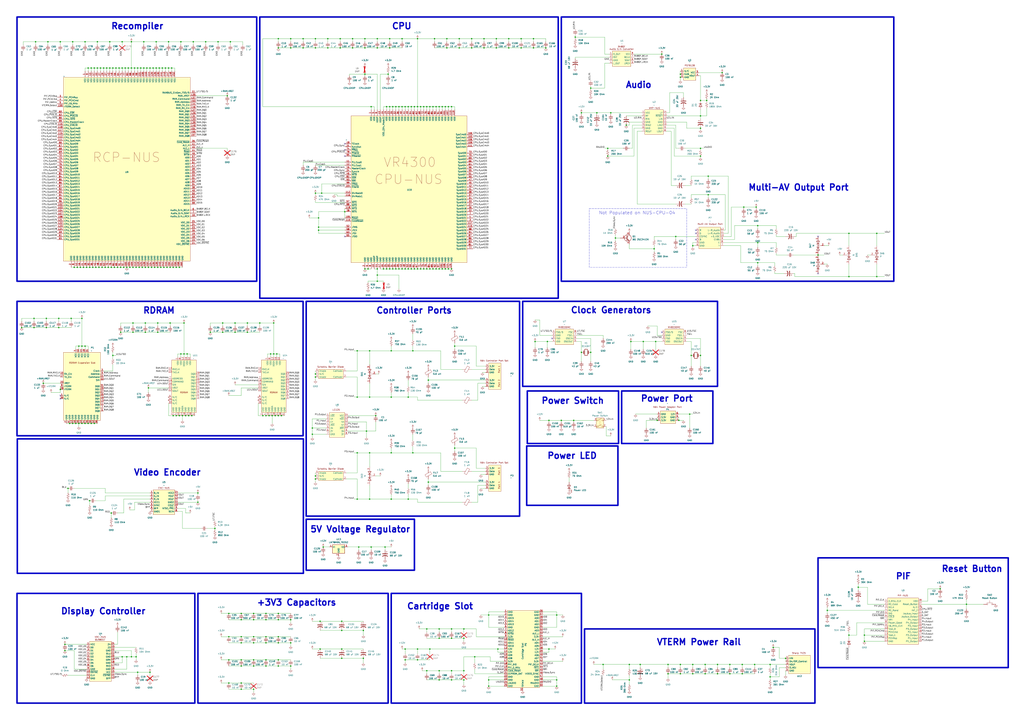
<source format=kicad_sch>
(kicad_sch (version 20231120) (generator "eeschema") (generator_version "8.0")
  (paper "A1")
  (lib_symbols
    (symbol "!N64:9480F"
      (property "Reference" "U1" (at 10.414 10.922 0))
      (property "Value" "~" (at 10.414 8.382 0))
      (symbol "9480F_0_0"
        (pin output line (at 0 0 0) (length 2.54) (name "R_OUT") (number "1"))
        (pin input line (at 0 -2.54 0) (length 2.54) (name "REF") (number "2"))
        (pin power_in line (at 0 -5.08 0) (length 2.54) (name "GND") (number "3"))
        (pin output line (at 0 -7.62 0) (length 2.54) (name "L_OUT") (number "4"))
        (pin input line (at 20.32 -7.62 180) (length 2.54) (name "LRCK") (number "5"))
        (pin input line (at 20.32 -5.08 180) (length 2.54) (name "SDAT") (number "6"))
        (pin input line (at 20.32 -2.54 180) (length 2.54) (name "BCLK") (number "7"))
        (pin power_in line (at 20.32 0 180) (length 2.54) (name "VCC") (number "8"))
      )
      (symbol "9480F_1_1"
        (text "9480F\nAudio D/A Converter" (at 10.16 5.08 0) (effects (font (size 1.27 1.27))))
      )
    )
    (symbol "!N64:AMP-NUS"
      (property "Reference" "U2" (at 10.16 8.89 0))
      (property "Value" "~" (at 10.16 6.35 0))
      (symbol "AMP-NUS_0_0"
        (pin power_in line (at 0 0 0) (length 2.54) (name "VCC") (number "1"))
        (pin input line (at 20.32 -10.16 180) (length 2.54) (name "LIN2") (number "10"))
        (pin power_in line (at 20.32 -7.62 180) (length 2.54) (name "GND") (number "11"))
        (pin input line (at 20.32 -5.08 180) (length 2.54) (name "LIN") (number "12"))
        (pin input line (at 0 -5.08 0) (length 2.54) (name "RIN") (number "3"))
        (pin power_in line (at 0 -7.62 0) (length 2.54) (name "GND") (number "4"))
        (pin input line (at 0 -10.16 0) (length 2.54) (name "RIN2") (number "5"))
        (pin power_in line (at 0 -12.7 0) (length 2.54) (name "GND") (number "6"))
        (pin output line (at 0 -15.24 0) (length 2.54) (name "ROUT") (number "7"))
        (pin output line (at 20.32 -15.24 180) (length 2.54) (name "LOUT") (number "8"))
        (pin power_in line (at 20.32 -12.7 180) (length 2.54) (name "GND") (number "9"))
      )
      (symbol "AMP-NUS_1_0"
        (pin input line (at 20.32 -2.54 180) (length 2.54) (name "~{RESET}") (number "13"))
        (pin input line (at 20.32 0 180) (length 2.54) (name "LF") (number "14"))
        (pin input line (at 0 -2.54 0) (length 2.54) (name "RF") (number "2"))
      )
      (symbol "AMP-NUS_1_1"
        (text "AMP-NUS" (at 10.414 3.81 0) (effects (font (size 1.27 1.27))))
      )
    )
    (symbol "!N64:ENC-NUS"
      (property "Reference" "U5" (at 11.43 8.89 0))
      (property "Value" "~" (at 11.43 6.35 0))
      (symbol "ENC-NUS_0_0"
        (pin input line (at 0 0 0) (length 2.54) (name "B_IN") (number "1"))
        (pin output line (at 22.86 -10.16 180) (length 2.54) (name "COUT") (number "10"))
        (pin power_in line (at 22.86 -7.62 180) (length 2.54) (name "GND2") (number "11"))
        (pin output line (at 22.86 -5.08 180) (length 2.54) (name "VOUT") (number "12"))
        (pin output line (at 22.86 -2.54 180) (length 2.54) (name "YOUT") (number "13"))
        (pin power_in line (at 22.86 0 180) (length 2.54) (name "VCC2") (number "14"))
        (pin input line (at 0 -2.54 0) (length 2.54) (name "G_IN") (number "2"))
        (pin input line (at 0 -5.08 0) (length 2.54) (name "R_IN") (number "3"))
        (pin power_in line (at 0 -7.62 0) (length 2.54) (name "VCC1") (number "4"))
        (pin input line (at 0 -10.16 0) (length 2.54) (name "SYNC") (number "5"))
        (pin input line (at 0 -12.7 0) (length 2.54) (name "BFP") (number "6"))
        (pin power_in line (at 0 -15.24 0) (length 2.54) (name "GND1") (number "7"))
        (pin input line (at 22.86 -15.24 180) (length 2.54) (name "SCIN") (number "8"))
      )
      (symbol "ENC-NUS_1_0"
        (pin input line (at 22.86 -12.7 180) (length 2.54) (name "NTSC/~{PAL}") (number "9"))
      )
      (symbol "ENC-NUS_1_1"
        (text "ENC-NUS" (at 11.43 4.064 0) (effects (font (size 1.27 1.27))))
      )
    )
    (symbol "!N64:Edge_Connector"
      (property "Reference" "P5" (at -6.35 2.54 0))
      (property "Value" "Cartridge Slot" (at -6.35 0 0))
      (symbol "Edge_Connector_1_1"
        (pin power_in line (at -31.75 -15.24 90) (length 2.54) (name "GND") (number "1"))
        (pin input line (at -8.89 -15.24 90) (length 2.54) (name "~{Read}") (number "10"))
        (pin bidirectional line (at -6.35 -15.24 90) (length 2.54) (name "AD11") (number "11"))
        (pin bidirectional line (at -3.81 -15.24 90) (length 2.54) (name "AD10") (number "12"))
        (pin power_in line (at -1.27 -15.24 90) (length 2.54) (name "12V") (number "13"))
        (pin power_in line (at 1.27 -15.24 90) (length 2.54) (name "12V") (number "14"))
        (pin bidirectional line (at 3.81 -15.24 90) (length 2.54) (name "AD9") (number "15"))
        (pin bidirectional line (at 6.35 -15.24 90) (length 2.54) (name "AD8") (number "16"))
        (pin power_in line (at 8.89 -15.24 90) (length 2.54) (name "3.3V") (number "17"))
        (pin bidirectional line (at 11.43 -15.24 90) (length 2.54) (name "PIF_DIO") (number "18"))
        (pin bidirectional line (at 13.97 -15.24 90) (length 2.54) (name "PIF_2_MHz") (number "19"))
        (pin power_in line (at -29.21 -15.24 90) (length 2.54) (name "GND") (number "2"))
        (pin bidirectional line (at 16.51 -15.24 90) (length 2.54) (name "~{Cold_Reset}") (number "20"))
        (pin bidirectional line (at 19.05 -15.24 90) (length 2.54) (name "EEPROM_DAT") (number "21"))
        (pin power_in line (at 21.59 -15.24 90) (length 2.54) (name "GND") (number "22"))
        (pin power_in line (at 24.13 -15.24 90) (length 2.54) (name "GND") (number "23"))
        (pin bidirectional line (at 26.67 -15.24 90) (length 2.54) (name "LAUDIO") (number "24"))
        (pin power_in line (at 29.21 -15.24 90) (length 2.54) (name "GND") (number "25"))
        (pin power_in line (at -31.75 16.51 270) (length 2.54) (name "GND") (number "26"))
        (pin power_in line (at -29.21 16.51 270) (length 2.54) (name "GND") (number "27"))
        (pin bidirectional line (at -26.67 16.51 270) (length 2.54) (name "AD0") (number "28"))
        (pin bidirectional line (at -24.13 16.51 270) (length 2.54) (name "AD1") (number "29"))
        (pin bidirectional line (at -26.67 -15.24 90) (length 2.54) (name "AD15") (number "3"))
        (pin bidirectional line (at -21.59 16.51 270) (length 2.54) (name "AD2") (number "30"))
        (pin power_in line (at -19.05 16.51 270) (length 2.54) (name "GND") (number "31"))
        (pin bidirectional line (at -16.51 16.51 270) (length 2.54) (name "AD3") (number "32"))
        (pin input line (at -13.97 16.51 270) (length 2.54) (name "ALE_L") (number "33"))
        (pin power_in line (at -11.43 16.51 270) (length 2.54) (name "3.3V") (number "34"))
        (pin input line (at -8.89 16.51 270) (length 2.54) (name "ALE_H") (number "35"))
        (pin bidirectional line (at -6.35 16.51 270) (length 2.54) (name "AD4") (number "36"))
        (pin bidirectional line (at -3.81 16.51 270) (length 2.54) (name "AD5") (number "37"))
        (pin power_in line (at -1.27 16.51 270) (length 2.54) (name "12V") (number "38"))
        (pin power_in line (at 1.27 16.51 270) (length 2.54) (name "12V") (number "39"))
        (pin bidirectional line (at -24.13 -15.24 90) (length 2.54) (name "AD14") (number "4"))
        (pin bidirectional line (at 3.81 16.51 270) (length 2.54) (name "AD6") (number "40"))
        (pin bidirectional line (at 6.35 16.51 270) (length 2.54) (name "AD7") (number "41"))
        (pin power_in line (at 8.89 16.51 270) (length 2.54) (name "3.3V") (number "42"))
        (pin bidirectional line (at 11.43 16.51 270) (length 2.54) (name "PIF_DCLK") (number "43"))
        (pin bidirectional line (at 13.97 16.51 270) (length 2.54) (name "~{INT1}") (number "44"))
        (pin bidirectional line (at 16.51 16.51 270) (length 2.54) (name "~{NMI}") (number "45"))
        (pin bidirectional line (at 19.05 16.51 270) (length 2.54) (name "VIDEO_SYNC") (number "46"))
        (pin power_in line (at 21.59 16.51 270) (length 2.54) (name "GND") (number "47"))
        (pin power_in line (at 24.13 16.51 270) (length 2.54) (name "GND") (number "48"))
        (pin bidirectional line (at 26.67 16.51 270) (length 2.54) (name "RAUDIO") (number "49"))
        (pin bidirectional line (at -21.59 -15.24 90) (length 2.54) (name "AD13") (number "5"))
        (pin power_in line (at 29.21 16.51 270) (length 2.54) (name "GND") (number "50"))
        (pin power_in line (at 33.02 0 180) (length 2.54) (name "Shield") (number "51"))
        (pin power_in line (at -19.05 -15.24 90) (length 2.54) (name "GND") (number "6"))
        (pin bidirectional line (at -16.51 -15.24 90) (length 2.54) (name "AD12") (number "7"))
        (pin input line (at -13.97 -15.24 90) (length 2.54) (name "~{Write}") (number "8"))
        (pin power_in line (at -11.43 -15.24 90) (length 2.54) (name "3.3V") (number "9"))
      )
    )
    (symbol "!N64:FerriteBead_1" (pin_numbers hide) (pin_names (offset 0))
      (property "Reference" "FIL5" (at -3.81 1.3209 0))
      (property "Value" "0.6 uH" (at -3.81 -1.2191 0))
      (symbol "FerriteBead_1_1_1"
        (pin passive line (at 0 3.81 270) (length 2.54) (name "~") (number "1"))
        (pin power_out line (at 0 -3.81 90) (length 2.54) (name "~") (number "2"))
      )
    )
    (symbol "!N64:LC125"
      (property "Reference" "U" (at 0 0 0))
      (symbol "LC125_0_0"
        (pin input line (at -8.89 6.35 0) (length 2.54) (name "1~{OE}") (number "1"))
        (pin input line (at 8.89 -3.81 180) (length 2.54) (name "3~{OE}") (number "10"))
        (pin output line (at 8.89 -1.27 180) (length 2.54) (name "4Y") (number "11"))
        (pin input line (at 8.89 1.27 180) (length 2.54) (name "4A") (number "12"))
        (pin input line (at 8.89 3.81 180) (length 2.54) (name "4~{OE}") (number "13"))
        (pin power_in line (at 8.89 6.35 180) (length 2.54) (name "VCC") (number "14"))
        (pin input line (at -8.89 3.81 0) (length 2.54) (name "1A") (number "2"))
        (pin output line (at -8.89 1.27 0) (length 2.54) (name "1Y") (number "3"))
        (pin input line (at -8.89 -1.27 0) (length 2.54) (name "2~{OE}") (number "4"))
        (pin input line (at -8.89 -3.81 0) (length 2.54) (name "2A") (number "5"))
        (pin output line (at -8.89 -6.35 0) (length 2.54) (name "2Y") (number "6"))
        (pin power_in line (at -8.89 -8.89 0) (length 2.54) (name "GND") (number "7"))
        (pin output line (at 8.89 -8.89 180) (length 2.54) (name "3Y") (number "8"))
        (pin input line (at 8.89 -6.35 180) (length 2.54) (name "3A") (number "9"))
      )
      (symbol "LC125_1_1"
        (text "LC125" (at -0.762 11.176 0) (effects (font (size 1.27 1.27))))
      )
    )
    (symbol "!N64:MX8330"
      (property "Reference" "U" (at 10.16 6.858 0))
      (symbol "MX8330_0_0"
        (pin output line (at 0 0 0) (length 2.54) (name "FS0/5") (number "1"))
        (pin power_in line (at 0 -2.54 0) (length 2.54) (name "GND") (number "2"))
        (pin output line (at 0 -5.08 0) (length 2.54) (name "FSO") (number "3"))
        (pin power_in line (at 0 -7.62 0) (length 2.54) (name "VDD") (number "4"))
        (pin output line (at 20.32 -7.62 180) (length 2.54) (name "OSCOUT") (number "5"))
        (pin input line (at 20.32 -5.08 180) (length 2.54) (name "OSCIN") (number "6"))
        (pin input line (at 20.32 -2.54 180) (length 2.54) (name "FSEL") (number "7"))
        (pin output line (at 20.32 0 180) (length 2.54) (name "FSC") (number "8"))
      )
      (symbol "MX8330_1_1"
        (text "MX8330MC" (at 10.16 4.064 0) (effects (font (size 1.27 1.27))))
      )
    )
    (symbol "!N64:Multi-AV_Output_Port"
      (property "Reference" "P" (at 0 0 0))
      (symbol "Multi-AV_Output_Port_0_0"
        (pin output line (at 0 0 0) (length 2.54) (name "R") (number "1"))
        (pin power_in line (at 22.86 -5.08 180) (length 2.54) (name "+5_VDC") (number "10"))
        (pin output line (at 22.86 -2.54 180) (length 2.54) (name "L+R_Audio") (number "11"))
        (pin output line (at 22.86 0 180) (length 2.54) (name "L-R_Audio") (number "12"))
        (pin output line (at 0 -2.54 0) (length 2.54) (name "G") (number "2"))
        (pin output line (at 0 -5.08 0) (length 2.54) (name "CSYNC") (number "3"))
        (pin output line (at 0 -7.62 0) (length 2.54) (name "B") (number "4"))
        (pin power_in line (at 0 -10.16 0) (length 2.54) (name "GND") (number "5"))
        (pin power_in line (at 0 -12.7 0) (length 2.54) (name "GND") (number "6"))
        (pin output line (at 22.86 -12.7 180) (length 2.54) (name "Y") (number "7"))
        (pin output line (at 22.86 -10.16 180) (length 2.54) (name "C") (number "8"))
        (pin output line (at 22.86 -7.62 180) (length 2.54) (name "CVBS") (number "9"))
      )
      (symbol "Multi-AV_Output_Port_1_1"
        (text "Multi-AV Output Port" (at 11.684 5.08 0) (effects (font (size 1.27 1.27))))
      )
    )
    (symbol "!N64:N64_Controller_Port_Set_1"
      (property "Reference" "P2" (at 20.32 -6.0931 0))
      (property "Value" "~" (at 20.32 -7.9982 0))
      (symbol "N64_Controller_Port_Set_1_1_0"
        (pin power_in line (at 0 0 0) (length 2.54) (name "3.3V") (number "1"))
        (pin bidirectional line (at 0 -2.54 0) (length 2.54) (name "Data") (number "2"))
        (pin power_in line (at 0 -5.08 0) (length 2.54) (name "GND") (number "3"))
        (pin power_in line (at 0 -11.43 0) (length 2.54) (name "3.3V") (number "4"))
        (pin bidirectional line (at 0 -13.97 0) (length 2.54) (name "Data") (number "5"))
        (pin power_in line (at 0 -16.51 0) (length 2.54) (name "GND") (number "6"))
      )
      (symbol "N64_Controller_Port_Set_1_1_1"
        (text "N64 Controller Port Set" (at 7.112 4.572 0) (effects (font (size 1.27 1.27))))
        (text "Port 1" (at 11.176 -2.54 900) (effects (font (size 1.27 1.27))))
        (text "Port 2" (at 11.176 -13.97 900) (effects (font (size 1.27 1.27))))
      )
    )
    (symbol "!N64:PIF-NUS"
      (property "Reference" "U6" (at 15.24 8.89 0))
      (property "Value" "~" (at 15.24 7.62 0))
      (symbol "PIF-NUS_0_0"
        (pin output line (at 0 0 0) (length 2.54) (name "2_MHz_CLK") (number "1"))
        (pin input line (at 0 -22.86 0) (length 2.54) (name "Test_0") (number "10"))
        (pin input line (at 0 -25.4 0) (length 2.54) (name "PChCmd") (number "11"))
        (pin input line (at 0 -27.94 0) (length 2.54) (name "Test_1") (number "12"))
        (pin output line (at 0 -30.48 0) (length 2.54) (name "PChRsp") (number "13"))
        (pin power_in line (at 0 -33.02 0) (length 2.54) (name "GND") (number "14"))
        (pin output line (at 30.48 -33.02 180) (length 2.54) (name "P1_Output") (number "15"))
        (pin input line (at 30.48 -30.48 180) (length 2.54) (name "P1_Input") (number "16"))
        (pin output line (at 30.48 -27.94 180) (length 2.54) (name "P2_Output") (number "17"))
        (pin input line (at 30.48 -25.4 180) (length 2.54) (name "P2_Input") (number "18"))
        (pin output line (at 30.48 -22.86 180) (length 2.54) (name "P3_Output") (number "19"))
        (pin input line (at 30.48 -20.32 180) (length 2.54) (name "P3_Input") (number "20"))
        (pin output line (at 30.48 -17.78 180) (length 2.54) (name "P4_Output") (number "21"))
        (pin input line (at 30.48 -15.24 180) (length 2.54) (name "P4_Input") (number "22"))
        (pin output line (at 30.48 -12.7 180) (length 2.54) (name "Joybus_Output") (number "23"))
        (pin input line (at 30.48 -10.16 180) (length 2.54) (name "Joybus_Input") (number "24"))
        (pin output line (at 30.48 -7.62 180) (length 2.54) (name "INT_2") (number "25"))
        (pin no_connect line (at 30.48 -5.08 180) (length 2.54) (name "N/C") (number "26"))
        (pin input line (at 30.48 -2.54 180) (length 2.54) (name "Reset_Button") (number "27"))
        (pin power_in line (at 30.48 0 180) (length 2.54) (name "VDD") (number "28"))
        (pin output line (at 0 -5.08 0) (length 2.54) (name "DCLK") (number "3"))
        (pin bidirectional line (at 0 -10.16 0) (length 2.54) (name "DIO") (number "5"))
        (pin output line (at 0 -12.7 0) (length 2.54) (name "~{COLD}") (number "6"))
        (pin output line (at 0 -15.24 0) (length 2.54) (name "NMI") (number "7"))
        (pin input line (at 0 -17.78 0) (length 2.54) (name "Power_Good") (number "8"))
        (pin input line (at 0 -20.32 0) (length 2.54) (name "16_MHz_CLK") (number "9"))
      )
      (symbol "PIF-NUS_1_0"
        (pin input line (at 0 -2.54 0) (length 2.54) (name "RC_Cold") (number "2"))
        (pin input line (at 0 -7.62 0) (length 2.54) (name "RC_Rand") (number "4"))
      )
      (symbol "PIF-NUS_1_1"
        (text "PIF-NUS" (at 14.986 4.572 0) (effects (font (size 1.27 1.27))))
      )
    )
    (symbol "!N64:PST91XX"
      (property "Reference" "U3" (at 7.62 8.89 0))
      (property "Value" "~" (at 7.62 7.62 0))
      (symbol "PST91XX_0_0"
        (pin input line (at 0 -2.54 0) (length 2.54) (name "SUB") (number "2"))
        (pin power_in line (at 0 -5.08 0) (length 2.54) (name "GND") (number "3"))
        (pin power_out line (at 15.24 -3.81 180) (length 2.54) (name "VOUT") (number "4"))
        (pin power_in line (at 15.24 -1.27 180) (length 2.54) (name "VCC") (number "5"))
      )
      (symbol "PST91XX_1_0"
        (pin passive line (at 0 0 0) (length 2.54) (name "N/C") (number "1"))
      )
      (symbol "PST91XX_1_1"
        (text "PST9128" (at 7.62 4.572 0) (effects (font (size 1.27 1.27))))
      )
    )
    (symbol "!N64:Power_Adapter_Port"
      (property "Reference" "P4" (at 8.636 3.81 0))
      (property "Value" "~" (at 8.382 8.89 0))
      (symbol "Power_Adapter_Port_1_0"
        (pin passive line (at 0 0 0) (length 2.54) (name "GND") (number "1"))
        (pin passive line (at 0 -2.54 0) (length 2.54) (name "3.3V") (number "2"))
        (pin power_out line (at 0 -5.08 0) (length 2.54) (name "3.3V") (number "3"))
        (pin power_out line (at 17.78 -5.08 180) (length 2.54) (name "GND") (number "4"))
        (pin passive line (at 17.78 -2.54 180) (length 2.54) (name "GND") (number "5"))
        (pin power_out line (at 17.78 0 180) (length 2.54) (name "12V") (number "6"))
      )
      (symbol "Power_Adapter_Port_1_1"
        (text "N64 Power Adapter Port" (at 8.382 5.842 0) (effects (font (size 1.27 1.27))))
      )
    )
    (symbol "!N64:RDRAM_1"
      (property "Reference" "U11" (at 7.2741 25.4 0))
      (property "Value" "~" (at 7.2741 22.86 0))
      (symbol "RDRAM_1_0_0"
        (pin power_in line (at -5.08 24.13 270) (length 2.54) (name "VDD") (number "1"))
        (pin power_in line (at -3.81 -24.13 90) (length 2.54) (name "GND") (number "10"))
        (pin bidirectional line (at 12.7 -2.54 180) (length 2.54) (name "DQ5") (number "11"))
        (pin power_in line (at 0 24.13 270) (length 2.54) (name "VDDA") (number "12"))
        (pin input line (at -12.7 13.97 0) (length 2.54) (name "RXCLK") (number "13"))
        (pin power_in line (at -1.27 -24.13 90) (length 2.54) (name "GNDA") (number "14"))
        (pin input line (at -12.7 11.43 0) (length 2.54) (name "TXCLK") (number "15"))
        (pin power_in line (at 2.54 24.13 270) (length 2.54) (name "VDD") (number "16"))
        (pin bidirectional line (at 12.7 0 180) (length 2.54) (name "DQ4") (number "17"))
        (pin power_in line (at 1.27 -24.13 90) (length 2.54) (name "GND") (number "18"))
        (pin input line (at -12.7 3.81 0) (length 2.54) (name "COMMAND") (number "19"))
        (pin power_in line (at -8.89 -24.13 90) (length 2.54) (name "GND") (number "2"))
        (pin input line (at -12.7 1.27 0) (length 2.54) (name "SIN") (number "20"))
        (pin input line (at -12.7 -1.27 0) (length 2.54) (name "VREF") (number "21"))
        (pin output line (at -12.7 -3.81 0) (length 2.54) (name "SOUT") (number "22"))
        (pin bidirectional line (at 12.7 2.54 180) (length 2.54) (name "DQ3") (number "23"))
        (pin power_in line (at 3.81 -24.13 90) (length 2.54) (name "GND") (number "24"))
        (pin bidirectional line (at 12.7 5.08 180) (length 2.54) (name "DQ2") (number "25"))
        (pin no_connect line (at -12.7 -11.43 0) (length 2.54) (name "N/C") (number "26"))
        (pin bidirectional line (at 12.7 7.62 180) (length 2.54) (name "DQ1") (number "27"))
        (pin power_in line (at 6.35 -24.13 90) (length 2.54) (name "GND") (number "28"))
        (pin bidirectional line (at 12.7 10.16 180) (length 2.54) (name "DQ0") (number "29"))
        (pin bidirectional line (at 12.7 -10.16 180) (length 2.54) (name "DQ8") (number "3"))
        (pin power_in line (at -6.35 -24.13 90) (length 2.54) (name "GND") (number "4"))
        (pin bidirectional line (at 12.7 -7.62 180) (length 2.54) (name "DQ7") (number "5"))
        (pin no_connect line (at -12.7 -8.89 0) (length 2.54) (name "N/C") (number "6"))
        (pin input line (at -12.7 6.35 0) (length 2.54) (name "ADDRESS") (number "7"))
        (pin power_in line (at -2.54 24.13 270) (length 2.54) (name "VDD") (number "8"))
        (pin bidirectional line (at 12.7 -5.08 180) (length 2.54) (name "DQ6") (number "9"))
      )
      (symbol "RDRAM_1_1_0"
        (pin passive line (at -12.7 -13.97 0) (length 2.54) (name "N/C") (number "30"))
        (pin power_in line (at 8.89 -24.13 90) (length 2.54) (name "GND") (number "31"))
        (pin power_in line (at 5.08 24.13 270) (length 2.54) (name "VDD") (number "32"))
      )
      (symbol "RDRAM_1_1_1"
        (text "RDRAM" (at 0 -5.08 0) (effects (font (size 1.27 1.27))))
      )
    )
    (symbol "!N64:RDRAM_2"
      (property "Reference" "U14" (at 7.2741 25.4 0))
      (property "Value" "~" (at 7.2741 22.86 0))
      (symbol "RDRAM_2_0_0"
        (pin power_in line (at -5.08 24.13 270) (length 2.54) (name "VDD") (number "1"))
        (pin power_in line (at -3.81 -24.13 90) (length 2.54) (name "GND") (number "10"))
        (pin bidirectional line (at 12.7 -2.54 180) (length 2.54) (name "DQ5") (number "11"))
        (pin power_in line (at 0 24.13 270) (length 2.54) (name "VDDA") (number "12"))
        (pin input line (at -12.7 13.97 0) (length 2.54) (name "RXCLK") (number "13"))
        (pin power_in line (at -1.27 -24.13 90) (length 2.54) (name "GNDA") (number "14"))
        (pin input line (at -12.7 11.43 0) (length 2.54) (name "TXCLK") (number "15"))
        (pin power_in line (at 2.54 24.13 270) (length 2.54) (name "VDD") (number "16"))
        (pin bidirectional line (at 12.7 0 180) (length 2.54) (name "DQ4") (number "17"))
        (pin power_in line (at 1.27 -24.13 90) (length 2.54) (name "GND") (number "18"))
        (pin input line (at -12.7 3.81 0) (length 2.54) (name "COMMAND") (number "19"))
        (pin power_in line (at -8.89 -24.13 90) (length 2.54) (name "GND") (number "2"))
        (pin input line (at -12.7 1.27 0) (length 2.54) (name "SIN") (number "20"))
        (pin input line (at -12.7 -1.27 0) (length 2.54) (name "VREF") (number "21"))
        (pin output line (at -12.7 -3.81 0) (length 2.54) (name "SOUT") (number "22"))
        (pin bidirectional line (at 12.7 2.54 180) (length 2.54) (name "DQ3") (number "23"))
        (pin power_in line (at 3.81 -24.13 90) (length 2.54) (name "GND") (number "24"))
        (pin bidirectional line (at 12.7 5.08 180) (length 2.54) (name "DQ2") (number "25"))
        (pin no_connect line (at -12.7 -11.43 0) (length 2.54) (name "N/C") (number "26"))
        (pin bidirectional line (at 12.7 7.62 180) (length 2.54) (name "DQ1") (number "27"))
        (pin power_in line (at 6.35 -24.13 90) (length 2.54) (name "GND") (number "28"))
        (pin bidirectional line (at 12.7 10.16 180) (length 2.54) (name "DQ0") (number "29"))
        (pin bidirectional line (at 12.7 -10.16 180) (length 2.54) (name "DQ8") (number "3"))
        (pin power_in line (at -6.35 -24.13 90) (length 2.54) (name "GND") (number "4"))
        (pin bidirectional line (at 12.7 -7.62 180) (length 2.54) (name "DQ7") (number "5"))
        (pin no_connect line (at -12.7 -8.89 0) (length 2.54) (name "N/C") (number "6"))
        (pin input line (at -12.7 6.35 0) (length 2.54) (name "ADDRESS") (number "7"))
        (pin power_in line (at -2.54 24.13 270) (length 2.54) (name "VDD") (number "8"))
        (pin bidirectional line (at 12.7 -5.08 180) (length 2.54) (name "DQ6") (number "9"))
      )
      (symbol "RDRAM_2_1_0"
        (pin passive line (at -12.7 -13.97 0) (length 2.54) (name "N/C") (number "30"))
        (pin power_in line (at 8.89 -24.13 90) (length 2.54) (name "GND") (number "31"))
        (pin power_in line (at 5.08 24.13 270) (length 2.54) (name "VDD") (number "32"))
      )
      (symbol "RDRAM_2_1_1"
        (text "RDRAM" (at 0 -5.08 0) (effects (font (size 1.27 1.27))))
      )
    )
    (symbol "!N64:RDRAM_Expansion_1"
      (property "Reference" "P1" (at 7.2741 31.75 0))
      (property "Value" "~" (at 7.2741 29.21 0))
      (symbol "RDRAM_Expansion_1_0_0"
        (pin power_in line (at -2.54 30.48 270) (length 2.54) (name "VCC") (number "10"))
        (pin bidirectional line (at 17.78 -15.24 180) (length 2.54) (name "DQ6") (number "11"))
        (pin power_in line (at -7.62 -30.48 90) (length 2.54) (name "GND") (number "12"))
        (pin bidirectional line (at 17.78 -12.7 180) (length 2.54) (name "DQ5") (number "13"))
        (pin power_in line (at 0 30.48 270) (length 2.54) (name "VCC") (number "14"))
        (pin input line (at -17.78 10.16 0) (length 2.54) (name "RX_Clk") (number "15"))
        (pin power_in line (at -5.08 -30.48 90) (length 2.54) (name "GND") (number "16"))
        (pin power_in line (at 2.54 30.48 270) (length 2.54) (name "VCC") (number "18"))
        (pin bidirectional line (at 17.78 -10.16 180) (length 2.54) (name "DQ4") (number "19"))
        (pin power_in line (at -12.7 -30.48 90) (length 2.54) (name "GND") (number "2"))
        (pin power_in line (at -2.54 -30.48 90) (length 2.54) (name "GND") (number "20"))
        (pin input line (at 17.78 7.62 180) (length 2.54) (name "Command") (number "21"))
        (pin power_in line (at 0 -30.48 90) (length 2.54) (name "GND") (number "22"))
        (pin power_in line (at -17.78 2.54 0) (length 2.54) (name "VREF") (number "23"))
        (pin power_in line (at 2.54 -30.48 90) (length 2.54) (name "GND") (number "24"))
        (pin bidirectional line (at 17.78 -7.62 180) (length 2.54) (name "DQ3") (number "25"))
        (pin bidirectional line (at 17.78 -5.08 180) (length 2.54) (name "DQ2") (number "27"))
        (pin power_in line (at -17.78 -2.54 0) (length 2.54) (name "VTERM") (number "28"))
        (pin bidirectional line (at 17.78 -2.54 180) (length 2.54) (name "DQ1") (number "29"))
        (pin input line (at 17.78 12.7 180) (length 2.54) (name "Clock") (number "3"))
        (pin bidirectional line (at 17.78 0 180) (length 2.54) (name "DQ0") (number "31"))
        (pin power_in line (at 10.16 -30.48 90) (length 2.54) (name "GND") (number "32"))
        (pin input line (at 17.78 5.08 180) (length 2.54) (name "SIN") (number "33"))
        (pin power_in line (at 5.08 30.48 270) (length 2.54) (name "VCC") (number "34"))
        (pin power_in line (at 12.7 -30.48 90) (length 2.54) (name "GND") (number "36"))
        (pin power_in line (at -5.08 30.48 270) (length 2.54) (name "VCC") (number "4"))
        (pin bidirectional line (at 17.78 -20.32 180) (length 2.54) (name "DQ8") (number "5"))
        (pin bidirectional line (at 17.78 -17.78 180) (length 2.54) (name "DQ7") (number "7"))
        (pin power_in line (at -17.78 0 0) (length 2.54) (name "VTERM") (number "8"))
        (pin input line (at 17.78 10.16 180) (length 2.54) (name "Address") (number "9"))
      )
      (symbol "RDRAM_Expansion_1_1_0"
        (pin passive line (at -17.78 -7.62 0) (length 2.54) (name "N/C") (number "1"))
        (pin input line (at -17.78 7.62 0) (length 2.54) (name "TX_Clk") (number "17"))
        (pin power_in line (at 5.08 -30.48 90) (length 2.54) (name "GND") (number "26"))
        (pin power_in line (at 7.62 -30.48 90) (length 2.54) (name "GND") (number "30"))
        (pin passive line (at -17.78 -10.16 0) (length 2.54) (name "N/C") (number "35"))
        (pin power_in line (at -10.16 -30.48 90) (length 2.54) (name "GND") (number "6"))
      )
      (symbol "RDRAM_Expansion_1_1_1"
        (text "RDRAM Expansion Slot" (at 0.254 19.304 0) (effects (font (size 1.27 1.27))))
      )
    )
    (symbol "!N64:R_Small_US" (pin_numbers hide) (pin_names (offset 0.254) hide)
      (property "Reference" "R25" (at 6.35 0 90))
      (property "Value" "130 Ohm" (at 3.81 0 90))
      (symbol "R_Small_US_1_1"
        (pin power_out line (at 0 2.54 270) (length 1.016) (name "~") (number "1"))
        (pin passive line (at 0 -2.54 90) (length 1.016) (name "~") (number "2"))
      )
    )
    (symbol "!N64:SW_DPST" (pin_names (offset 0) hide)
      (property "Reference" "SW1" (at 0 8.89 0))
      (property "Value" "Power Switch" (at 0 6.35 0))
      (symbol "SW_DPST_1_1"
        (pin power_out line (at -5.08 -2.54 0) (length 2.54) (name "1") (number "1"))
        (pin passive line (at 5.08 -2.54 180) (length 2.54) (name "2") (number "2"))
        (pin power_out line (at -5.08 2.54 0) (length 2.54) (name "3") (number "3"))
        (pin passive line (at 5.08 2.54 180) (length 2.54) (name "4") (number "4"))
      )
    )
    (symbol "!N64:Schottky_Diode"
      (property "Reference" "D5" (at -0.254 10.16 0))
      (property "Value" "~" (at -0.254 8.89 0))
      (symbol "Schottky_Diode_0_0"
        (pin input line (at -12.7 -2.54 0) (length 2.54) (name "Anode") (number "3"))
        (pin input line (at -12.7 2.54 0) (length 2.54) (name "Anode") (number "5"))
      )
      (symbol "Schottky_Diode_1_0"
        (pin passive line (at 12.7 2.54 180) (length 2.54) (name "Cathode") (number "1"))
        (pin passive line (at 12.7 -2.54 180) (length 2.54) (name "Cathode") (number "2"))
        (pin passive line (at -12.7 0 0) (length 2.54) (name "N/C") (number "4"))
      )
      (symbol "Schottky_Diode_1_1"
        (text "Schottky Barrier Diode" (at -0.254 5.842 0) (effects (font (size 1.27 1.27))))
      )
    )
    (symbol "!N64:Schottky_Diode_1"
      (property "Reference" "D4" (at -0.254 10.16 0))
      (property "Value" "~" (at -0.254 8.89 0))
      (symbol "Schottky_Diode_1_0_0"
        (pin input line (at -12.7 -2.54 0) (length 2.54) (name "Anode") (number "3"))
        (pin input line (at -12.7 2.54 0) (length 2.54) (name "Anode") (number "5"))
      )
      (symbol "Schottky_Diode_1_1_0"
        (pin passive line (at 12.7 2.54 180) (length 2.54) (name "Cathode") (number "1"))
        (pin passive line (at 12.7 -2.54 180) (length 2.54) (name "Cathode") (number "2"))
        (pin passive line (at -12.7 0 0) (length 2.54) (name "N/C") (number "4"))
      )
      (symbol "Schottky_Diode_1_1_1"
        (text "Schottky Barrier Diode" (at -0.254 5.842 0) (effects (font (size 1.27 1.27))))
      )
    )
    (symbol "!N64:Sharp_7VZ5"
      (property "Reference" "U12" (at 7.112 -9.652 0))
      (property "Value" "~" (at 3.81 -8.89 90))
      (symbol "Sharp_7VZ5_0_0"
        (pin power_in line (at -6.35 5.08 0) (length 2.54) (name "VIN") (number "1"))
        (pin input line (at -6.35 2.54 0) (length 2.54) (name "On/Off_Control") (number "2"))
        (pin input line (at -6.35 -2.54 0) (length 2.54) (name "O_ADJ") (number "4"))
        (pin power_in line (at -6.35 -5.08 0) (length 2.54) (name "GND") (number "5"))
      )
      (symbol "Sharp_7VZ5_1_0"
        (pin power_out line (at -6.35 0 0) (length 2.54) (name "VOUT") (number "3"))
      )
      (symbol "Sharp_7VZ5_1_1"
        (text "Sharp 7VZ5" (at 4.572 9.398 0) (effects (font (size 1.27 1.27))))
      )
    )
    (symbol "!N64:VDC-NUS"
      (property "Reference" "U4" (at 11.43 8.89 0))
      (property "Value" "~" (at 11.43 7.62 0))
      (symbol "VDC-NUS_0_0"
        (pin power_in line (at 0 0 0) (length 2.54) (name "VCC") (number "1"))
        (pin output line (at 22.86 -27.94 180) (length 2.54) (name "BFP") (number "13"))
        (pin output line (at 22.86 -17.78 180) (length 2.54) (name "RED") (number "17"))
        (pin input line (at 0 -2.54 0) (length 2.54) (name "D0") (number "2"))
        (pin output line (at 22.86 -7.62 180) (length 2.54) (name "BLU") (number "21"))
        (pin input line (at 0 -5.08 0) (length 2.54) (name "D1") (number "3"))
        (pin input line (at 0 -7.62 0) (length 2.54) (name "D2") (number "4"))
        (pin input line (at 0 -10.16 0) (length 2.54) (name "D3") (number "5"))
        (pin input line (at 0 -12.7 0) (length 2.54) (name "D4") (number "6"))
        (pin input line (at 0 -15.24 0) (length 2.54) (name "D5") (number "7"))
        (pin input line (at 0 -17.78 0) (length 2.54) (name "D6") (number "8"))
      )
      (symbol "VDC-NUS_1_0"
        (pin input line (at 0 -22.86 0) (length 2.54) (name "~{DSYNC}") (number "10"))
        (pin input line (at 0 -25.4 0) (length 2.54) (name "CLK") (number "11"))
        (pin power_in line (at 0 -27.94 0) (length 2.54) (name "GND") (number "12"))
        (pin output line (at 22.86 -25.4 180) (length 2.54) (name "~{CSYNC}") (number "14"))
        (pin power_in line (at 22.86 -22.86 180) (length 2.54) (name "VCC") (number "15"))
        (pin power_in line (at 22.86 -20.32 180) (length 2.54) (name "GND") (number "16"))
        (pin power_in line (at 22.86 -15.24 180) (length 2.54) (name "GND") (number "18"))
        (pin output line (at 22.86 -12.7 180) (length 2.54) (name "GRN") (number "19"))
        (pin power_in line (at 22.86 -10.16 180) (length 2.54) (name "GND") (number "20"))
        (pin power_in line (at 22.86 -5.08 180) (length 2.54) (name "GND") (number "22"))
        (pin input line (at 22.86 -2.54 180) (length 2.54) (name "23") (number "23"))
        (pin input line (at 22.86 0 180) (length 2.54) (name "24") (number "24"))
        (pin power_in line (at 0 -20.32 0) (length 2.54) (name "GND") (number "9"))
      )
      (symbol "VDC-NUS_1_1"
        (text "BU9801F" (at 11.176 3.81 0) (effects (font (size 1.27 1.27))))
        (text "VDC-NUS" (at 11.176 6.096 0) (effects (font (size 1.27 1.27))))
      )
    )
    (symbol "!N64:VR4300_CPU"
      (property "Reference" "U10" (at -0.254 0.254 0))
      (property "Value" "~" (at -52.07 41.2435 0))
      (symbol "VR4300_CPU_0_0"
        (pin power_in line (at -31.75 66.04 270) (length 5.08) (name "VDD") (number "1"))
        (pin bidirectional line (at 52.07 45.72 180) (length 5.08) (name "SysCmd0") (number "100"))
        (pin power_in line (at 29.21 66.04 270) (length 5.08) (name "VDD") (number "101"))
        (pin power_in line (at 26.67 -64.77 90) (length 5.08) (name "GND") (number "102"))
        (pin bidirectional line (at 52.07 43.18 180) (length 5.08) (name "SysCmd1") (number "103"))
        (pin bidirectional line (at 52.07 40.64 180) (length 5.08) (name "SysCmd2") (number "106"))
        (pin power_in line (at 31.75 66.04 270) (length 5.08) (name "VDD") (number "107"))
        (pin power_in line (at 29.21 -64.77 90) (length 5.08) (name "GND") (number "108"))
        (pin bidirectional line (at 52.07 38.1 180) (length 5.08) (name "SysCmd3") (number "109"))
        (pin passive line (at -53.34 22.86 0) (length 5.08) (name "PLLCap0") (number "11"))
        (pin input line (at -53.34 -25.4 0) (length 5.08) (name "~{ColdReset}") (number "110"))
        (pin bidirectional line (at 52.07 35.56 180) (length 5.08) (name "SysCmd4") (number "111"))
        (pin power_in line (at 34.29 66.04 270) (length 5.08) (name "VDD") (number "113"))
        (pin power_in line (at 31.75 -64.77 90) (length 5.08) (name "GND") (number "114"))
        (pin bidirectional line (at 52.07 -30.48 180) (length 5.08) (name "SysAD24") (number "115"))
        (pin bidirectional line (at 52.07 -27.94 180) (length 5.08) (name "SysAD23") (number "117"))
        (pin input line (at -53.34 -15.24 0) (length 5.08) (name "~{INT3}") (number "118"))
        (pin power_in line (at 36.83 66.04 270) (length 5.08) (name "VDD") (number "119"))
        (pin passive line (at -53.34 20.32 0) (length 5.08) (name "PLLCap1") (number "12"))
        (pin power_in line (at 34.29 -64.77 90) (length 5.08) (name "GND") (number "120"))
        (pin power_in line (at -21.59 66.04 270) (length 5.08) (name "VDD_(Div_Mode2)") (number "15"))
        (pin input line (at -53.34 17.78 0) (length 5.08) (name "MasterClock") (number "16"))
        (pin power_in line (at -24.13 -64.77 90) (length 5.08) (name "GND") (number "17"))
        (pin output line (at -53.34 38.1 0) (length 5.08) (name "TClock") (number "18"))
        (pin power_in line (at -19.05 66.04 270) (length 5.08) (name "VDD") (number "19"))
        (pin power_in line (at -36.83 -64.77 90) (length 5.08) (name "GND") (number "2"))
        (pin power_in line (at -21.59 -64.77 90) (length 5.08) (name "GND") (number "20"))
        (pin output line (at -53.34 35.56 0) (length 5.08) (name "SyncOut") (number "21"))
        (pin bidirectional line (at 52.07 -17.78 180) (length 5.08) (name "SysAD19") (number "22"))
        (pin power_in line (at -16.51 66.04 270) (length 5.08) (name "VDD") (number "23"))
        (pin input line (at -53.34 15.24 0) (length 5.08) (name "SyncIn") (number "24"))
        (pin power_in line (at -19.05 -64.77 90) (length 5.08) (name "GND") (number "25"))
        (pin bidirectional line (at 52.07 -15.24 180) (length 5.08) (name "SysAD18") (number "26"))
        (pin bidirectional line (at 52.07 -12.7 180) (length 5.08) (name "SysAd17") (number "27"))
        (pin input line (at -53.34 -17.78 0) (length 5.08) (name "~{INT4}") (number "28"))
        (pin power_in line (at -13.97 66.04 270) (length 5.08) (name "VDD") (number "29"))
        (pin bidirectional line (at 52.07 -25.4 180) (length 5.08) (name "SysAD22") (number "3"))
        (pin power_in line (at -16.51 -64.77 90) (length 5.08) (name "GND") (number "30"))
        (pin power_in line (at -13.97 -64.77 90) (length 5.08) (name "GND") (number "31"))
        (pin power_in line (at -11.43 66.04 270) (length 5.08) (name "VDD") (number "32"))
        (pin bidirectional line (at 52.07 -10.16 180) (length 5.08) (name "SysAD16") (number "33"))
        (pin bidirectional line (at 52.07 -7.62 180) (length 5.08) (name "SysAD15") (number "34"))
        (pin power_in line (at -11.43 -64.77 90) (length 5.08) (name "GND") (number "35"))
        (pin power_in line (at -8.89 66.04 270) (length 5.08) (name "VDD") (number "36"))
        (pin bidirectional line (at 52.07 -5.08 180) (length 5.08) (name "SysAD14") (number "37"))
        (pin bidirectional line (at 52.07 -2.54 180) (length 5.08) (name "SysAD13") (number "38"))
        (pin power_in line (at -8.89 -64.77 90) (length 5.08) (name "GND") (number "39"))
        (pin bidirectional line (at 52.07 -22.86 180) (length 5.08) (name "SysAD21") (number "4"))
        (pin power_in line (at -6.35 66.04 270) (length 5.08) (name "VDD") (number "40"))
        (pin bidirectional line (at 52.07 0 180) (length 5.08) (name "SysAD12") (number "41"))
        (pin bidirectional line (at 52.07 2.54 180) (length 5.08) (name "SysAD11") (number "42"))
        (pin power_in line (at -6.35 -64.77 90) (length 5.08) (name "GND") (number "43"))
        (pin power_in line (at -3.81 66.04 270) (length 5.08) (name "VDD") (number "44"))
        (pin bidirectional line (at 52.07 5.08 180) (length 5.08) (name "SysAD10") (number "45"))
        (pin input line (at -53.34 12.7 0) (length 5.08) (name "~{INT0}") (number "46"))
        (pin bidirectional line (at 52.07 7.62 180) (length 5.08) (name "SysAD9") (number "47"))
        (pin power_in line (at -3.81 -64.77 90) (length 5.08) (name "GND") (number "48"))
        (pin power_in line (at -1.27 66.04 270) (length 5.08) (name "VDD") (number "49"))
        (pin power_in line (at -29.21 66.04 270) (length 5.08) (name "VDD") (number "5"))
        (pin bidirectional line (at 52.07 10.16 180) (length 5.08) (name "SysAD8") (number "50"))
        (pin bidirectional line (at 52.07 12.7 180) (length 5.08) (name "SysAD7") (number "51"))
        (pin input line (at -53.34 -30.48 0) (length 5.08) (name "JTMS") (number "52"))
        (pin power_in line (at -1.27 -64.77 90) (length 5.08) (name "GND") (number "53"))
        (pin power_in line (at 1.27 66.04 270) (length 5.08) (name "VDD") (number "54"))
        (pin bidirectional line (at 52.07 15.24 180) (length 5.08) (name "SysAD6") (number "55"))
        (pin bidirectional line (at 52.07 17.78 180) (length 5.08) (name "SysAD5") (number "56"))
        (pin power_in line (at 1.27 -64.77 90) (length 5.08) (name "GND") (number "59"))
        (pin power_in line (at -34.29 -64.77 90) (length 5.08) (name "GND") (number "6"))
        (pin power_in line (at 3.81 66.04 270) (length 5.08) (name "VDD") (number "60"))
        (pin power_in line (at 3.81 -64.77 90) (length 5.08) (name "GND") (number "61"))
        (pin power_in line (at 6.35 66.04 270) (length 5.08) (name "VDD") (number "62"))
        (pin input line (at -53.34 -35.56 0) (length 5.08) (name "JTDI") (number "63"))
        (pin bidirectional line (at 52.07 20.32 180) (length 5.08) (name "SysAD4") (number "64"))
        (pin output line (at -53.34 -38.1 0) (length 5.08) (name "JTDO") (number "65"))
        (pin bidirectional line (at 52.07 22.86 180) (length 5.08) (name "SysAD3") (number "66"))
        (pin power_in line (at 6.35 -64.77 90) (length 5.08) (name "GND") (number "67"))
        (pin power_in line (at 8.89 66.04 270) (length 5.08) (name "VDD") (number "68"))
        (pin bidirectional line (at 52.07 25.4 180) (length 5.08) (name "SysAD2") (number "69"))
        (pin bidirectional line (at 52.07 -20.32 180) (length 5.08) (name "SysAD20") (number "7"))
        (pin bidirectional line (at 52.07 27.94 180) (length 5.08) (name "SysAD1") (number "70"))
        (pin power_in line (at 8.89 -64.77 90) (length 5.08) (name "GND") (number "71"))
        (pin power_in line (at 11.43 66.04 270) (length 5.08) (name "VDD") (number "72"))
        (pin bidirectional line (at 52.07 30.48 180) (length 5.08) (name "SysAD0") (number "73"))
        (pin output line (at -53.34 33.02 0) (length 5.08) (name "~{PReq}") (number "74"))
        (pin power_in line (at 11.43 -64.77 90) (length 5.08) (name "GND") (number "75"))
        (pin power_in line (at 13.97 66.04 270) (length 5.08) (name "VDD") (number "76"))
        (pin bidirectional line (at 52.07 -48.26 180) (length 5.08) (name "SysAD31") (number "77"))
        (pin output line (at -53.34 30.48 0) (length 5.08) (name "~{PValid}") (number "78"))
        (pin power_in line (at 13.97 -64.77 90) (length 5.08) (name "GND") (number "79"))
        (pin power_in line (at 16.51 66.04 270) (length 5.08) (name "VDD") (number "80"))
        (pin bidirectional line (at 52.07 -45.72 180) (length 5.08) (name "SysAD30") (number "81"))
        (pin input line (at -53.34 10.16 0) (length 5.08) (name "~{EOK}") (number "82"))
        (pin bidirectional line (at 52.07 -43.18 180) (length 5.08) (name "SysAD29") (number "83"))
        (pin power_in line (at 16.51 -64.77 90) (length 5.08) (name "GND") (number "84"))
        (pin power_in line (at 19.05 66.04 270) (length 5.08) (name "VDD") (number "85"))
        (pin bidirectional line (at 52.07 -40.64 180) (length 5.08) (name "SysAD28") (number "86"))
        (pin bidirectional line (at 52.07 -38.1 180) (length 5.08) (name "SysAD27") (number "87"))
        (pin input line (at -53.34 -12.7 0) (length 5.08) (name "~{INT2}") (number "88"))
        (pin power_in line (at 19.05 -64.77 90) (length 5.08) (name "GND") (number "89"))
        (pin power_in line (at 21.59 66.04 270) (length 5.08) (name "VDD") (number "90"))
        (pin power_in line (at 24.13 66.04 270) (length 5.08) (name "VDD") (number "91"))
        (pin power_in line (at 21.59 -64.77 90) (length 5.08) (name "GND") (number "92"))
        (pin input line (at -53.34 7.62 0) (length 5.08) (name "~{NMI}") (number "93"))
        (pin bidirectional line (at 52.07 -35.56 180) (length 5.08) (name "SysAD26") (number "94"))
        (pin output line (at -53.34 27.94 0) (length 5.08) (name "~{PMaster}") (number "95"))
        (pin power_in line (at 26.67 66.04 270) (length 5.08) (name "VDD") (number "96"))
        (pin power_in line (at 24.13 -64.77 90) (length 5.08) (name "GND") (number "97"))
        (pin bidirectional line (at 52.07 -33.02 180) (length 5.08) (name "SysAD25") (number "98"))
        (pin input line (at -53.34 5.08 0) (length 5.08) (name "~{EReq}") (number "99"))
      )
      (symbol "VR4300_CPU_1_0"
        (pin passive line (at -29.21 -64.77 90) (length 5.08) (name "GNDP") (number "10"))
        (pin input line (at -53.34 2.54 0) (length 5.08) (name "~{EValid}") (number "104"))
        (pin input line (at -53.34 -22.86 0) (length 5.08) (name "~{Reset}") (number "105"))
        (pin input line (at -53.34 -2.54 0) (length 5.08) (name "DivMode0") (number "112"))
        (pin input line (at -53.34 -5.08 0) (length 5.08) (name "DivMode1") (number "116"))
        (pin input line (at -24.13 66.04 270) (length 5.08) (name "VDDP") (number "13"))
        (pin power_out line (at -26.67 -64.77 90) (length 5.08) (name "GNDP") (number "14"))
        (pin input line (at -53.34 -10.16 0) (length 5.08) (name "~{INT1}") (number "57"))
        (pin input line (at -53.34 -33.02 0) (length 5.08) (name "JTCK") (number "58"))
        (pin power_in line (at -31.75 -64.77 90) (length 5.08) (name "GND") (number "8"))
        (pin input line (at -26.67 66.04 270) (length 5.08) (name "VDDP") (number "9"))
      )
      (symbol "VR4300_CPU_1_1"
        (text "CPU-NUS" (at -1.016 8.89 0) (effects (font (size 7.62 7.62))))
        (text "VR4300" (at 0 22.86 0) (effects (font (size 7.62 7.62))))
      )
    )
    (symbol "Device:C_Polarized_US" (pin_numbers hide) (pin_names (offset 0.254) hide)
      (property "Reference" "C" (at 0.635 2.54 0))
      (property "Value" "C_Polarized_US" (at 0.635 -2.54 0))
      (symbol "C_Polarized_US_1_1"
        (pin passive line (at 0 3.81 270) (length 2.794) (name "~") (number "1"))
        (pin passive line (at 0 -3.81 90) (length 3.302) (name "~") (number "2"))
      )
    )
    (symbol "Device:C_Small" (pin_numbers hide) (pin_names (offset 0.254) hide)
      (property "Reference" "C" (at 0.254 1.778 0))
      (property "Value" "C_Small" (at 0.254 -2.032 0))
      (symbol "C_Small_1_1"
        (pin passive line (at 0 2.54 270) (length 2.032) (name "~") (number "1"))
        (pin passive line (at 0 -2.54 90) (length 2.032) (name "~") (number "2"))
      )
    )
    (symbol "Device:Crystal" (pin_numbers hide) (pin_names (offset 1.016) hide)
      (property "Reference" "Y" (at 0 3.81 0))
      (property "Value" "Crystal" (at 0 -3.81 0))
      (symbol "Crystal_1_1"
        (pin passive line (at -3.81 0 0) (length 1.27) (name "1") (number "1"))
        (pin passive line (at 3.81 0 180) (length 1.27) (name "2") (number "2"))
      )
    )
    (symbol "Device:D" (pin_numbers hide) (pin_names (offset 1.016) hide)
      (property "Reference" "D" (at 0 2.54 0))
      (property "Value" "D" (at 0 -2.54 0))
      (symbol "D_1_1"
        (pin passive line (at -3.81 0 0) (length 2.54) (name "K") (number "1"))
        (pin passive line (at 3.81 0 180) (length 2.54) (name "A") (number "2"))
      )
    )
    (symbol "Device:D_Dual_CommonAnode_KAK" (pin_names (offset 0.762) hide)
      (property "Reference" "D" (at 1.27 -2.54 0))
      (property "Value" "D_Dual_CommonAnode_KAK" (at 0 2.54 0))
      (symbol "D_Dual_CommonAnode_KAK_0_1"
        (pin passive line (at -7.62 0 0) (length 3.81) (name "K") (number "1"))
        (pin passive line (at 0 -5.08 90) (length 2.54) (name "A") (number "2"))
        (pin passive line (at 7.62 0 180) (length 3.81) (name "K") (number "3"))
      )
    )
    (symbol "Device:D_Dual_CommonCathode_AKA" (pin_names (offset 0.762) hide)
      (property "Reference" "D" (at 1.27 -2.54 0))
      (property "Value" "D_Dual_CommonCathode_AKA" (at 0 2.54 0))
      (symbol "D_Dual_CommonCathode_AKA_0_1"
        (pin passive line (at -7.62 0 0) (length 3.81) (name "A") (number "1"))
        (pin passive line (at 0 -5.08 90) (length 2.54) (name "K") (number "2"))
        (pin passive line (at 7.62 0 180) (length 3.81) (name "A") (number "3"))
      )
    )
    (symbol "Device:FerriteBead" (pin_numbers hide) (pin_names (offset 0))
      (property "Reference" "FB" (at -3.81 0.635 90))
      (property "Value" "FerriteBead" (at 3.81 0 90))
      (symbol "FerriteBead_1_1"
        (pin passive line (at 0 3.81 270) (length 2.54) (name "~") (number "1"))
        (pin passive line (at 0 -3.81 90) (length 2.54) (name "~") (number "2"))
      )
    )
    (symbol "Device:LED" (pin_numbers hide) (pin_names (offset 1.016) hide)
      (property "Reference" "D" (at 0 2.54 0))
      (property "Value" "LED" (at 0 -2.54 0))
      (symbol "LED_1_1"
        (pin passive line (at -3.81 0 0) (length 2.54) (name "K") (number "1"))
        (pin passive line (at 3.81 0 180) (length 2.54) (name "A") (number "2"))
      )
    )
    (symbol "Device:L_Small" (pin_numbers hide) (pin_names (offset 0.254) hide)
      (property "Reference" "L" (at 0.762 1.016 0))
      (property "Value" "L_Small" (at 0.762 -1.016 0))
      (symbol "L_Small_1_1"
        (pin passive line (at 0 2.54 270) (length 0.508) (name "~") (number "1"))
        (pin passive line (at 0 -2.54 90) (length 0.508) (name "~") (number "2"))
      )
    )
    (symbol "Device:Q_NPN_EBC" (pin_names (offset 0) hide)
      (property "Reference" "Q" (at 5.08 1.27 0))
      (property "Value" "Q_NPN_EBC" (at 5.08 -1.27 0))
      (symbol "Q_NPN_EBC_1_1"
        (pin passive line (at 2.54 -5.08 90) (length 2.54) (name "E") (number "1"))
        (pin passive line (at -5.08 0 0) (length 5.715) (name "B") (number "2"))
        (pin passive line (at 2.54 5.08 270) (length 2.54) (name "C") (number "3"))
      )
    )
    (symbol "Device:R_Small_US" (pin_numbers hide) (pin_names (offset 0.254) hide)
      (property "Reference" "R" (at 0.762 0.508 0))
      (property "Value" "R_Small_US" (at 0.762 -1.016 0))
      (symbol "R_Small_US_1_1"
        (pin passive line (at 0 2.54 270) (length 1.016) (name "~") (number "1"))
        (pin passive line (at 0 -2.54 90) (length 1.016) (name "~") (number "2"))
      )
    )
    (symbol "N64_Controller_Port_Set_1"
      (property "Reference" "P3" (at 20.32 -6.0931 0))
      (property "Value" "~" (at 20.32 -7.9982 0))
      (symbol "N64_Controller_Port_Set_1_1_0"
        (pin power_in line (at 0 0 0) (length 2.54) (name "3.3V") (number "1"))
        (pin bidirectional line (at 0 -2.54 0) (length 2.54) (name "Data") (number "2"))
        (pin power_in line (at 0 -5.08 0) (length 2.54) (name "GND") (number "3"))
        (pin power_in line (at 0 -11.43 0) (length 2.54) (name "3.3V") (number "4"))
        (pin bidirectional line (at 0 -13.97 0) (length 2.54) (name "Data") (number "5"))
        (pin power_in line (at 0 -16.51 0) (length 2.54) (name "GND") (number "6"))
      )
      (symbol "N64_Controller_Port_Set_1_1_1"
        (text "N64 Controller Port Set" (at 7.112 4.572 0) (effects (font (size 1.27 1.27))))
        (text "Port 3" (at 11.176 -2.54 900) (effects (font (size 1.27 1.27))))
        (text "Port 4" (at 11.176 -13.97 900) (effects (font (size 1.27 1.27))))
      )
    )
    (symbol "RCP_1"
      (property "Reference" "U9" (at 0 -0.508 0))
      (property "Value" "~" (at -51.562 78.232 0))
      (symbol "RCP_1_0_0"
        (pin power_in line (at 0 -78.74 90) (length 5.08) (name "GND") (number "100"))
        (pin power_in line (at 11.43 82.55 270) (length 5.08) (name "VCC") (number "101"))
        (pin bidirectional line (at -57.15 -27.94 0) (length 5.08) (name "CPU_SysAD20") (number "102"))
        (pin bidirectional line (at -57.15 -30.48 0) (length 5.08) (name "CPU_SysAD21") (number "103"))
        (pin bidirectional line (at -57.15 -33.02 0) (length 5.08) (name "CPU_SysAD22") (number "104"))
        (pin power_in line (at 2.54 -78.74 90) (length 5.08) (name "GND") (number "105"))
        (pin power_in line (at 13.97 82.55 270) (length 5.08) (name "VCC") (number "106"))
        (pin bidirectional line (at -57.15 -35.56 0) (length 5.08) (name "CPU_SysAD23") (number "107"))
        (pin bidirectional line (at -57.15 -38.1 0) (length 5.08) (name "CPU_SysAD24") (number "108"))
        (pin power_in line (at 5.08 -78.74 90) (length 5.08) (name "GND") (number "109"))
        (pin power_in line (at 16.51 82.55 270) (length 5.08) (name "VCC") (number "110"))
        (pin power_in line (at 7.62 -78.74 90) (length 5.08) (name "GND") (number "113"))
        (pin power_in line (at 19.05 82.55 270) (length 5.08) (name "VCC") (number "114"))
        (pin power_in line (at 10.16 -78.74 90) (length 5.08) (name "GND") (number "119"))
        (pin power_in line (at -40.64 -78.74 90) (length 5.08) (name "GND") (number "12"))
        (pin power_in line (at 21.59 82.55 270) (length 5.08) (name "VCC") (number "120"))
        (pin bidirectional line (at -57.15 -40.64 0) (length 5.08) (name "CPU_SysAD25") (number "121"))
        (pin bidirectional line (at -57.15 -43.18 0) (length 5.08) (name "CPU_SysAD26") (number "122"))
        (pin bidirectional line (at -57.15 -45.72 0) (length 5.08) (name "CPU_SysAD27") (number "123"))
        (pin bidirectional line (at -57.15 -48.26 0) (length 5.08) (name "CPU_SysAD28") (number "124"))
        (pin power_in line (at 12.7 -78.74 90) (length 5.08) (name "GND") (number "125"))
        (pin power_in line (at 24.13 82.55 270) (length 5.08) (name "VCC") (number "126"))
        (pin power_in line (at 15.24 -78.74 90) (length 5.08) (name "GND") (number "128"))
        (pin power_in line (at -29.21 82.55 270) (length 5.08) (name "VCC") (number "13"))
        (pin power_in line (at 26.67 82.55 270) (length 5.08) (name "VCC") (number "130"))
        (pin power_in line (at 17.78 -78.74 90) (length 5.08) (name "GND") (number "132"))
        (pin power_in line (at 20.32 -78.74 90) (length 5.08) (name "GND") (number "134"))
        (pin power_in line (at 22.86 -78.74 90) (length 5.08) (name "GND") (number "136"))
        (pin power_in line (at 25.4 -78.74 90) (length 5.08) (name "GND") (number "138"))
        (pin power_in line (at 27.94 -78.74 90) (length 5.08) (name "GND") (number "140"))
        (pin power_in line (at 29.21 82.55 270) (length 5.08) (name "VCC") (number "141"))
        (pin power_in line (at 30.48 -78.74 90) (length 5.08) (name "GND") (number "142"))
        (pin power_in line (at 31.75 82.55 270) (length 5.08) (name "VCC") (number "143"))
        (pin power_in line (at 33.02 -78.74 90) (length 5.08) (name "GND") (number "145"))
        (pin power_in line (at 34.29 82.55 270) (length 5.08) (name "VCC") (number "147"))
        (pin power_in line (at 36.83 82.55 270) (length 5.08) (name "VCC") (number "148"))
        (pin power_in line (at 35.56 -78.74 90) (length 5.08) (name "GND") (number "150"))
        (pin power_in line (at 39.37 82.55 270) (length 5.08) (name "VCC") (number "152"))
        (pin power_in line (at 38.1 -78.74 90) (length 5.08) (name "GND") (number "154"))
        (pin power_in line (at 40.64 -78.74 90) (length 5.08) (name "GND") (number "156"))
        (pin power_in line (at 43.18 -78.74 90) (length 5.08) (name "GND") (number "158"))
        (pin power_in line (at -38.1 -78.74 90) (length 5.08) (name "GND") (number "16"))
        (pin power_in line (at 45.72 -78.74 90) (length 5.08) (name "GND") (number "160"))
        (pin power_in line (at -26.67 82.55 270) (length 5.08) (name "VCC") (number "17"))
        (pin power_in line (at -45.72 -78.74 90) (length 5.08) (name "GND") (number "2"))
        (pin power_in line (at -35.56 -78.74 90) (length 5.08) (name "GND") (number "21"))
        (pin power_in line (at -24.13 82.55 270) (length 5.08) (name "VCC") (number "22"))
        (pin power_in line (at -21.59 82.55 270) (length 5.08) (name "VCC") (number "27"))
        (pin power_in line (at -19.05 82.55 270) (length 5.08) (name "VCC") (number "29"))
        (pin power_in line (at -30.48 -78.74 90) (length 5.08) (name "GND") (number "30"))
        (pin power_in line (at -27.94 -78.74 90) (length 5.08) (name "GND") (number "36"))
        (pin power_in line (at -16.51 82.55 270) (length 5.08) (name "VCC") (number "37"))
        (pin power_in line (at -25.4 -78.74 90) (length 5.08) (name "GND") (number "42"))
        (pin power_in line (at -13.97 82.55 270) (length 5.08) (name "VCC") (number "43"))
        (pin power_in line (at -22.86 -78.74 90) (length 5.08) (name "GND") (number "48"))
        (pin power_in line (at -11.43 82.55 270) (length 5.08) (name "VCC") (number "49"))
        (pin power_in line (at -20.32 -78.74 90) (length 5.08) (name "GND") (number "55"))
        (pin power_in line (at -8.89 82.55 270) (length 5.08) (name "VCC") (number "56"))
        (pin power_in line (at -17.78 -78.74 90) (length 5.08) (name "GND") (number "63"))
        (pin power_in line (at -6.35 82.55 270) (length 5.08) (name "VCC") (number "64"))
        (pin power_in line (at -15.24 -78.74 90) (length 5.08) (name "GND") (number "70"))
        (pin power_in line (at -3.81 82.55 270) (length 5.08) (name "VCC") (number "71"))
        (pin power_in line (at -12.7 -78.74 90) (length 5.08) (name "GND") (number "76"))
        (pin power_in line (at -1.27 82.55 270) (length 5.08) (name "VCC") (number "77"))
        (pin power_in line (at -43.18 -78.74 90) (length 5.08) (name "GND") (number "8"))
        (pin power_in line (at -10.16 -78.74 90) (length 5.08) (name "GND") (number "82"))
        (pin power_in line (at 1.27 82.55 270) (length 5.08) (name "VCC") (number "83"))
        (pin bidirectional line (at -57.15 -7.62 0) (length 5.08) (name "CPU_SysAD12") (number "85"))
        (pin bidirectional line (at -57.15 -10.16 0) (length 5.08) (name "CPU_SysAD13") (number "86"))
        (pin bidirectional line (at -57.15 -12.7 0) (length 5.08) (name "CPU_SysAD14") (number "87"))
        (pin power_in line (at 3.81 82.55 270) (length 5.08) (name "VCC") (number "88"))
        (pin power_in line (at -7.62 -78.74 90) (length 5.08) (name "GND") (number "89"))
        (pin power_in line (at -31.75 82.55 270) (length 5.08) (name "VCC") (number "9"))
        (pin power_in line (at 6.35 82.55 270) (length 5.08) (name "VCC") (number "90"))
        (pin power_in line (at -5.08 -78.74 90) (length 5.08) (name "GND") (number "91"))
        (pin bidirectional line (at -57.15 -15.24 0) (length 5.08) (name "CPU_SysAD15") (number "92"))
        (pin bidirectional line (at -57.15 -17.78 0) (length 5.08) (name "CPU_SysAD16") (number "93"))
        (pin bidirectional line (at -57.15 -20.32 0) (length 5.08) (name "CPU_SysAD17") (number "94"))
        (pin bidirectional line (at -57.15 -22.86 0) (length 5.08) (name "CPU_SysAD18") (number "95"))
        (pin bidirectional line (at -57.15 -25.4 0) (length 5.08) (name "CPU_SysAD19") (number "96"))
        (pin power_in line (at -2.54 -78.74 90) (length 5.08) (name "GND") (number "97"))
        (pin power_in line (at 8.89 82.55 270) (length 5.08) (name "VCC") (number "98"))
      )
      (symbol "RCP_1_1_0"
        (pin power_in line (at -34.29 82.55 270) (length 5.08) (name "VCC") (number "1"))
        (pin output line (at 57.15 -36.83 180) (length 5.08) (name "Audio_D/A_LRCK") (number "10"))
        (pin input line (at 57.15 64.77 180) (length 5.08) (name "RAMBUS_ClkGen_FSO/5") (number "11"))
        (pin bidirectional line (at -57.15 25.4 0) (length 5.08) (name "CPU_SysCmd4") (number "111"))
        (pin bidirectional line (at -57.15 27.94 0) (length 5.08) (name "CPU_SysCmd3") (number "112"))
        (pin bidirectional line (at -57.15 30.48 0) (length 5.08) (name "CPU_SysCmd2") (number "115"))
        (pin output line (at -57.15 38.1 0) (length 5.08) (name "CPU_~{EVALID}") (number "116"))
        (pin bidirectional line (at -57.15 33.02 0) (length 5.08) (name "CPU_SysCmd1") (number "117"))
        (pin bidirectional line (at -57.15 35.56 0) (length 5.08) (name "CPU_SysCmd0") (number "118"))
        (pin bidirectional line (at 57.15 49.53 180) (length 5.08) (name "RAM_DQ0") (number "127"))
        (pin bidirectional line (at 57.15 46.99 180) (length 5.08) (name "RAM_DQ1") (number "129"))
        (pin bidirectional line (at 57.15 44.45 180) (length 5.08) (name "RAM_DQ2") (number "131"))
        (pin bidirectional line (at 57.15 41.91 180) (length 5.08) (name "RAM_DQ3") (number "133"))
        (pin input line (at 57.15 62.23 180) (length 5.08) (name "RAM_VREF") (number "135"))
        (pin output line (at 57.15 59.69 180) (length 5.08) (name "RAM_Command") (number "137"))
        (pin bidirectional line (at 57.15 39.37 180) (length 5.08) (name "RAM_DQ4") (number "139"))
        (pin output line (at 57.15 -59.69 180) (length 5.08) (name "VDC_~{DSYNC}") (number "14"))
        (pin output line (at 57.15 54.61 180) (length 5.08) (name "RAM_TX_Clk") (number "144"))
        (pin output line (at 57.15 52.07 180) (length 5.08) (name "RAM_RX_Clk") (number "146"))
        (pin bidirectional line (at 57.15 36.83 180) (length 5.08) (name "RAM_DQ5") (number "149"))
        (pin output line (at 57.15 -57.15 180) (length 5.08) (name "VDC_D6") (number "15"))
        (pin bidirectional line (at 57.15 34.29 180) (length 5.08) (name "RAM_DQ6") (number "151"))
        (pin output line (at 57.15 57.15 180) (length 5.08) (name "RAM_Address") (number "153"))
        (pin bidirectional line (at 57.15 31.75 180) (length 5.08) (name "RAM_DQ7") (number "155"))
        (pin bidirectional line (at 57.15 29.21 180) (length 5.08) (name "RAM_DQ8") (number "157"))
        (pin input line (at -57.15 53.34 0) (length 5.08) (name "VTERM_Detect") (number "159"))
        (pin output line (at 57.15 -54.61 180) (length 5.08) (name "VDC_D5") (number "18"))
        (pin output line (at 57.15 -52.07 180) (length 5.08) (name "VDC_D4") (number "19"))
        (pin output line (at 57.15 -49.53 180) (length 5.08) (name "VDC_D3") (number "20"))
        (pin output line (at 57.15 -46.99 180) (length 5.08) (name "VDC_D2") (number "23"))
        (pin output line (at 57.15 -44.45 180) (length 5.08) (name "VDC_D1") (number "24"))
        (pin output line (at 57.15 -41.91 180) (length 5.08) (name "VDC_D0") (number "25"))
        (pin input line (at 57.15 24.13 180) (length 5.08) (name "~{Cold_Reset}") (number "26"))
        (pin power_in line (at -33.02 -78.74 90) (length 5.08) (name "GND") (number "28"))
        (pin input line (at -57.15 60.96 0) (length 5.08) (name "PIF_PChRsp") (number "3"))
        (pin bidirectional line (at 57.15 -6.35 180) (length 5.08) (name "AD7") (number "31"))
        (pin bidirectional line (at 57.15 -8.89 180) (length 5.08) (name "AD8") (number "32"))
        (pin bidirectional line (at 57.15 -3.81 180) (length 5.08) (name "AD6") (number "33"))
        (pin bidirectional line (at 57.15 -11.43 180) (length 5.08) (name "AD9") (number "34"))
        (pin bidirectional line (at 57.15 -1.27 180) (length 5.08) (name "AD5") (number "35"))
        (pin bidirectional line (at 57.15 -13.97 180) (length 5.08) (name "AD10") (number "38"))
        (pin bidirectional line (at 57.15 1.27 180) (length 5.08) (name "AD4") (number "39"))
        (pin output line (at -57.15 58.42 0) (length 5.08) (name "PIF_PChCmd") (number "4"))
        (pin bidirectional line (at 57.15 -16.51 180) (length 5.08) (name "AD11") (number "40"))
        (pin output line (at 57.15 21.59 180) (length 5.08) (name "ALE_H") (number "41"))
        (pin output line (at 57.15 16.51 180) (length 5.08) (name "~{Read}") (number "44"))
        (pin output line (at 57.15 19.05 180) (length 5.08) (name "ALE_L") (number "45"))
        (pin output line (at 57.15 13.97 180) (length 5.08) (name "~{Write}") (number "46"))
        (pin bidirectional line (at 57.15 3.81 180) (length 5.08) (name "AD3") (number "47"))
        (pin output line (at -57.15 55.88 0) (length 5.08) (name "PIF_16_MHz") (number "5"))
        (pin bidirectional line (at 57.15 -19.05 180) (length 5.08) (name "AD12") (number "50"))
        (pin bidirectional line (at 57.15 6.35 180) (length 5.08) (name "AD2") (number "51"))
        (pin bidirectional line (at 57.15 -21.59 180) (length 5.08) (name "AD13") (number "52"))
        (pin bidirectional line (at 57.15 8.89 180) (length 5.08) (name "AD1") (number "53"))
        (pin bidirectional line (at 57.15 -24.13 180) (length 5.08) (name "AD14") (number "54"))
        (pin bidirectional line (at 57.15 11.43 180) (length 5.08) (name "AD0") (number "57"))
        (pin bidirectional line (at 57.15 -26.67 180) (length 5.08) (name "AD15") (number "58"))
        (pin bidirectional line (at -57.15 -50.8 0) (length 5.08) (name "CPU_SysAD29") (number "59"))
        (pin output line (at 57.15 -31.75 180) (length 5.08) (name "Audio_D/A_BCLK") (number "6"))
        (pin output line (at -57.15 48.26 0) (length 5.08) (name "CPU_~{EOK}") (number "60"))
        (pin bidirectional line (at -57.15 -53.34 0) (length 5.08) (name "CPU_SysAD30") (number "61"))
        (pin input line (at -57.15 45.72 0) (length 5.08) (name "CPU_~{PVALID}") (number "62"))
        (pin bidirectional line (at -57.15 -55.88 0) (length 5.08) (name "CPU_SysAD31") (number "65"))
        (pin bidirectional line (at -57.15 22.86 0) (length 5.08) (name "CPU_SysAD0") (number "66"))
        (pin bidirectional line (at -57.15 20.32 0) (length 5.08) (name "CPU_SysAD1") (number "67"))
        (pin bidirectional line (at -57.15 17.78 0) (length 5.08) (name "CPU_SysAD2") (number "68"))
        (pin bidirectional line (at -57.15 15.24 0) (length 5.08) (name "CPU_SysAD3") (number "69"))
        (pin output line (at 57.15 -34.29 180) (length 5.08) (name "Audio_D/A_SDAT") (number "7"))
        (pin bidirectional line (at -57.15 12.7 0) (length 5.08) (name "CPU_SysAD4") (number "72"))
        (pin bidirectional line (at -57.15 10.16 0) (length 5.08) (name "CPU_SysAD5") (number "73"))
        (pin bidirectional line (at -57.15 7.62 0) (length 5.08) (name "CPU_SysAD6") (number "74"))
        (pin bidirectional line (at -57.15 5.08 0) (length 5.08) (name "CPU_SysAD7") (number "75"))
        (pin bidirectional line (at -57.15 2.54 0) (length 5.08) (name "CPU_SysAD8") (number "78"))
        (pin bidirectional line (at -57.15 0 0) (length 5.08) (name "CPU_SysAD9") (number "79"))
        (pin output line (at -57.15 43.18 0) (length 5.08) (name "CPU_~{INT0}") (number "80"))
        (pin bidirectional line (at -57.15 -2.54 0) (length 5.08) (name "CPU_SysAD10") (number "81"))
        (pin bidirectional line (at -57.15 -5.08 0) (length 5.08) (name "CPU_SysAD11") (number "84"))
        (pin output line (at -57.15 40.64 0) (length 5.08) (name "CPU_MasterClock") (number "99"))
      )
      (symbol "RCP_1_1_1"
        (text "RCP-NUS" (at -0.254 11.684 0) (effects (font (size 7.62 7.62))))
      )
    )
    (symbol "Regulator_Linear:LM78M05_TO252" (pin_names (offset 0.254))
      (property "Reference" "U" (at -3.81 3.175 0))
      (property "Value" "LM78M05_TO252" (at 0 3.175 0))
      (symbol "LM78M05_TO252_1_1"
        (pin power_in line (at -7.62 0 0) (length 2.54) (name "VI") (number "1"))
        (pin power_in line (at 0 -7.62 90) (length 2.54) (name "GND") (number "2"))
        (pin power_out line (at 7.62 0 180) (length 2.54) (name "VO") (number "3"))
      )
    )
    (symbol "Switch:SW_Push" (pin_numbers hide) (pin_names (offset 1.016) hide)
      (property "Reference" "SW" (at 1.27 2.54 0))
      (property "Value" "SW_Push" (at 0 -1.524 0))
      (symbol "SW_Push_0_1"
        (pin passive line (at -5.08 0 0) (length 2.54) (name "1") (number "1"))
        (pin passive line (at 5.08 0 180) (length 2.54) (name "2") (number "2"))
      )
    )
    (symbol "power:+12V" (power) (pin_numbers hide) (pin_names (offset 0) hide)
      (property "Value" "+12V" (at 0 3.556 0))
      (symbol "+12V_1_1"
        (pin power_in line (at 0 0 90) (length 0) (name "~") (number "1"))
      )
    )
    (symbol "power:+3.3V" (power) (pin_numbers hide) (pin_names (offset 0) hide)
      (property "Value" "+3.3V" (at 0 3.556 0))
      (symbol "+3.3V_1_1"
        (pin power_in line (at 0 0 90) (length 0) (name "~") (number "1"))
      )
    )
    (symbol "power:+5V" (power) (pin_numbers hide) (pin_names (offset 0) hide)
      (property "Value" "+5V" (at 0 3.556 0))
      (symbol "+5V_1_1"
        (pin power_in line (at 0 0 90) (length 0) (name "~") (number "1"))
      )
    )
    (symbol "power:GND" (power) (pin_numbers hide) (pin_names (offset 0) hide)
      (property "Value" "GND" (at 0 -3.81 0))
      (symbol "GND_1_1"
        (pin power_in line (at 0 0 270) (length 0) (name "~") (number "1"))
      )
    )
  )
  (junction (at 317.5 220.98))
  (junction (at 632.46 556.26))
  (junction (at 363.22 87.63))
  (junction (at 179.07 34.29))
  (junction (at 64.77 284.48))
  (junction (at 347.98 220.98))
  (junction (at 198.12 547.37))
  (junction (at 48.26 269.24))
  (junction (at 111.76 539.75))
  (junction (at 261.62 179.07))
  (junction (at 149.86 341.63))
  (junction (at 119.38 265.43))
  (junction (at 73.66 411.48))
  (junction (at 350.52 220.98))
  (junction (at 697.23 227.33))
  (junction (at 78.74 219.71))
  (junction (at 330.2 31.75))
  (junction (at 66.04 219.71))
  (junction (at 518.16 280.67))
  (junction (at 114.3 219.71))
  (junction (at 222.25 290.83))
  (junction (at 337.82 87.63))
  (junction (at 367.03 31.75))
  (junction (at 262.89 510.54))
  (junction (at 55.88 401.32))
  (junction (at 119.38 273.05))
  (junction (at 208.28 504.19))
  (junction (at 39.37 34.29))
  (junction (at 397.51 31.75))
  (junction (at 320.04 39.37))
  (junction (at 269.24 39.37))
  (junction (at 96.52 219.71))
  (junction (at 67.31 347.98))
  (junction (at 347.98 87.63))
  (junction (at 198.12 566.42))
  (junction (at 309.88 31.75))
  (junction (at 309.88 220.98))
  (junction (at 64.77 347.98))
  (junction (at 368.3 220.98))
  (junction (at 147.32 341.63))
  (junction (at 293.37 326.39))
  (junction (at 280.67 510.54))
  (junction (at 353.06 87.63))
  (junction (at 153.67 290.83))
  (junction (at 162.56 412.75))
  (junction (at 198.12 504.19))
  (junction (at 566.42 340.36))
  (junction (at 187.96 504.19))
  (junction (at 80.01 55.88))
  (junction (at 528.32 280.67))
  (junction (at 144.78 341.63))
  (junction (at 218.44 547.37))
  (junction (at 60.96 219.71))
  (junction (at 99.06 219.71))
  (junction (at 187.96 523.24))
  (junction (at 332.74 87.63))
  (junction (at 162.56 405.13))
  (junction (at 118.11 55.88))
  (junction (at 365.76 87.63))
  (junction (at 298.45 518.16))
  (junction (at 187.96 561.34))
  (junction (at 321.31 288.29))
  (junction (at 280.67 541.02))
  (junction (at 269.24 31.75))
  (junction (at 575.31 128.27))
  (junction (at 353.06 533.4))
  (junction (at 417.83 31.75))
  (junction (at 568.96 553.72))
  (junction (at 303.53 326.39))
  (junction (at 58.42 261.62))
  (junction (at 193.04 273.05))
  (junction (at 309.88 226.06))
  (junction (at 95.25 55.88))
  (junction (at 353.06 220.98))
  (junction (at 387.35 39.37))
  (junction (at 134.62 219.71))
  (junction (at 129.54 219.71))
  (junction (at 208.28 542.29))
  (junction (at 72.39 347.98))
  (junction (at 407.67 31.75))
  (junction (at 231.14 341.63))
  (junction (at 599.44 553.72))
  (junction (at 289.56 31.75))
  (junction (at 63.5 219.71))
  (junction (at 259.08 39.37))
  (junction (at 128.27 55.88))
  (junction (at 182.88 265.43))
  (junction (at 198.12 528.32))
  (junction (at 77.47 347.98))
  (junction (at 501.65 92.71))
  (junction (at 74.93 347.98))
  (junction (at 279.4 31.75))
  (junction (at 320.04 31.75))
  (junction (at 558.8 60.96))
  (junction (at 299.72 39.37))
  (junction (at 438.15 39.37))
  (junction (at 262.89 533.4))
  (junction (at 59.69 34.29))
  (junction (at 568.96 201.93))
  (junction (at 71.12 219.71))
  (junction (at 490.22 92.71))
  (junction (at 121.92 219.71))
  (junction (at 220.98 341.63))
  (junction (at 148.59 34.29))
  (junction (at 74.93 55.88))
  (junction (at 68.58 219.71))
  (junction (at 238.76 547.37))
  (junction (at 505.46 195.58))
  (junction (at 579.12 546.1))
  (junction (at 370.84 220.98))
  (junction (at 105.41 55.88))
  (junction (at 450.85 533.4))
  (junction (at 109.22 273.05))
  (junction (at 82.55 55.88))
  (junction (at 130.81 55.88))
  (junction (at 381 516.89))
  (junction (at 321.31 410.21))
  (junction (at 208.28 566.42))
  (junction (at 439.42 280.67))
  (junction (at 302.26 220.98))
  (junction (at 609.6 546.1))
  (junction (at 198.12 542.29))
  (junction (at 283.21 173.99))
  (junction (at 124.46 219.71))
  (junction (at 198.12 523.24))
  (junction (at 100.33 539.75))
  (junction (at 176.53 434.34))
  (junction (at 373.38 368.3))
  (junction (at 303.53 410.21))
  (junction (at 256.54 351.79))
  (junction (at 299.72 60.96))
  (junction (at 104.14 219.71))
  (junction (at 485.14 72.39))
  (junction (at 218.44 523.24))
  (junction (at 259.08 309.88))
  (junction (at 321.31 326.39))
  (junction (at 350.52 516.89))
  (junction (at 208.28 528.32))
  (junction (at 720.09 191.77))
  (junction (at 144.78 219.71))
  (junction (at 87.63 55.88))
  (junction (at 208.28 509.27))
  (junction (at 381 524.51))
  (junction (at 53.34 529.59))
  (junction (at 224.79 265.43))
  (junction (at 632.46 546.1))
  (junction (at 581.66 160.02))
  (junction (at 182.88 273.05))
  (junction (at 101.6 219.71))
  (junction (at 49.53 320.04))
  (junction (at 377.19 39.37))
  (junction (at 91.44 421.64))
  (junction (at 113.03 552.45))
  (junction (at 90.17 34.29))
  (junction (at 335.28 326.39))
  (junction (at 238.76 528.32))
  (junction (at 72.39 55.88))
  (junction (at 135.89 55.88))
  (junction (at 300.99 354.33))
  (junction (at 228.6 509.27))
  (junction (at 589.28 553.72))
  (junction (at 299.72 220.98))
  (junction (at 448.31 39.37))
  (junction (at 106.68 219.71))
  (junction (at 215.9 341.63))
  (junction (at 110.49 55.88))
  (junction (at 172.72 273.05))
  (junction (at 622.3 199.39))
  (junction (at 367.03 39.37))
  (junction (at 360.68 516.89))
  (junction (at 314.96 220.98))
  (junction (at 107.95 34.29))
  (junction (at 49.53 34.29))
  (junction (at 325.12 220.98))
  (junction (at 92.71 55.88))
  (junction (at 80.01 34.29))
  (junction (at 320.04 87.63))
  (junction (at 370.84 558.8))
  (junction (at 330.2 87.63))
  (junction (at 397.51 39.37))
  (junction (at 228.6 523.24))
  (junction (at 554.99 194.31))
  (junction (at 709.93 521.97))
  (junction (at 116.84 219.71))
  (junction (at 228.6 341.63))
  (junction (at 558.8 63.5))
  (junction (at 289.56 39.37))
  (junction (at 259.08 307.34))
  (junction (at 91.44 219.71))
  (junction (at 622.3 215.9))
  (junction (at 203.2 265.43))
  (junction (at 111.76 219.71))
  (junction (at 621.03 170.18))
  (junction (at 350.52 87.63))
  (junction (at 218.44 341.63))
  (junction (at 387.35 31.75))
  (junction (at 119.38 219.71))
  (junction (at 360.68 524.51))
  (junction (at 548.64 546.1))
  (junction (at 158.75 34.29))
  (junction (at 67.31 284.48))
  (junction (at 427.99 39.37))
  (junction (at 238.76 31.75))
  (junction (at 303.53 372.11))
  (junction (at 538.48 280.67))
  (junction (at 355.6 220.98))
  (junction (at 213.36 265.43))
  (junction (at 335.28 87.63))
  (junction (at 381 551.18))
  (junction (at 189.23 34.29))
  (junction (at 358.14 87.63))
  (junction (at 575.31 95.25))
  (junction (at 645.16 541.02))
  (junction (at 485.14 289.56))
  (junction (at 332.74 542.29))
  (junction (at 29.21 34.29))
  (junction (at 62.23 347.98))
  (junction (at 299.72 31.75))
  (junction (at 208.28 523.24))
  (junction (at 83.82 219.71))
  (junction (at 224.79 290.83))
  (junction (at 495.3 546.1))
  (junction (at 793.75 496.57))
  (junction (at 697.23 521.97))
  (junction (at 118.11 34.29))
  (junction (at 102.87 55.88))
  (junction (at 499.11 121.92))
  (junction (at 113.03 55.88))
  (junction (at 320.04 220.98))
  (junction (at 704.85 482.6))
  (junction (at 154.94 341.63))
  (junction (at 720.09 227.33))
  (junction (at 97.79 55.88))
  (junction (at 228.6 39.37))
  (junction (at 198.12 509.27))
  (junction (at 228.6 528.32))
  (junction (at 100.33 55.88))
  (junction (at 342.9 542.29))
  (junction (at 575.31 292.1))
  (junction (at 327.66 87.63))
  (junction (at 709.93 527.05))
  (junction (at 317.5 87.63))
  (junction (at 363.22 220.98))
  (junction (at 360.68 558.8))
  (junction (at 543.56 44.45))
  (junction (at 335.28 410.21))
  (junction (at 635 532.13))
  (junction (at 568.96 546.1))
  (junction (at 308.61 341.63))
  (junction (at 772.16 483.87))
  (junction (at 69.85 284.48))
  (junction (at 589.28 546.1))
  (junction (at 472.44 30.48))
  (junction (at 69.85 34.29))
  (junction (at 401.32 505.46))
  (junction (at 373.38 284.48))
  (junction (at 238.76 39.37))
  (junction (at 157.48 341.63))
  (junction (at 248.92 39.37))
  (junction (at 115.57 55.88))
  (junction (at 265.43 449.58))
  (junction (at 48.26 261.62))
  (junction (at 325.12 87.63))
  (junction (at 151.13 265.43))
  (junction (at 138.43 55.88))
  (junction (at 57.15 347.98))
  (junction (at 129.54 273.05))
  (junction (at 27.94 269.24))
  (junction (at 99.06 273.05))
  (junction (at 309.88 39.37))
  (junction (at 417.83 39.37))
  (junction (at 293.37 410.21))
  (junction (at 303.53 288.29))
  (junction (at 67.31 261.62))
  (junction (at 342.9 533.4))
  (junction (at 142.24 341.63))
  (junction (at 575.31 105.41))
  (junction (at 259.08 393.7))
  (junction (at 351.79 312.42))
  (junction (at 293.37 372.11))
  (junction (at 499.11 128.27))
  (junction (at 77.47 55.88))
  (junction (at 142.24 219.71))
  (junction (at 322.58 220.98))
  (junction (at 186.69 78.74))
  (junction (at 133.35 55.88))
  (junction (at 350.52 551.18))
  (junction (at 345.44 87.63))
  (junction (at 360.68 87.63))
  (junction (at 381 558.8))
  (junction (at 107.95 55.88))
  (junction (at 370.84 551.18))
  (junction (at 129.54 265.43))
  (junction (at 342.9 220.98))
  (junction (at 401.32 558.8))
  (junction (at 575.31 82.55))
  (junction (at 128.27 34.29))
  (junction (at 294.64 449.58))
  (junction (at 567.69 292.1))
  (junction (at 17.78 269.24))
  (junction (at 449.58 280.67))
  (junction (at 599.44 546.1))
  (junction (at 264.16 158.75))
  (junction (at 610.87 170.18))
  (junction (at 368.3 87.63))
  (junction (at 477.52 92.71))
  (junction (at 218.44 504.19))
  (junction (at 38.1 269.24))
  (junction (at 356.87 31.75))
  (junction (at 123.19 55.88))
  (junction (at 358.14 220.98))
  (junction (at 401.32 563.88))
  (junction (at 238.76 509.27))
  (junction (at 619.76 546.1))
  (junction (at 337.82 220.98))
  (junction (at 516.89 558.8))
  (junction (at 679.45 501.65))
  (junction (at 370.84 87.63))
  (junction (at 259.08 158.75))
  (junction (at 187.96 542.29))
  (junction (at 100.33 34.29))
  (junction (at 457.2 563.88))
  (junction (at 340.36 220.98))
  (junction (at 548.64 553.72))
  (junction (at 228.6 31.75))
  (junction (at 360.68 220.98))
  (junction (at 148.59 290.83))
  (junction (at 457.2 505.46))
  (junction (at 365.76 220.98))
  (junction (at 322.58 87.63))
  (junction (at 223.52 341.63))
  (junction (at 81.28 219.71))
  (junction (at 304.8 87.63))
  (junction (at 377.19 31.75))
  (junction (at 218.44 528.32))
  (junction (at 152.4 341.63))
  (junction (at 123.19 552.45))
  (junction (at 370.84 524.51))
  (junction (at 280.67 518.16))
  (junction (at 104.14 539.75))
  (junction (at 120.65 55.88))
  (junction (at 539.75 345.44))
  (junction (at 342.9 87.63))
  (junction (at 316.23 449.58))
  (junction (at 69.85 347.98))
  (junction (at 125.73 55.88))
  (junction (at 671.83 209.55))
  (junction (at 438.15 31.75))
  (junction (at 35.56 314.96))
  (junction (at 228.6 542.29))
  (junction (at 139.7 265.43))
  (junction (at 261.62 186.69))
  (junction (at 427.99 31.75))
  (junction (at 450.85 345.44))
  (junction (at 407.67 39.37))
  (junction (at 248.92 31.75))
  (junction (at 525.78 546.1))
  (junction (at 339.09 372.11))
  (junction (at 471.17 345.44))
  (junction (at 76.2 219.71))
  (junction (at 304.8 449.58))
  (junction (at 537.21 204.47))
  (junction (at 340.36 87.63))
  (junction (at 86.36 219.71))
  (junction (at 516.89 546.1))
  (junction (at 309.88 231.14))
  (junction (at 345.44 220.98))
  (junction (at 193.04 265.43))
  (junction (at 457.2 558.8))
  (junction (at 139.7 219.71))
  (junction (at 332.74 220.98))
  (junction (at 151.13 290.83))
  (junction (at 339.09 288.29))
  (junction (at 261.62 189.23))
  (junction (at 73.66 219.71))
  (junction (at 226.06 341.63))
  (junction (at 92.71 292.1))
  (junction (at 137.16 219.71))
  (junction (at 477.52 289.56))
  (junction (at 228.6 504.19))
  (junction (at 109.22 265.43))
  (junction (at 327.66 220.98))
  (junction (at 147.32 219.71))
  (junction (at 335.28 220.98))
  (junction (at 579.12 553.72))
  (junction (at 280.67 533.4))
  (junction (at 259.08 391.16))
  (junction (at 121.92 318.77))
  (junction (at 85.09 55.88))
  (junction (at 53.34 534.67))
  (junction (at 360.68 551.18))
  (junction (at 203.2 273.05))
  (junction (at 622.3 185.42))
  (junction (at 218.44 542.29))
  (junction (at 351.79 396.24))
  (junction (at 609.6 553.72))
  (junction (at 88.9 219.71))
  (junction (at 227.33 290.83))
  (junction (at 558.8 546.1))
  (junction (at 198.12 561.34))
  (junction (at 461.01 345.44))
  (junction (at 355.6 87.63))
  (junction (at 38.1 261.62))
  (junction (at 318.77 60.96))
  (junction (at 332.74 533.4))
  (junction (at 140.97 55.88))
  (junction (at 138.43 34.29))
  (junction (at 107.95 539.75))
  (junction (at 279.4 39.37))
  (junction (at 218.44 509.27))
  (junction (at 208.28 547.37))
  (junction (at 581.66 144.78))
  (junction (at 330.2 220.98))
  (junction (at 168.91 34.29))
  (junction (at 558.8 553.72))
  (junction (at 90.17 55.88))
  (junction (at 93.98 219.71))
  (junction (at 228.6 547.37))
  (junction (at 580.39 82.55))
  (junction (at 697.23 191.77))
  (junction (at 342.9 31.75))
  (junction (at 127 219.71))
  (junction (at 109.22 219.71))
  (junction (at 514.35 102.87))
  (junction (at 259.08 31.75))
  (junction (at 256.54 356.87))
  (junction (at 27.94 261.62))
  (junction (at 321.31 372.11))
  (junction (at 557.53 345.44))
  (junction (at 293.37 288.29))
  (junction (at 370.84 516.89))
  (junction (at 575.31 121.92))
  (junction (at 59.69 347.98))
  (junction (at 132.08 219.71))
  (junction (at 298.45 541.02))
  (junction (at 593.09 59.69))
  (junction (at 389.89 539.75))
  (junction (at 408.94 533.4))
  (no_connect (at 571.5 191.77))
  (no_connect (at 571.5 196.85))
  (no_connect (at 453.39 278.13))
  (no_connect (at 571.5 189.23))
  (no_connect (at 671.83 194.31))
  (no_connect (at 283.21 118.11))
  (no_connect (at 671.83 224.79))
  (no_connect (at 283.21 128.27))
  (no_connect (at 49.53 327.66))
  (no_connect (at 283.21 123.19))
  (no_connect (at 49.53 325.12))
  (no_connect (at 543.56 273.05))
  (no_connect (at 283.21 194.31))
  (wire (pts (xy 69.85 58.42) (xy 69.85 55.88)))
  (wire (pts (xy 133.35 55.88) (xy 135.89 55.88)))
  (wire (pts (xy 391.16 523.24) (xy 391.16 516.89)))
  (wire (pts (xy 138.43 55.88) (xy 140.97 55.88)))
  (wire (pts (xy 389.89 549.91) (xy 389.89 553.72)))
  (wire (pts (xy 118.11 55.88) (xy 120.65 55.88)))
  (wire (pts (xy 113.03 55.88) (xy 113.03 58.42)))
  (wire (pts (xy 17.78 261.62) (xy 27.94 261.62)))
  (wire (pts (xy 111.76 539.75) (xy 111.76 542.29)))
  (wire (pts (xy 198.12 547.37) (xy 208.28 547.37)))
  (wire (pts (xy 342.9 87.63) (xy 342.9 90.17)))
  (wire (pts (xy 598.17 191.77) (xy 598.17 144.78)))
  (wire (pts (xy 303.53 326.39) (xy 321.31 326.39)))
  (wire (pts (xy 439.42 262.89) (xy 443.23 262.89)))
  (wire (pts (xy 259.08 31.75) (xy 269.24 31.75)))
  (wire (pts (xy 575.31 278.13) (xy 575.31 292.1)))
  (wire (pts (xy 142.24 219.71) (xy 144.78 219.71)))
  (wire (pts (xy 228.6 509.27) (xy 238.76 509.27)))
  (wire (pts (xy 558.8 58.42) (xy 558.8 60.96)))
  (wire (pts (xy 87.63 55.88) (xy 87.63 58.42)))
  (wire (pts (xy 187.96 542.29) (xy 198.12 542.29)))
  (wire (pts (xy 107.95 55.88) (xy 107.95 34.29)))
  (wire (pts (xy 320.04 87.63) (xy 322.58 87.63)))
  (wire (pts (xy 547.37 95.25) (xy 575.31 95.25)))
  (wire (pts (xy 66.04 219.71) (xy 68.58 219.71)))
  (wire (pts (xy 401.32 556.26) (xy 401.32 558.8)))
  (wire (pts (xy 198.12 528.32) (xy 208.28 528.32)))
  (wire (pts (xy 370.84 87.63) (xy 373.38 87.63)))
  (wire (pts (xy 228.6 31.75) (xy 238.76 31.75)))
  (wire (pts (xy 402.59 539.75) (xy 389.89 539.75)))
  (wire (pts (xy 547.37 100.33) (xy 563.88 100.33)))
  (wire (pts (xy 152.4 341.63) (xy 154.94 341.63)))
  (wire (pts (xy 142.24 341.63) (xy 144.78 341.63)))
  (wire (pts (xy 609.6 546.1) (xy 619.76 546.1)))
  (wire (pts (xy 516.89 100.33) (xy 516.89 102.87)))
  (wire (pts (xy 128.27 55.88) (xy 128.27 58.42)))
  (wire (pts (xy 637.54 209.55) (xy 637.54 208.28)))
  (wire (pts (xy 351.79 396.24) (xy 398.78 396.24)))
  (wire (pts (xy 548.64 546.1) (xy 558.8 546.1)))
  (wire (pts (xy 318.77 60.96) (xy 312.42 60.96)))
  (wire (pts (xy 71.12 549.91) (xy 60.96 549.91)))
  (wire (pts (xy 387.35 39.37) (xy 397.51 39.37)))
  (wire (pts (xy 351.79 312.42) (xy 398.78 312.42)))
  (wire (pts (xy 327.66 87.63) (xy 327.66 90.17)))
  (wire (pts (xy 208.28 523.24) (xy 218.44 523.24)))
  (wire (pts (xy 527.05 107.95) (xy 523.24 107.95)))
  (wire (pts (xy 193.04 265.43) (xy 193.04 267.97)))
  (wire (pts (xy 149.86 341.63) (xy 152.4 341.63)))
  (wire (pts (xy 259.08 391.16) (xy 259.08 393.7)))
  (wire (pts (xy 360.68 551.18) (xy 360.68 553.72)))
  (wire (pts (xy 342.9 31.75) (xy 356.87 31.75)))
  (wire (pts (xy 622.3 215.9) (xy 622.3 218.44)))
  (wire (pts (xy 86.36 411.48) (xy 86.36 407.67)))
  (wire (pts (xy 427.99 39.37) (xy 438.15 39.37)))
  (wire (pts (xy 340.36 87.63) (xy 342.9 87.63)))
  (wire (pts (xy 299.72 31.75) (xy 299.72 34.29)))
  (wire (pts (xy 146.05 412.75) (xy 162.56 412.75)))
  (wire (pts (xy 321.31 372.11) (xy 339.09 372.11)))
  (wire (pts (xy 90.17 421.64) (xy 91.44 421.64)))
  (wire (pts (xy 330.2 87.63) (xy 332.74 87.63)))
  (wire (pts (xy 360.68 87.63) (xy 360.68 90.17)))
  (wire (pts (xy 316.23 452.12) (xy 316.23 449.58)))
  (wire (pts (xy 92.71 55.88) (xy 95.25 55.88)))
  (wire (pts (xy 72.39 284.48) (xy 72.39 287.02)))
  (wire (pts (xy 450.85 535.94) (xy 445.77 535.94)))
  (wire (pts (xy 496.57 44.45) (xy 500.38 44.45)))
  (wire (pts (xy 69.85 284.48) (xy 72.39 284.48)))
  (wire (pts (xy 472.44 46.99) (xy 472.44 48.26)))
  (wire (pts (xy 450.85 533.4) (xy 455.93 533.4)))
  (wire (pts (xy 107.95 534.67) (xy 107.95 539.75)))
  (wire (pts (xy 93.98 529.59) (xy 96.52 529.59)))
  (wire (pts (xy 62.23 287.02) (xy 62.23 284.48)))
  (wire (pts (xy 401.32 502.92) (xy 414.02 502.92)))
  (wire (pts (xy 222.25 290.83) (xy 224.79 290.83)))
  (wire (pts (xy 548.64 557.53) (xy 548.64 553.72)))
  (wire (pts (xy 290.83 288.29) (xy 293.37 288.29)))
  (wire (pts (xy 123.19 55.88) (xy 125.73 55.88)))
  (wire (pts (xy 519.43 102.87) (xy 519.43 121.92)))
  (wire (pts (xy 119.38 273.05) (xy 129.54 273.05)))
  (wire (pts (xy 335.28 410.21) (xy 342.9 410.21)))
  (wire (pts (xy 218.44 523.24) (xy 228.6 523.24)))
  (wire (pts (xy 143.51 55.88) (xy 143.51 58.42)))
  (wire (pts (xy 267.97 344.17) (xy 256.54 344.17)))
  (wire (pts (xy 302.26 231.14) (xy 302.26 232.41)))
  (wire (pts (xy 264.16 151.13) (xy 264.16 158.75)))
  (wire (pts (xy 485.14 71.12) (xy 485.14 72.39)))
  (wire (pts (xy 53.34 529.59) (xy 71.12 529.59)))
  (wire (pts (xy 608.33 201.93) (xy 608.33 215.9)))
  (wire (pts (xy 581.66 160.02) (xy 567.69 160.02)))
  (wire (pts (xy 148.59 34.29) (xy 148.59 36.83)))
  (wire (pts (xy 320.04 31.75) (xy 320.04 34.29)))
  (wire (pts (xy 581.66 144.78) (xy 581.66 147.32)))
  (wire (pts (xy 88.9 219.71) (xy 91.44 219.71)))
  (wire (pts (xy 401.32 515.62) (xy 414.02 515.62)))
  (wire (pts (xy 228.6 504.19) (xy 238.76 504.19)))
  (wire (pts (xy 575.31 90.17) (xy 575.31 95.25)))
  (wire (pts (xy 558.8 63.5) (xy 558.8 66.04)))
  (wire (pts (xy 129.54 273.05) (xy 139.7 273.05)))
  (wire (pts (xy 676.91 209.55) (xy 671.83 209.55)))
  (wire (pts (xy 477.52 289.56) (xy 477.52 280.67)))
  (wire (pts (xy 568.96 546.1) (xy 579.12 546.1)))
  (wire (pts (xy 102.87 55.88) (xy 102.87 58.42)))
  (wire (pts (xy 309.88 220.98) (xy 309.88 226.06)))
  (wire (pts (xy 111.76 219.71) (xy 114.3 219.71)))
  (wire (pts (xy 350.52 524.51) (xy 360.68 524.51)))
  (wire (pts (xy 109.22 265.43) (xy 109.22 267.97)))
  (wire (pts (xy 563.88 278.13) (xy 575.31 278.13)))
  (wire (pts (xy 645.16 541.02) (xy 645.16 543.56)))
  (wire (pts (xy 223.52 341.63) (xy 223.52 347.98)))
  (wire (pts (xy 530.86 345.44) (xy 539.75 345.44)))
  (wire (pts (xy 107.95 58.42) (xy 107.95 55.88)))
  (wire (pts (xy 95.25 55.88) (xy 97.79 55.88)))
  (wire (pts (xy 709.93 516.89) (xy 709.93 521.97)))
  (wire (pts (xy 339.09 284.48) (xy 339.09 288.29)))
  (wire (pts (xy 697.23 519.43) (xy 697.23 521.97)))
  (wire (pts (xy 327.66 220.98) (xy 330.2 220.98)))
  (wire (pts (xy 226.06 341.63) (xy 228.6 341.63)))
  (wire (pts (xy 396.24 317.5) (xy 398.78 317.5)))
  (wire (pts (xy 499.11 121.92) (xy 511.81 121.92)))
  (wire (pts (xy 67.31 261.62) (xy 67.31 284.48)))
  (wire (pts (xy 99.06 267.97) (xy 99.06 265.43)))
  (wire (pts (xy 111.76 539.75) (xy 107.95 539.75)))
  (wire (pts (xy 80.01 55.88) (xy 80.01 58.42)))
  (wire (pts (xy 303.53 372.11) (xy 321.31 372.11)))
  (wire (pts (xy 370.84 551.18) (xy 370.84 553.72)))
  (wire (pts (xy 321.31 326.39) (xy 335.28 326.39)))
  (wire (pts (xy 457.2 515.62) (xy 445.77 515.62)))
  (wire (pts (xy 363.22 220.98) (xy 365.76 220.98)))
  (wire (pts (xy 575.31 123.19) (xy 575.31 121.92)))
  (wire (pts (xy 401.32 558.8) (xy 401.32 563.88)))
  (wire (pts (xy 118.11 34.29) (xy 118.11 36.83)))
  (wire (pts (xy 391.16 300.99) (xy 398.78 300.99)))
  (wire (pts (xy 114.3 219.71) (xy 116.84 219.71)))
  (wire (pts (xy 335.28 87.63) (xy 337.82 87.63)))
  (wire (pts (xy 589.28 548.64) (xy 589.28 546.1)))
  (wire (pts (xy 299.72 62.23) (xy 299.72 60.96)))
  (wire (pts (xy 505.46 195.58) (xy 505.46 198.12)))
  (wire (pts (xy 82.55 55.88) (xy 85.09 55.88)))
  (wire (pts (xy 342.9 533.4) (xy 332.74 533.4)))
  (wire (pts (xy 457.2 505.46) (xy 445.77 505.46)))
  (wire (pts (xy 228.6 39.37) (xy 238.76 39.37)))
  (wire (pts (xy 703.58 521.97) (xy 697.23 521.97)))
  (wire (pts (xy 97.79 55.88) (xy 97.79 58.42)))
  (wire (pts (xy 539.75 275.59) (xy 543.56 275.59)))
  (wire (pts (xy 637.54 199.39) (xy 637.54 203.2)))
  (wire (pts (xy 132.08 219.71) (xy 134.62 219.71)))
  (wire (pts (xy 368.3 87.63) (xy 370.84 87.63)))
  (wire (pts (xy 109.22 273.05) (xy 119.38 273.05)))
  (wire (pts (xy 100.33 34.29) (xy 100.33 36.83)))
  (wire (pts (xy 119.38 265.43) (xy 119.38 267.97)))
  (wire (pts (xy 276.86 160.02) (xy 274.32 160.02)))
  (wire (pts (xy 308.61 354.33) (xy 300.99 354.33)))
  (wire (pts (xy 609.6 553.72) (xy 619.76 553.72)))
  (wire (pts (xy 218.44 542.29) (xy 228.6 542.29)))
  (wire (pts (xy 539.75 267.97) (xy 539.75 275.59)))
  (wire (pts (xy 325.12 87.63) (xy 325.12 90.17)))
  (wire (pts (xy 330.2 87.63) (xy 330.2 90.17)))
  (wire (pts (xy 138.43 34.29) (xy 138.43 36.83)))
  (wire (pts (xy 138.43 331.47) (xy 138.43 341.63)))
  (wire (pts (xy 350.52 516.89) (xy 350.52 519.43)))
  (wire (pts (xy 134.62 219.71) (xy 137.16 219.71)))
  (wire (pts (xy 320.04 31.75) (xy 330.2 31.75)))
  (wire (pts (xy 608.33 215.9) (xy 622.3 215.9)))
  (wire (pts (xy 558.8 546.1) (xy 568.96 546.1)))
  (wire (pts (xy 321.31 288.29) (xy 339.09 288.29)))
  (wire (pts (xy 360.68 558.8) (xy 370.84 558.8)))
  (wire (pts (xy 351.79 393.7) (xy 351.79 396.24)))
  (wire (pts (xy 128.27 34.29) (xy 128.27 36.83)))
  (wire (pts (xy 303.53 314.96) (xy 303.53 326.39)))
  (wire (pts (xy 229.87 290.83) (xy 229.87 293.37)))
  (wire (pts (xy 176.53 435.61) (xy 176.53 434.34)))
  (wire (pts (xy 58.42 261.62) (xy 58.42 264.16)))
  (wire (pts (xy 379.73 303.53) (xy 361.95 303.53)))
  (wire (pts (xy 139.7 265.43) (xy 139.7 267.97)))
  (wire (pts (xy 60.96 219.71) (xy 63.5 219.71)))
  (wire (pts (xy 293.37 309.88) (xy 293.37 326.39)))
  (wire (pts (xy 445.77 563.88) (xy 457.2 563.88)))
  (wire (pts (xy 703.58 511.81) (xy 703.58 521.97)))
  (wire (pts (xy 566.42 340.36) (xy 557.53 340.36)))
  (wire (pts (xy 259.08 135.89) (xy 283.21 135.89)))
  (wire (pts (xy 417.83 31.75) (xy 427.99 31.75)))
  (wire (pts (xy 762 494.03) (xy 756.92 494.03)))
  (wire (pts (xy 130.81 55.88) (xy 130.81 58.42)))
  (wire (pts (xy 567.69 292.1) (xy 567.69 280.67)))
  (wire (pts (xy 537.21 201.93) (xy 537.21 204.47)))
  (wire (pts (xy 322.58 87.63) (xy 325.12 87.63)))
  (wire (pts (xy 351.79 312.42) (xy 351.79 314.96)))
  (wire (pts (xy 499.11 123.19) (xy 499.11 121.92)))
  (wire (pts (xy 345.44 220.98) (xy 347.98 220.98)))
  (wire (pts (xy 299.72 220.98) (xy 302.26 220.98)))
  (wire (pts (xy 807.72 496.57) (xy 793.75 496.57)))
  (wire (pts (xy 347.98 87.63) (xy 347.98 90.17)))
  (wire (pts (xy 547.37 92.71) (xy 549.91 92.71)))
  (wire (pts (xy 622.3 185.42) (xy 637.54 185.42)))
  (wire (pts (xy 189.23 34.29) (xy 199.39 34.29)))
  (wire (pts (xy 219.71 293.37) (xy 219.71 290.83)))
  (wire (pts (xy 125.73 55.88) (xy 125.73 58.42)))
  (wire (pts (xy 48.26 261.62) (xy 48.26 264.16)))
  (wire (pts (xy 85.09 55.88) (xy 85.09 58.42)))
  (wire (pts (xy 298.45 541.02) (xy 298.45 544.83)))
  (wire (pts (xy 149.86 434.34) (xy 165.1 434.34)))
  (wire (pts (xy 107.95 55.88) (xy 110.49 55.88)))
  (wire (pts (xy 575.31 106.68) (xy 575.31 105.41)))
  (wire (pts (xy 547.37 102.87) (xy 554.99 102.87)))
  (wire (pts (xy 309.88 226.06) (xy 309.88 231.14)))
  (wire (pts (xy 55.88 401.32) (xy 55.88 405.13)))
  (wire (pts (xy 228.6 542.29) (xy 238.76 542.29)))
  (wire (pts (xy 57.15 347.98) (xy 59.69 347.98)))
  (wire (pts (xy 129.54 265.43) (xy 129.54 267.97)))
  (wire (pts (xy 793.75 496.57) (xy 793.75 500.38)))
  (wire (pts (xy 113.03 552.45) (xy 113.03 554.99)))
  (wire (pts (xy 450.85 533.4) (xy 450.85 535.94)))
  (wire (pts (xy 91.44 421.64) (xy 91.44 425.45)))
  (wire (pts (xy 448.31 31.75) (xy 448.31 34.29)))
  (wire (pts (xy 318.77 59.69) (xy 318.77 60.96)))
  (wire (pts (xy 340.36 220.98) (xy 342.9 220.98)))
  (wire (pts (xy 48.26 261.62) (xy 58.42 261.62)))
  (wire (pts (xy 709.93 527.05) (xy 726.44 527.05)))
  (wire (pts (xy 99.06 219.71) (xy 101.6 219.71)))
  (wire (pts (xy 219.71 290.83) (xy 222.25 290.83)))
  (wire (pts (xy 579.12 546.1) (xy 589.28 546.1)))
  (wire (pts (xy 394.97 389.89) (xy 398.78 389.89)))
  (wire (pts (xy 473.71 278.13) (xy 485.14 278.13)))
  (wire (pts (xy 381 516.89) (xy 381 519.43)))
  (wire (pts (xy 645.16 551.18) (xy 645.16 554.99)))
  (wire (pts (xy 104.14 549.91) (xy 104.14 539.75)))
  (wire (pts (xy 208.28 504.19) (xy 218.44 504.19)))
  (wire (pts (xy 394.97 401.32) (xy 398.78 401.32)))
  (wire (pts (xy 485.14 289.56) (xy 485.14 297.18)))
  (wire (pts (xy 148.59 290.83) (xy 148.59 293.37)))
  (wire (pts (xy 54.61 347.98) (xy 57.15 347.98)))
  (wire (pts (xy 284.48 388.62) (xy 293.37 388.62)))
  (wire (pts (xy 254 179.07) (xy 261.62 179.07)))
  (wire (pts (xy 339.09 288.29) (xy 361.95 288.29)))
  (wire (pts (xy 149.86 341.63) (xy 149.86 345.44)))
  (wire (pts (xy 530.86 351.79) (xy 530.86 345.44)))
  (wire (pts (xy 332.74 87.63) (xy 332.74 90.17)))
  (wire (pts (xy 261.62 186.69) (xy 261.62 179.07)))
  (wire (pts (xy 72.39 347.98) (xy 74.93 347.98)))
  (wire (pts (xy 168.91 34.29) (xy 168.91 36.83)))
  (wire (pts (xy 215.9 31.75) (xy 228.6 31.75)))
  (wire (pts (xy 370.84 516.89) (xy 360.68 516.89)))
  (wire (pts (xy 259.08 307.34) (xy 259.08 309.88)))
  (wire (pts (xy 704.85 485.14) (xy 704.85 482.6)))
  (wire (pts (xy 335.28 406.4) (xy 335.28 410.21)))
  (wire (pts (xy 314.96 220.98) (xy 317.5 220.98)))
  (wire (pts (xy 408.94 535.94) (xy 408.94 533.4)))
  (wire (pts (xy 276.86 161.29) (xy 276.86 160.02)))
  (wire (pts (xy 215.9 87.63) (xy 215.9 31.75)))
  (wire (pts (xy 427.99 31.75) (xy 427.99 34.29)))
  (wire (pts (xy 477.52 92.71) (xy 477.52 93.98)))
  (wire (pts (xy 401.32 502.92) (xy 401.32 505.46)))
  (wire (pts (xy 91.44 219.71) (xy 93.98 219.71)))
  (wire (pts (xy 697.23 191.77) (xy 697.23 201.93)))
  (wire (pts (xy 347.98 87.63) (xy 350.52 87.63)))
  (wire (pts (xy 198.12 504.19) (xy 208.28 504.19)))
  (wire (pts (xy 377.19 39.37) (xy 387.35 39.37)))
  (wire (pts (xy 162.56 411.48) (xy 162.56 412.75)))
  (wire (pts (xy 568.96 203.2) (xy 568.96 201.93)))
  (wire (pts (xy 123.19 55.88) (xy 123.19 58.42)))
  (wire (pts (xy 351.79 309.88) (xy 351.79 312.42)))
  (wire (pts (xy 69.85 347.98) (xy 67.31 347.98)))
  (wire (pts (xy 516.89 204.47) (xy 537.21 204.47)))
  (wire (pts (xy 104.14 539.75) (xy 107.95 539.75)))
  (wire (pts (xy 139.7 265.43) (xy 151.13 265.43)))
  (wire (pts (xy 353.06 87.63) (xy 355.6 87.63)))
  (wire (pts (xy 156.21 290.83) (xy 156.21 293.37)))
  (wire (pts (xy 368.3 220.98) (xy 370.84 220.98)))
  (wire (pts (xy 181.61 542.29) (xy 187.96 542.29)))
  (wire (pts (xy 322.58 87.63) (xy 322.58 90.17)))
  (wire (pts (xy 477.52 297.18) (xy 477.52 289.56)))
  (wire (pts (xy 238.76 39.37) (xy 248.92 39.37)))
  (wire (pts (xy 471.17 345.44) (xy 471.17 346.71)))
  (wire (pts (xy 472.44 30.48) (xy 472.44 31.75)))
  (wire (pts (xy 407.67 31.75) (xy 407.67 34.29)))
  (wire (pts (xy 303.53 288.29) (xy 321.31 288.29)))
  (wire (pts (xy 138.43 55.88) (xy 138.43 58.42)))
  (wire (pts (xy 527.05 100.33) (xy 516.89 100.33)))
  (wire (pts (xy 575.31 82.55) (xy 580.39 82.55)))
  (wire (pts (xy 279.4 31.75) (xy 289.56 31.75)))
  (wire (pts (xy 176.53 434.34) (xy 176.53 433.07)))
  (wire (pts (xy 756.92 496.57) (xy 793.75 496.57)))
  (wire (pts (xy 457.2 556.26) (xy 457.2 558.8)))
  (wire (pts (xy 198.12 523.24) (xy 208.28 523.24)))
  (wire (pts (xy 104.14 219.71) (xy 106.68 219.71)))
  (wire (pts (xy 389.89 539.75) (xy 381 539.75)))
  (wire (pts (xy 496.57 121.92) (xy 499.11 121.92)))
  (wire (pts (xy 558.8 553.72) (xy 568.96 553.72)))
  (wire (pts (xy 93.98 539.75) (xy 100.33 539.75)))
  (wire (pts (xy 679.45 504.19) (xy 679.45 501.65)))
  (wire (pts (xy 496.57 52.07) (xy 500.38 52.07)))
  (wire (pts (xy 121.92 318.77) (xy 138.43 318.77)))
  (wire (pts (xy 679.45 501.65) (xy 726.44 501.65)))
  (wire (pts (xy 457.2 502.92) (xy 457.2 505.46)))
  (wire (pts (xy 99.06 265.43) (xy 109.22 265.43)))
  (wire (pts (xy 187.96 523.24) (xy 198.12 523.24)))
  (wire (pts (xy 330.2 220.98) (xy 332.74 220.98)))
  (wire (pts (xy 128.27 55.88) (xy 130.81 55.88)))
  (wire (pts (xy 228.6 31.75) (xy 228.6 34.29)))
  (wire (pts (xy 72.39 55.88) (xy 72.39 58.42)))
  (wire (pts (xy 467.36 396.24) (xy 467.36 392.43)))
  (wire (pts (xy 151.13 290.83) (xy 153.67 290.83)))
  (wire (pts (xy 261.62 173.99) (xy 261.62 179.07)))
  (wire (pts (xy 203.2 265.43) (xy 203.2 267.97)))
  (wire (pts (xy 218.44 547.37) (xy 228.6 547.37)))
  (wire (pts (xy 600.71 194.31) (xy 600.71 170.18)))
  (wire (pts (xy 652.78 224.79) (xy 651.51 224.79)))
  (wire (pts (xy 622.3 185.42) (xy 622.3 187.96)))
  (wire (pts (xy 317.5 220.98) (xy 320.04 220.98)))
  (wire (pts (xy 64.77 347.98) (xy 64.77 350.52)))
  (wire (pts (xy 516.89 102.87) (xy 514.35 102.87)))
  (wire (pts (xy 314.96 90.17) (xy 314.96 87.63)))
  (wire (pts (xy 676.91 201.93) (xy 680.72 201.93)))
  (wire (pts (xy 370.84 87.63) (xy 370.84 90.17)))
  (wire (pts (xy 485.14 72.39) (xy 485.14 73.66)))
  (wire (pts (xy 520.7 128.27) (xy 499.11 128.27)))
  (wire (pts (xy 58.42 261.62) (xy 67.31 261.62)))
  (wire (pts (xy 280.67 518.16) (xy 298.45 518.16)))
  (wire (pts (xy 594.36 189.23) (xy 595.63 189.23)))
  (wire (pts (xy 342.9 220.98) (xy 345.44 220.98)))
  (wire (pts (xy 107.95 34.29) (xy 118.11 34.29)))
  (wire (pts (xy 549.91 76.2) (xy 561.34 76.2)))
  (wire (pts (xy 93.98 532.13) (xy 111.76 532.13)))
  (wire (pts (xy 93.98 534.67) (xy 107.95 534.67)))
  (wire (pts (xy 256.54 359.41) (xy 256.54 356.87)))
  (wire (pts (xy 580.39 95.25) (xy 575.31 95.25)))
  (wire (pts (xy 557.53 345.44) (xy 561.34 345.44)))
  (wire (pts (xy 495.3 546.1) (xy 516.89 546.1)))
  (wire (pts (xy 387.35 31.75) (xy 397.51 31.75)))
  (wire (pts (xy 54.61 401.32) (xy 55.88 401.32)))
  (wire (pts (xy 640.08 541.02) (xy 645.16 541.02)))
  (wire (pts (xy 123.19 552.45) (xy 113.03 552.45)))
  (wire (pts (xy 477.52 280.67) (xy 473.71 280.67)))
  (wire (pts (xy 172.72 265.43) (xy 182.88 265.43)))
  (wire (pts (xy 360.68 524.51) (xy 370.84 524.51)))
  (wire (pts (xy 96.52 219.71) (xy 99.06 219.71)))
  (wire (pts (xy 568.96 340.36) (xy 566.42 340.36)))
  (wire (pts (xy 208.28 547.37) (xy 218.44 547.37)))
  (wire (pts (xy 181.61 561.34) (xy 187.96 561.34)))
  (wire (pts (xy 676.91 217.17) (xy 679.45 217.17)))
  (wire (pts (xy 381 516.89) (xy 370.84 516.89)))
  (wire (pts (xy 49.53 317.5) (xy 49.53 320.04)))
  (wire (pts (xy 387.35 31.75) (xy 387.35 34.29)))
  (wire (pts (xy 293.37 393.7) (xy 293.37 410.21)))
  (wire (pts (xy 261.62 191.77) (xy 261.62 189.23)))
  (wire (pts (xy 519.43 121.92) (xy 516.89 121.92)))
  (wire (pts (xy 106.68 219.71) (xy 109.22 219.71)))
  (wire (pts (xy 377.19 31.75) (xy 377.19 34.29)))
  (wire (pts (xy 285.75 341.63) (xy 308.61 341.63)))
  (wire (pts (xy 402.59 543.56) (xy 402.59 539.75)))
  (wire (pts (xy 59.69 347.98) (xy 62.23 347.98)))
  (wire (pts (xy 445.77 543.56) (xy 462.28 543.56)))
  (wire (pts (xy 353.06 533.4) (xy 408.94 533.4)))
  (wire (pts (xy 554.99 102.87) (xy 554.99 121.92)))
  (wire (pts (xy 365.76 87.63) (xy 365.76 90.17)))
  (wire (pts (xy 712.47 209.55) (xy 715.01 209.55)))
  (wire (pts (xy 495.3 278.13) (xy 495.3 275.59)))
  (wire (pts (xy 261.62 186.69) (xy 283.21 186.69)))
  (wire (pts (xy 580.39 82.55) (xy 580.39 81.28)))
  (wire (pts (xy 303.53 372.11) (xy 303.53 383.54)))
  (wire (pts (xy 381 551.18) (xy 381 553.72)))
  (wire (pts (xy 137.16 219.71) (xy 139.7 219.71)))
  (wire (pts (xy 389.89 539.75) (xy 389.89 544.83)))
  (wire (pts (xy 289.56 31.75) (xy 289.56 34.29)))
  (wire (pts (xy 487.68 546.1) (xy 495.3 546.1)))
  (wire (pts (xy 129.54 219.71) (xy 132.08 219.71)))
  (wire (pts (xy 227.33 290.83) (xy 227.33 293.37)))
  (wire (pts (xy 293.37 288.29) (xy 303.53 288.29)))
  (wire (pts (xy 697.23 524.51) (xy 697.23 521.97)))
  (wire (pts (xy 603.25 185.42) (xy 622.3 185.42)))
  (wire (pts (xy 652.78 227.33) (xy 652.78 224.79)))
  (wire (pts (xy 610.87 170.18) (xy 610.87 171.45)))
  (wire (pts (xy 640.08 548.64) (xy 640.08 556.26)))
  (wire (pts (xy 303.53 410.21) (xy 321.31 410.21)))
  (wire (pts (xy 69.85 34.29) (xy 80.01 34.29)))
  (wire (pts (xy 182.88 273.05) (xy 193.04 273.05)))
  (wire (pts (xy 636.27 215.9) (xy 636.27 218.44)))
  (wire (pts (xy 543.56 44.45) (xy 520.7 44.45)))
  (wire (pts (xy 49.53 34.29) (xy 49.53 36.83)))
  (wire (pts (xy 248.92 31.75) (xy 248.92 34.29)))
  (wire (pts (xy 579.12 548.64) (xy 579.12 546.1)))
  (wire (pts (xy 299.72 39.37) (xy 309.88 39.37)))
  (wire (pts (xy 367.03 31.75) (xy 367.03 34.29)))
  (wire (pts (xy 335.28 397.51) (xy 335.28 401.32)))
  (wire (pts (xy 208.28 528.32) (xy 218.44 528.32)))
  (wire (pts (xy 95.25 292.1) (xy 92.71 292.1)))
  (wire (pts (xy 146.05 290.83) (xy 148.59 290.83)))
  (wire (pts (xy 284.48 309.88) (xy 293.37 309.88)))
  (wire (pts (xy 59.69 34.29) (xy 59.69 36.83)))
  (wire (pts (xy 327.66 87.63) (xy 330.2 87.63)))
  (wire (pts (xy 500.38 46.99) (xy 472.44 46.99)))
  (wire (pts (xy 100.33 55.88) (xy 102.87 55.88)))
  (wire (pts (xy 342.9 542.29) (xy 353.06 542.29)))
  (wire (pts (xy 365.76 220.98) (xy 368.3 220.98)))
  (wire (pts (xy 299.72 31.75) (xy 309.88 31.75)))
  (wire (pts (xy 147.32 341.63) (xy 149.86 341.63)))
  (wire (pts (xy 577.85 121.92) (xy 575.31 121.92)))
  (wire (pts (xy 594.36 191.77) (xy 598.17 191.77)))
  (wire (pts (xy 307.34 90.17) (xy 307.34 87.63)))
  (wire (pts (xy 394.97 505.46) (xy 401.32 505.46)))
  (wire (pts (xy 86.36 219.71) (xy 88.9 219.71)))
  (wire (pts (xy 238.76 509.27) (xy 238.76 511.81)))
  (wire (pts (xy 342.9 533.4) (xy 342.9 537.21)))
  (wire (pts (xy 709.93 521.97) (xy 709.93 527.05)))
  (wire (pts (xy 59.69 34.29) (xy 69.85 34.29)))
  (wire (pts (xy 521.97 340.36) (xy 539.75 340.36)))
  (wire (pts (xy 575.31 129.54) (xy 575.31 128.27)))
  (wire (pts (xy 293.37 410.21) (xy 303.53 410.21)))
  (wire (pts (xy 203.2 273.05) (xy 213.36 273.05)))
  (wire (pts (xy 538.48 280.67) (xy 543.56 280.67)))
  (wire (pts (xy 339.09 356.87) (xy 339.09 361.95)))
  (wire (pts (xy 179.07 34.29) (xy 189.23 34.29)))
  (wire (pts (xy 342.9 412.75) (xy 379.73 412.75)))
  (wire (pts (xy 102.87 55.88) (xy 105.41 55.88)))
  (wire (pts (xy 697.23 227.33) (xy 652.78 227.33)))
  (wire (pts (xy 228.6 523.24) (xy 238.76 523.24)))
  (wire (pts (xy 356.87 39.37) (xy 367.03 39.37)))
  (wire (pts (xy 600.71 170.18) (xy 610.87 170.18)))
  (wire (pts (xy 262.89 510.54) (xy 280.67 510.54)))
  (wire (pts (xy 248.92 133.35) (xy 283.21 133.35)))
  (wire (pts (xy 350.52 558.8) (xy 360.68 558.8)))
  (wire (pts (xy 726.44 191.77) (xy 720.09 191.77)))
  (wire (pts (xy 340.36 87.63) (xy 340.36 90.17)))
  (wire (pts (xy 397.51 31.75) (xy 397.51 34.29)))
  (wire (pts (xy 567.69 160.02) (xy 567.69 162.56)))
  (wire (pts (xy 149.86 420.37) (xy 149.86 434.34)))
  (wire (pts (xy 80.01 34.29) (xy 80.01 36.83)))
  (wire (pts (xy 148.59 34.29) (xy 158.75 34.29)))
  (wire (pts (xy 187.96 561.34) (xy 198.12 561.34)))
  (wire (pts (xy 387.35 387.35) (xy 398.78 387.35)))
  (wire (pts (xy 539.75 342.9) (xy 539.75 345.44)))
  (wire (pts (xy 161.29 78.74) (xy 186.69 78.74)))
  (wire (pts (xy 335.28 322.58) (xy 335.28 326.39)))
  (wire (pts (xy 358.14 220.98) (xy 360.68 220.98)))
  (wire (pts (xy 68.58 219.71) (xy 71.12 219.71)))
  (wire (pts (xy 96.52 529.59) (xy 96.52 519.43)))
  (wire (pts (xy 518.16 287.02) (xy 518.16 280.67)))
  (wire (pts (xy 41.91 322.58) (xy 49.53 322.58)))
  (wire (pts (xy 300.99 346.71) (xy 300.99 354.33)))
  (wire (pts (xy 528.32 280.67) (xy 528.32 287.02)))
  (wire (pts (xy 391.16 384.81) (xy 398.78 384.81)))
  (wire (pts (xy 726.44 511.81) (xy 703.58 511.81)))
  (wire (pts (xy 309.88 226.06) (xy 327.66 226.06)))
  (wire (pts (xy 231.14 341.63) (xy 233.68 341.63)))
  (wire (pts (xy 720.09 191.77) (xy 720.09 201.93)))
  (wire (pts (xy 63.5 219.71) (xy 66.04 219.71)))
  (wire (pts (xy 387.35 303.53) (xy 398.78 303.53)))
  (wire (pts (xy 228.6 341.63) (xy 231.14 341.63)))
  (wire (pts (xy 256.54 510.54) (xy 262.89 510.54)))
  (wire (pts (xy 414.02 543.56) (xy 402.59 543.56)))
  (wire (pts (xy 322.58 220.98) (xy 325.12 220.98)))
  (wire (pts (xy 90.17 55.88) (xy 92.71 55.88)))
  (wire (pts (xy 283.21 151.13) (xy 264.16 151.13)))
  (wire (pts (xy 391.16 523.24) (xy 414.02 523.24)))
  (wire (pts (xy 120.65 55.88) (xy 123.19 55.88)))
  (wire (pts (xy 259.08 393.7) (xy 259.08 396.24)))
  (wire (pts (xy 360.68 87.63) (xy 363.22 87.63)))
  (wire (pts (xy 73.66 411.48) (xy 73.66 415.29)))
  (wire (pts (xy 355.6 87.63) (xy 358.14 87.63)))
  (wire (pts (xy 189.23 34.29) (xy 189.23 36.83)))
  (wire (pts (xy 595.63 160.02) (xy 581.66 160.02)))
  (wire (pts (xy 361.95 303.53) (xy 361.95 288.29)))
  (wire (pts (xy 259.08 166.37) (xy 283.21 166.37)))
  (wire (pts (xy 264.16 158.75) (xy 259.08 158.75)))
  (wire (pts (xy 187.96 504.19) (xy 198.12 504.19)))
  (wire (pts (xy 124.46 219.71) (xy 127 219.71)))
  (wire (pts (xy 280.67 533.4) (xy 298.45 533.4)))
  (wire (pts (xy 551.18 107.95) (xy 551.18 152.4)))
  (wire (pts (xy 457.2 505.46) (xy 457.2 515.62)))
  (wire (pts (xy 360.68 516.89) (xy 360.68 519.43)))
  (wire (pts (xy 450.85 345.44) (xy 450.85 346.71)))
  (wire (pts (xy 563.88 105.41) (xy 575.31 105.41)))
  (wire (pts (xy 100.33 539.75) (xy 100.33 544.83)))
  (wire (pts (xy 671.83 209.55) (xy 651.51 209.55)))
  (wire (pts (xy 414.02 533.4) (xy 408.94 533.4)))
  (wire (pts (xy 387.35 412.75) (xy 392.43 412.75)))
  (wire (pts (xy 198.12 542.29) (xy 208.28 542.29)))
  (wire (pts (xy 259.08 158.75) (xy 259.08 160.02)))
  (wire (pts (xy 186.69 123.19) (xy 186.69 121.92)))
  (wire (pts (xy 547.37 107.95) (xy 551.18 107.95)))
  (wire (pts (xy 110.49 58.42) (xy 110.49 55.88)))
  (wire (pts (xy 337.82 220.98) (xy 340.36 220.98)))
  (wire (pts (xy 525.78 546.1) (xy 525.78 548.64)))
  (wire (pts (xy 551.18 152.4) (xy 554.99 152.4)))
  (wire (pts (xy 97.79 55.88) (xy 100.33 55.88)))
  (wire (pts (xy 490.22 92.71) (xy 477.52 92.71)))
  (wire (pts (xy 92.71 299.72) (xy 92.71 304.8)))
  (wire (pts (xy 238.76 31.75) (xy 238.76 34.29)))
  (wire (pts (xy 549.91 92.71) (xy 549.91 76.2)))
  (wire (pts (xy 373.38 284.48) (xy 391.16 284.48)))
  (wire (pts (xy 304.8 87.63) (xy 304.8 90.17)))
  (wire (pts (xy 157.48 341.63) (xy 160.02 341.63)))
  (wire (pts (xy 92.71 304.8) (xy 85.09 304.8)))
  (wire (pts (xy 472.44 29.21) (xy 472.44 30.48)))
  (wire (pts (xy 568.96 553.72) (xy 579.12 553.72)))
  (wire (pts (xy 599.44 548.64) (xy 599.44 546.1)))
  (wire (pts (xy 554.99 194.31) (xy 571.5 194.31)))
  (wire (pts (xy 594.36 199.39) (xy 622.3 199.39)))
  (wire (pts (xy 123.19 554.99) (xy 123.19 552.45)))
  (wire (pts (xy 370.84 524.51) (xy 381 524.51)))
  (wire (pts (xy 347.98 220.98) (xy 350.52 220.98)))
  (wire (pts (xy 532.13 267.97) (xy 539.75 267.97)))
  (wire (pts (xy 39.37 34.29) (xy 39.37 36.83)))
  (wire (pts (xy 527.05 105.41) (xy 520.7 105.41)))
  (wire (pts (xy 17.78 269.24) (xy 27.94 269.24)))
  (wire (pts (xy 377.19 31.75) (xy 387.35 31.75)))
  (wire (pts (xy 218.44 504.19) (xy 228.6 504.19)))
  (wire (pts (xy 330.2 31.75) (xy 330.2 34.29)))
  (wire (pts (xy 187.96 325.12) (xy 198.12 325.12)))
  (wire (pts (xy 153.67 290.83) (xy 153.67 293.37)))
  (wire (pts (xy 105.41 55.88) (xy 105.41 58.42)))
  (wire (pts (xy 368.3 87.63) (xy 368.3 90.17)))
  (wire (pts (xy 320.04 220.98) (xy 322.58 220.98)))
  (wire (pts (xy 568.96 201.93) (xy 571.5 201.93)))
  (wire (pts (xy 135.89 55.88) (xy 138.43 55.88)))
  (wire (pts (xy 213.36 265.43) (xy 213.36 267.97)))
  (wire (pts (xy 27.94 269.24) (xy 38.1 269.24)))
  (wire (pts (xy 360.68 220.98) (xy 363.22 220.98)))
  (wire (pts (xy 396.24 306.07) (xy 398.78 306.07)))
  (wire (pts (xy 308.61 307.34) (xy 311.15 307.34)))
  (wire (pts (xy 309.88 31.75) (xy 309.88 34.29)))
  (wire (pts (xy 261.62 189.23) (xy 283.21 189.23)))
  (wire (pts (xy 128.27 34.29) (xy 138.43 34.29)))
  (wire (pts (xy 553.72 128.27) (xy 575.31 128.27)))
  (wire (pts (xy 187.96 566.42) (xy 198.12 566.42)))
  (wire (pts (xy 77.47 55.88) (xy 77.47 58.42)))
  (wire (pts (xy 223.52 341.63) (xy 226.06 341.63)))
  (wire (pts (xy 115.57 55.88) (xy 118.11 55.88)))
  (wire (pts (xy 199.39 34.29) (xy 199.39 36.83)))
  (wire (pts (xy 256.54 533.4) (xy 262.89 533.4)))
  (wire (pts (xy 697.23 191.77) (xy 654.05 191.77)))
  (wire (pts (xy 363.22 87.63) (xy 363.22 90.17)))
  (wire (pts (xy 449.58 280.67) (xy 449.58 285.75)))
  (wire (pts (xy 228.6 547.37) (xy 238.76 547.37)))
  (wire (pts (xy 113.03 552.45) (xy 93.98 552.45)))
  (wire (pts (xy 471.17 345.44) (xy 487.68 345.44)))
  (wire (pts (xy 90.17 55.88) (xy 90.17 58.42)))
  (wire (pts (xy 537.21 194.31) (xy 554.99 194.31)))
  (wire (pts (xy 342.9 533.4) (xy 353.06 533.4)))
  (wire (pts (xy 152.4 417.83) (xy 146.05 417.83)))
  (wire (pts (xy 198.12 509.27) (xy 208.28 509.27)))
  (wire (pts (xy 109.22 219.71) (xy 111.76 219.71)))
  (wire (pts (xy 49.53 320.04) (xy 49.53 322.58)))
  (wire (pts (xy 118.11 55.88) (xy 118.11 58.42)))
  (wire (pts (xy 609.6 548.64) (xy 609.6 546.1)))
  (wire (pts (xy 720.09 227.33) (xy 697.23 227.33)))
  (wire (pts (xy 203.2 265.43) (xy 213.36 265.43)))
  (wire (pts (xy 387.35 328.93) (xy 392.43 328.93)))
  (wire (pts (xy 101.6 219.71) (xy 104.14 219.71)))
  (wire (pts (xy 144.78 341.63) (xy 147.32 341.63)))
  (wire (pts (xy 514.35 95.25) (xy 527.05 95.25)))
  (wire (pts (xy 496.57 44.45) (xy 496.57 30.48)))
  (wire (pts (xy 438.15 39.37) (xy 448.31 39.37)))
  (wire (pts (xy 646.43 209.55) (xy 637.54 209.55)))
  (wire (pts (xy 161.29 121.92) (xy 186.69 121.92)))
  (wire (pts (xy 342.9 87.63) (xy 345.44 87.63)))
  (wire (pts (xy 636.27 224.79) (xy 636.27 223.52)))
  (wire (pts (xy 355.6 220.98) (xy 358.14 220.98)))
  (wire (pts (xy 516.89 200.66) (xy 516.89 204.47)))
  (wire (pts (xy 93.98 544.83) (xy 100.33 544.83)))
  (wire (pts (xy 443.23 275.59) (xy 453.39 275.59)))
  (wire (pts (xy 567.69 167.64) (xy 562.61 167.64)))
  (wire (pts (xy 279.4 39.37) (xy 289.56 39.37)))
  (wire (pts (xy 496.57 52.07) (xy 496.57 72.39)))
  (wire (pts (xy 290.83 410.21) (xy 293.37 410.21)))
  (wire (pts (xy 248.92 39.37) (xy 259.08 39.37)))
  (wire (pts (xy 325.12 87.63) (xy 327.66 87.63)))
  (wire (pts (xy 74.93 55.88) (xy 77.47 55.88)))
  (wire (pts (xy 367.03 39.37) (xy 377.19 39.37)))
  (wire (pts (xy 401.32 505.46) (xy 401.32 515.62)))
  (wire (pts (xy 350.52 220.98) (xy 353.06 220.98)))
  (wire (pts (xy 637.54 185.42) (xy 637.54 187.96)))
  (wire (pts (xy 144.78 219.71) (xy 147.32 219.71)))
  (wire (pts (xy 392.43 314.96) (xy 398.78 314.96)))
  (wire (pts (xy 48.26 269.24) (xy 58.42 269.24)))
  (wire (pts (xy 80.01 34.29) (xy 90.17 34.29)))
  (wire (pts (xy 356.87 31.75) (xy 356.87 34.29)))
  (wire (pts (xy 330.2 31.75) (xy 342.9 31.75)))
  (wire (pts (xy 373.38 368.3) (xy 373.38 370.84)))
  (wire (pts (xy 101.6 410.21) (xy 101.6 421.64)))
  (wire (pts (xy 67.31 284.48) (xy 69.85 284.48)))
  (wire (pts (xy 344.17 516.89) (xy 350.52 516.89)))
  (wire (pts (xy 567.69 144.78) (xy 567.69 147.32)))
  (wire (pts (xy 351.79 396.24) (xy 351.79 398.78)))
  (wire (pts (xy 356.87 31.75) (xy 367.03 31.75)))
  (wire (pts (xy 130.81 55.88) (xy 133.35 55.88)))
  (wire (pts (xy 321.31 410.21) (xy 335.28 410.21)))
  (wire (pts (xy 261.62 173.99) (xy 283.21 173.99)))
  (wire (pts (xy 129.54 265.43) (xy 139.7 265.43)))
  (wire (pts (xy 407.67 39.37) (xy 417.83 39.37)))
  (wire (pts (xy 262.89 541.02) (xy 280.67 541.02)))
  (wire (pts (xy 793.75 492.76) (xy 793.75 496.57)))
  (wire (pts (xy 645.16 548.64) (xy 640.08 548.64)))
  (wire (pts (xy 414.02 556.26) (xy 401.32 556.26)))
  (wire (pts (xy 262.89 533.4) (xy 280.67 533.4)))
  (wire (pts (xy 537.21 196.85) (xy 537.21 194.31)))
  (wire (pts (xy 307.34 87.63) (xy 304.8 87.63)))
  (wire (pts (xy 320.04 87.63) (xy 320.04 90.17)))
  (wire (pts (xy 181.61 504.19) (xy 187.96 504.19)))
  (wire (pts (xy 138.43 341.63) (xy 142.24 341.63)))
  (wire (pts (xy 287.02 60.96) (xy 299.72 60.96)))
  (wire (pts (xy 99.06 273.05) (xy 109.22 273.05)))
  (wire (pts (xy 17.78 264.16) (xy 17.78 261.62)))
  (wire (pts (xy 27.94 261.62) (xy 38.1 261.62)))
  (wire (pts (xy 72.39 55.88) (xy 74.93 55.88)))
  (wire (pts (xy 74.93 347.98) (xy 77.47 347.98)))
  (wire (pts (xy 373.38 368.3) (xy 391.16 368.3)))
  (wire (pts (xy 321.31 322.58) (xy 321.31 326.39)))
  (wire (pts (xy 327.66 226.06) (xy 327.66 237.49)))
  (wire (pts (xy 450.85 345.44) (xy 461.01 345.44)))
  (wire (pts (xy 317.5 87.63) (xy 320.04 87.63)))
  (wire (pts (xy 320.04 39.37) (xy 330.2 39.37)))
  (wire (pts (xy 182.88 265.43) (xy 193.04 265.43)))
  (wire (pts (xy 27.94 261.62) (xy 27.94 264.16)))
  (wire (pts (xy 120.65 55.88) (xy 120.65 58.42)))
  (wire (pts (xy 575.31 62.23) (xy 575.31 82.55)))
  (wire (pts (xy 367.03 31.75) (xy 377.19 31.75)))
  (wire (pts (xy 238.76 528.32) (xy 238.76 530.86)))
  (wire (pts (xy 317.5 87.63) (xy 317.5 90.17)))
  (wire (pts (xy 298.45 518.16) (xy 298.45 521.97)))
  (wire (pts (xy 193.04 316.23) (xy 212.09 316.23)))
  (wire (pts (xy 111.76 537.21) (xy 111.76 539.75)))
  (wire (pts (xy 60.96 549.91) (xy 60.96 534.67)))
  (wire (pts (xy 220.98 341.63) (xy 223.52 341.63)))
  (wire (pts (xy 709.93 521.97) (xy 726.44 521.97)))
  (wire (pts (xy 224.79 290.83) (xy 227.33 290.83)))
  (wire (pts (xy 269.24 39.37) (xy 279.4 39.37)))
  (wire (pts (xy 335.28 220.98) (xy 337.82 220.98)))
  (wire (pts (xy 332.74 542.29) (xy 342.9 542.29)))
  (wire (pts (xy 64.77 347.98) (xy 67.31 347.98)))
  (wire (pts (xy 307.34 220.98) (xy 309.88 220.98)))
  (wire (pts (xy 280.67 510.54) (xy 298.45 510.54)))
  (wire (pts (xy 101.6 421.64) (xy 96.52 421.64)))
  (wire (pts (xy 259.08 309.88) (xy 259.08 312.42)))
  (wire (pts (xy 156.21 421.64) (xy 152.4 421.64)))
  (wire (pts (xy 697.23 217.17) (xy 697.23 227.33)))
  (wire (pts (xy 392.43 328.93) (xy 392.43 314.96)))
  (wire (pts (xy 69.85 347.98) (xy 72.39 347.98)))
  (wire (pts (xy 497.84 358.14) (xy 497.84 350.52)))
  (wire (pts (xy 563.88 100.33) (xy 563.88 105.41)))
  (wire (pts (xy 594.36 196.85) (xy 603.25 196.85)))
  (wire (pts (xy 337.82 87.63) (xy 337.82 90.17)))
  (wire (pts (xy 314.96 231.14) (xy 309.88 231.14)))
  (wire (pts (xy 284.48 393.7) (xy 293.37 393.7)))
  (wire (pts (xy 227.33 290.83) (xy 229.87 290.83)))
  (wire (pts (xy 561.34 76.2) (xy 561.34 80.01)))
  (wire (pts (xy 285.75 354.33) (xy 300.99 354.33)))
  (wire (pts (xy 640.08 532.13) (xy 640.08 541.02)))
  (wire (pts (xy 547.37 105.41) (xy 553.72 105.41)))
  (wire (pts (xy 439.42 280.67) (xy 449.58 280.67)))
  (wire (pts (xy 71.12 219.71) (xy 73.66 219.71)))
  (wire (pts (xy 397.51 39.37) (xy 407.67 39.37)))
  (wire (pts (xy 342.9 326.39) (xy 342.9 328.93)))
  (wire (pts (xy 360.68 516.89) (xy 350.52 516.89)))
  (wire (pts (xy 208.28 509.27) (xy 218.44 509.27)))
  (wire (pts (xy 64.77 284.48) (xy 67.31 284.48)))
  (wire (pts (xy 172.72 267.97) (xy 172.72 265.43)))
  (wire (pts (xy 100.33 34.29) (xy 107.95 34.29)))
  (wire (pts (xy 762 483.87) (xy 762 494.03)))
  (wire (pts (xy 527.05 92.71) (xy 501.65 92.71)))
  (wire (pts (xy 303.53 288.29) (xy 303.53 299.72)))
  (wire (pts (xy 105.41 55.88) (xy 107.95 55.88)))
  (wire (pts (xy 182.88 265.43) (xy 182.88 267.97)))
  (wire (pts (xy 557.53 342.9) (xy 557.53 345.44)))
  (wire (pts (xy 76.2 219.71) (xy 78.74 219.71)))
  (wire (pts (xy 594.36 201.93) (xy 608.33 201.93)))
  (wire (pts (xy 332.74 533.4) (xy 332.74 537.21)))
  (wire (pts (xy 265.43 449.58) (xy 270.51 449.58)))
  (wire (pts (xy 645.16 194.31) (xy 637.54 194.31)))
  (wire (pts (xy 212.09 341.63) (xy 215.9 341.63)))
  (wire (pts (xy 350.52 87.63) (xy 353.06 87.63)))
  (wire (pts (xy 361.95 387.35) (xy 361.95 372.11)))
  (wire (pts (xy 152.4 421.64) (xy 152.4 417.83)))
  (wire (pts (xy 116.84 219.71) (xy 119.38 219.71)))
  (wire (pts (xy 238.76 547.37) (xy 238.76 549.91)))
  (wire (pts (xy 29.21 34.29) (xy 29.21 36.83)))
  (wire (pts (xy 299.72 59.69) (xy 299.72 60.96)))
  (wire (pts (xy 325.12 220.98) (xy 327.66 220.98)))
  (wire (pts (xy 224.79 265.43) (xy 224.79 290.83)))
  (wire (pts (xy 69.85 284.48) (xy 69.85 287.02)))
  (wire (pts (xy 342.9 328.93) (xy 379.73 328.93)))
  (wire (pts (xy 496.57 30.48) (xy 472.44 30.48)))
  (wire (pts (xy 283.21 173.99) (xy 283.21 179.07)))
  (wire (pts (xy 198.12 561.34) (xy 208.28 561.34)))
  (wire (pts (xy 92.71 292.1) (xy 92.71 294.64)))
  (wire (pts (xy 81.28 219.71) (xy 83.82 219.71)))
  (wire (pts (xy 119.38 265.43) (xy 129.54 265.43)))
  (wire (pts (xy 256.54 356.87) (xy 267.97 356.87)))
  (wire (pts (xy 293.37 372.11) (xy 303.53 372.11)))
  (wire (pts (xy 485.14 278.13) (xy 485.14 289.56)))
  (wire (pts (xy 279.4 31.75) (xy 279.4 34.29)))
  (wire (pts (xy 261.62 189.23) (xy 261.62 186.69)))
  (wire (pts (xy 262.89 518.16) (xy 280.67 518.16)))
  (wire (pts (xy 439.42 285.75) (xy 439.42 280.67)))
  (wire (pts (xy 427.99 31.75) (xy 438.15 31.75)))
  (wire (pts (xy 110.49 412.75) (xy 110.49 419.1)))
  (wire (pts (xy 38.1 269.24) (xy 48.26 269.24)))
  (wire (pts (xy 358.14 87.63) (xy 358.14 90.17)))
  (wire (pts (xy 461.01 345.44) (xy 461.01 346.71)))
  (wire (pts (xy 290.83 326.39) (xy 293.37 326.39)))
  (wire (pts (xy 332.74 220.98) (xy 335.28 220.98)))
  (wire (pts (xy 259.08 165.1) (xy 259.08 166.37)))
  (wire (pts (xy 632.46 546.1) (xy 632.46 548.64)))
  (wire (pts (xy 146.05 293.37) (xy 146.05 290.83)))
  (wire (pts (xy 445.77 556.26) (xy 457.2 556.26)))
  (wire (pts (xy 115.57 55.88) (xy 115.57 58.42)))
  (wire (pts (xy 595.63 189.23) (xy 595.63 160.02)))
  (wire (pts (xy 516.89 546.1) (xy 525.78 546.1)))
  (wire (pts (xy 138.43 34.29) (xy 148.59 34.29)))
  (wire (pts (xy 554.99 121.92) (xy 557.53 121.92)))
  (wire (pts (xy 370.84 558.8) (xy 381 558.8)))
  (wire (pts (xy 407.67 31.75) (xy 417.83 31.75)))
  (wire (pts (xy 610.87 170.18) (xy 621.03 170.18)))
  (wire (pts (xy 501.65 358.14) (xy 497.84 358.14)))
  (wire (pts (xy 290.83 372.11) (xy 293.37 372.11)))
  (wire (pts (xy 93.98 219.71) (xy 96.52 219.71)))
  (wire (pts (xy 568.96 548.64) (xy 568.96 546.1)))
  (wire (pts (xy 147.32 219.71) (xy 149.86 219.71)))
  (wire (pts (xy 285.75 346.71) (xy 300.99 346.71)))
  (wire (pts (xy 438.15 34.29) (xy 438.15 31.75)))
  (wire (pts (xy 35.56 314.96) (xy 49.53 314.96)))
  (wire (pts (xy 280.67 541.02) (xy 298.45 541.02)))
  (wire (pts (xy 314.96 231.14) (xy 314.96 232.41)))
  (wire (pts (xy 598.17 144.78) (xy 581.66 144.78)))
  (wire (pts (xy 457.2 558.8) (xy 457.2 563.88)))
  (wire (pts (xy 49.53 34.29) (xy 59.69 34.29)))
  (wire (pts (xy 294.64 449.58) (xy 285.75 449.58)))
  (wire (pts (xy 248.92 135.89) (xy 248.92 133.35)))
  (wire (pts (xy 726.44 516.89) (xy 709.93 516.89)))
  (wire (pts (xy 619.76 548.64) (xy 619.76 546.1)))
  (wire (pts (xy 712.47 496.57) (xy 726.44 496.57)))
  (wire (pts (xy 599.44 553.72) (xy 609.6 553.72)))
  (wire (pts (xy 622.3 199.39) (xy 622.3 203.2)))
  (wire (pts (xy 19.05 36.83) (xy 19.05 34.29)))
  (wire (pts (xy 170.18 434.34) (xy 176.53 434.34)))
  (wire (pts (xy 772.16 483.87) (xy 762 483.87)))
  (wire (pts (xy 299.72 60.96) (xy 309.88 60.96)))
  (wire (pts (xy 198.12 566.42) (xy 208.28 566.42)))
  (wire (pts (xy 391.16 284.48) (xy 391.16 300.99)))
  (wire (pts (xy 360.68 551.18) (xy 350.52 551.18)))
  (wire (pts (xy 381 551.18) (xy 370.84 551.18)))
  (wire (pts (xy 86.36 405.13) (xy 123.19 405.13)))
  (wire (pts (xy 218.44 528.32) (xy 228.6 528.32)))
  (wire (pts (xy 381 539.75) (xy 381 551.18)))
  (wire (pts (xy 579.12 553.72) (xy 589.28 553.72)))
  (wire (pts (xy 654.05 191.77) (xy 654.05 194.31)))
  (wire (pts (xy 581.66 160.02) (xy 581.66 162.56)))
  (wire (pts (xy 339.09 372.11) (xy 361.95 372.11)))
  (wire (pts (xy 391.16 516.89) (xy 381 516.89)))
  (wire (pts (xy 445.77 523.24) (xy 462.28 523.24)))
  (wire (pts (xy 256.54 351.79) (xy 256.54 356.87)))
  (wire (pts (xy 461.01 345.44) (xy 471.17 345.44)))
  (wire (pts (xy 100.33 55.88) (xy 100.33 58.42)))
  (wire (pts (xy 632.46 556.26) (xy 632.46 558.8)))
  (wire (pts (xy 304.8 449.58) (xy 316.23 449.58)))
  (wire (pts (xy 637.54 194.31) (xy 637.54 193.04)))
  (wire (pts (xy 135.89 55.88) (xy 135.89 58.42)))
  (wire (pts (xy 370.84 516.89) (xy 370.84 519.43)))
  (wire (pts (xy 121.92 322.58) (xy 121.92 318.77)))
  (wire (pts (xy 198.12 325.12) (xy 198.12 318.77)))
  (wire (pts (xy 60.96 401.32) (xy 86.36 401.32)))
  (wire (pts (xy 198.12 318.77) (xy 212.09 318.77)))
  (wire (pts (xy 140.97 55.88) (xy 143.51 55.88)))
  (wire (pts (xy 381 524.51) (xy 381 527.05)))
  (wire (pts (xy 303.53 398.78) (xy 303.53 410.21)))
  (wire (pts (xy 283.21 158.75) (xy 264.16 158.75)))
  (wire (pts (xy 87.63 55.88) (xy 90.17 55.88)))
  (wire (pts (xy 125.73 55.88) (xy 128.27 55.88)))
  (wire (pts (xy 516.89 546.1) (xy 516.89 549.91)))
  (wire (pts (xy 208.28 566.42) (xy 208.28 568.96)))
  (wire (pts (xy 284.48 304.8) (xy 293.37 304.8)))
  (wire (pts (xy 516.89 558.8) (xy 516.89 562.61)))
  (wire (pts (xy 621.03 170.18) (xy 621.03 171.45)))
  (wire (pts (xy 712.47 482.6) (xy 712.47 496.57)))
  (wire (pts (xy 283.21 171.45) (xy 283.21 173.99)))
  (wire (pts (xy 528.32 280.67) (xy 538.48 280.67)))
  (wire (pts (xy 92.71 289.56) (xy 92.71 292.1)))
  (wire (pts (xy 345.44 87.63) (xy 345.44 90.17)))
  (wire (pts (xy 218.44 509.27) (xy 228.6 509.27)))
  (wire (pts (xy 355.6 87.63) (xy 355.6 90.17)))
  (wire (pts (xy 308.61 346.71) (xy 308.61 354.33)))
  (wire (pts (xy 304.8 87.63) (xy 215.9 87.63)))
  (wire (pts (xy 379.73 387.35) (xy 361.95 387.35)))
  (wire (pts (xy 689.61 209.55) (xy 692.15 209.55)))
  (wire (pts (xy 720.09 191.77) (xy 697.23 191.77)))
  (wire (pts (xy 109.22 265.43) (xy 119.38 265.43)))
  (wire (pts (xy 558.8 60.96) (xy 558.8 63.5)))
  (wire (pts (xy 256.54 344.17) (xy 256.54 351.79)))
  (wire (pts (xy 151.13 290.83) (xy 151.13 293.37)))
  (wire (pts (xy 679.45 499.11) (xy 679.45 501.65)))
  (wire (pts (xy 133.35 55.88) (xy 133.35 58.42)))
  (wire (pts (xy 148.59 290.83) (xy 151.13 290.83)))
  (wire (pts (xy 158.75 34.29) (xy 168.91 34.29)))
  (wire (pts (xy 599.44 546.1) (xy 609.6 546.1)))
  (wire (pts (xy 337.82 87.63) (xy 340.36 87.63)))
  (wire (pts (xy 312.42 60.96) (xy 312.42 90.17)))
  (wire (pts (xy 568.96 199.39) (xy 571.5 199.39)))
  (wire (pts (xy 62.23 284.48) (xy 64.77 284.48)))
  (wire (pts (xy 373.38 284.48) (xy 373.38 287.02)))
  (wire (pts (xy 414.02 558.8) (xy 401.32 558.8)))
  (wire (pts (xy 287.02 62.23) (xy 287.02 60.96)))
  (wire (pts (xy 350.52 551.18) (xy 350.52 553.72)))
  (wire (pts (xy 77.47 347.98) (xy 80.01 347.98)))
  (wire (pts (xy 553.72 105.41) (xy 553.72 128.27)))
  (wire (pts (xy 332.74 87.63) (xy 335.28 87.63)))
  (wire (pts (xy 222.25 290.83) (xy 222.25 293.37)))
  (wire (pts (xy 93.98 549.91) (xy 104.14 549.91)))
  (wire (pts (xy 417.83 31.75) (xy 417.83 34.29)))
  (wire (pts (xy 100.33 539.75) (xy 104.14 539.75)))
  (wire (pts (xy 154.94 341.63) (xy 157.48 341.63)))
  (wire (pts (xy 392.43 398.78) (xy 398.78 398.78)))
  (wire (pts (xy 302.26 231.14) (xy 309.88 231.14)))
  (wire (pts (xy 567.69 292.1) (xy 567.69 300.99)))
  (wire (pts (xy 289.56 31.75) (xy 299.72 31.75)))
  (wire (pts (xy 293.37 304.8) (xy 293.37 288.29)))
  (wire (pts (xy 537.21 204.47) (xy 537.21 207.01)))
  (wire (pts (xy 490.22 92.71) (xy 490.22 93.98)))
  (wire (pts (xy 350.52 87.63) (xy 350.52 90.17)))
  (wire (pts (xy 568.96 201.93) (xy 568.96 199.39)))
  (wire (pts (xy 208.28 542.29) (xy 218.44 542.29)))
  (wire (pts (xy 289.56 39.37) (xy 299.72 39.37)))
  (wire (pts (xy 38.1 261.62) (xy 48.26 261.62)))
  (wire (pts (xy 640.08 556.26) (xy 632.46 556.26)))
  (wire (pts (xy 19.05 34.29) (xy 29.21 34.29)))
  (wire (pts (xy 594.36 194.31) (xy 600.71 194.31)))
  (wire (pts (xy 212.09 331.47) (xy 212.09 341.63)))
  (wire (pts (xy 520.7 105.41) (xy 520.7 128.27)))
  (wire (pts (xy 72.39 411.48) (xy 73.66 411.48)))
  (wire (pts (xy 397.51 31.75) (xy 407.67 31.75)))
  (wire (pts (xy 622.3 199.39) (xy 637.54 199.39)))
  (wire (pts (xy 358.14 87.63) (xy 360.68 87.63)))
  (wire (pts (xy 704.85 482.6) (xy 712.47 482.6)))
  (wire (pts (xy 381 558.8) (xy 381 562.61)))
  (wire (pts (xy 304.8 449.58) (xy 304.8 452.12)))
  (wire (pts (xy 283.21 161.29) (xy 276.86 161.29)))
  (wire (pts (xy 113.03 55.88) (xy 115.57 55.88)))
  (wire (pts (xy 632.46 553.72) (xy 632.46 556.26)))
  (wire (pts (xy 83.82 219.71) (xy 86.36 219.71)))
  (wire (pts (xy 589.28 546.1) (xy 599.44 546.1)))
  (wire (pts (xy 603.25 196.85) (xy 603.25 185.42)))
  (wire (pts (xy 90.17 34.29) (xy 90.17 36.83)))
  (wire (pts (xy 580.39 82.55) (xy 580.39 83.82)))
  (wire (pts (xy 527.05 102.87) (xy 519.43 102.87)))
  (wire (pts (xy 162.56 406.4) (xy 162.56 405.13)))
  (wire (pts (xy 314.96 87.63) (xy 317.5 87.63)))
  (wire (pts (xy 139.7 219.71) (xy 142.24 219.71)))
  (wire (pts (xy 309.88 60.96) (xy 309.88 90.17)))
  (wire (pts (xy 330.2 533.4) (xy 332.74 533.4)))
  (wire (pts (xy 581.66 144.78) (xy 567.69 144.78)))
  (wire (pts (xy 417.83 39.37) (xy 427.99 39.37)))
  (wire (pts (xy 73.66 219.71) (xy 76.2 219.71)))
  (wire (pts (xy 414.02 505.46) (xy 401.32 505.46)))
  (wire (pts (xy 353.06 87.63) (xy 353.06 90.17)))
  (wire (pts (xy 309.88 39.37) (xy 320.04 39.37)))
  (wire (pts (xy 64.77 284.48) (xy 64.77 287.02)))
  (wire (pts (xy 215.9 341.63) (xy 218.44 341.63)))
  (wire (pts (xy 67.31 284.48) (xy 67.31 287.02)))
  (wire (pts (xy 308.61 391.16) (xy 312.42 391.16)))
  (wire (pts (xy 566.42 340.36) (xy 566.42 351.79)))
  (wire (pts (xy 496.57 72.39) (xy 485.14 72.39)))
  (wire (pts (xy 39.37 34.29) (xy 49.53 34.29)))
  (wire (pts (xy 574.04 62.23) (xy 575.31 62.23)))
  (wire (pts (xy 538.48 280.67) (xy 538.48 287.02)))
  (wire (pts (xy 523.24 167.64) (xy 554.99 167.64)))
  (wire (pts (xy 213.36 265.43) (xy 224.79 265.43)))
  (wire (pts (xy 443.23 345.44) (xy 450.85 345.44)))
  (wire (pts (xy 509.27 195.58) (xy 505.46 195.58)))
  (wire (pts (xy 318.77 62.23) (xy 318.77 60.96)))
  (wire (pts (xy 294.64 449.58) (xy 294.64 452.12)))
  (wire (pts (xy 518.16 280.67) (xy 528.32 280.67)))
  (wire (pts (xy 283.21 191.77) (xy 261.62 191.77)))
  (wire (pts (xy 69.85 34.29) (xy 69.85 36.83)))
  (wire (pts (xy 726.44 227.33) (xy 720.09 227.33)))
  (wire (pts (xy 457.2 505.46) (xy 462.28 505.46)))
  (wire (pts (xy 95.25 55.88) (xy 95.25 58.42)))
  (wire (pts (xy 373.38 365.76) (xy 373.38 368.3)))
  (wire (pts (xy 78.74 219.71) (xy 81.28 219.71)))
  (wire (pts (xy 619.76 546.1) (xy 632.46 546.1)))
  (wire (pts (xy 445.77 558.8) (xy 457.2 558.8)))
  (wire (pts (xy 589.28 553.72) (xy 599.44 553.72)))
  (wire (pts (xy 567.69 152.4) (xy 562.61 152.4)))
  (wire (pts (xy 269.24 31.75) (xy 269.24 34.29)))
  (wire (pts (xy 55.88 554.99) (xy 71.12 554.99)))
  (wire (pts (xy 632.46 546.1) (xy 645.16 546.1)))
  (wire (pts (xy 86.36 407.67) (xy 123.19 407.67)))
  (wire (pts (xy 110.49 55.88) (xy 113.03 55.88)))
  (wire (pts (xy 414.02 563.88) (xy 401.32 563.88)))
  (wire (pts (xy 256.54 351.79) (xy 267.97 351.79)))
  (wire (pts (xy 353.06 533.4) (xy 353.06 537.21)))
  (wire (pts (xy 228.6 528.32) (xy 238.76 528.32)))
  (wire (pts (xy 259.08 31.75) (xy 259.08 34.29)))
  (wire (pts (xy 168.91 34.29) (xy 179.07 34.29)))
  (wire (pts (xy 151.13 265.43) (xy 151.13 290.83)))
  (wire (pts (xy 449.58 280.67) (xy 453.39 280.67)))
  (wire (pts (xy 373.38 281.94) (xy 373.38 284.48)))
  (wire (pts (xy 593.09 59.69) (xy 574.04 59.69)))
  (wire (pts (xy 80.01 55.88) (xy 82.55 55.88)))
  (wire (pts (xy 92.71 55.88) (xy 92.71 58.42)))
  (wire (pts (xy 62.23 347.98) (xy 64.77 347.98)))
  (wire (pts (xy 321.31 284.48) (xy 321.31 288.29)))
  (wire (pts (xy 187.96 528.32) (xy 198.12 528.32)))
  (wire (pts (xy 172.72 273.05) (xy 182.88 273.05)))
  (wire (pts (xy 443.23 262.89) (xy 443.23 275.59)))
  (wire (pts (xy 321.31 368.3) (xy 321.31 372.11)))
  (wire (pts (xy 187.96 547.37) (xy 198.12 547.37)))
  (wire (pts (xy 622.3 215.9) (xy 636.27 215.9)))
  (wire (pts (xy 293.37 388.62) (xy 293.37 372.11)))
  (wire (pts (xy 391.16 368.3) (xy 391.16 384.81)))
  (wire (pts (xy 238.76 31.75) (xy 248.92 31.75)))
  (wire (pts (xy 162.56 405.13) (xy 146.05 405.13)))
  (wire (pts (xy 302.26 220.98) (xy 304.8 220.98)))
  (wire (pts (xy 193.04 273.05) (xy 203.2 273.05)))
  (wire (pts (xy 248.92 31.75) (xy 259.08 31.75)))
  (wire (pts (xy 312.42 220.98) (xy 314.96 220.98)))
  (wire (pts (xy 58.42 219.71) (xy 60.96 219.71)))
  (wire (pts (xy 558.8 548.64) (xy 558.8 546.1)))
  (wire (pts (xy 38.1 261.62) (xy 38.1 264.16)))
  (wire (pts (xy 365.76 87.63) (xy 368.3 87.63)))
  (wire (pts (xy 316.23 449.58) (xy 321.31 449.58)))
  (wire (pts (xy 309.88 31.75) (xy 320.04 31.75)))
  (wire (pts (xy 495.3 549.91) (xy 495.3 546.1)))
  (wire (pts (xy 187.96 509.27) (xy 198.12 509.27)))
  (wire (pts (xy 370.84 551.18) (xy 360.68 551.18)))
  (wire (pts (xy 121.92 219.71) (xy 124.46 219.71)))
  (wire (pts (xy 335.28 326.39) (xy 342.9 326.39)))
  (wire (pts (xy 548.64 548.64) (xy 548.64 546.1)))
  (wire (pts (xy 580.39 88.9) (xy 580.39 95.25)))
  (wire (pts (xy 643.89 224.79) (xy 636.27 224.79)))
  (wire (pts (xy 179.07 34.29) (xy 179.07 36.83)))
  (wire (pts (xy 181.61 523.24) (xy 187.96 523.24)))
  (wire (pts (xy 218.44 341.63) (xy 220.98 341.63)))
  (wire (pts (xy 149.86 420.37) (xy 146.05 420.37)))
  (wire (pts (xy 414.02 535.94) (xy 408.94 535.94)))
  (wire (pts (xy 342.9 87.63) (xy 342.9 31.75)))
  (wire (pts (xy 127 219.71) (xy 129.54 219.71)))
  (wire (pts (xy 69.85 55.88) (xy 72.39 55.88)))
  (wire (pts (xy 575.31 300.99) (xy 575.31 292.1)))
  (wire (pts (xy 575.31 97.79) (xy 575.31 95.25)))
  (wire (pts (xy 110.49 419.1) (xy 106.68 419.1)))
  (wire (pts (xy 86.36 401.32) (xy 86.36 405.13)))
  (wire (pts (xy 60.96 534.67) (xy 53.34 534.67)))
  (wire (pts (xy 82.55 55.88) (xy 82.55 58.42)))
  (wire (pts (xy 224.79 290.83) (xy 224.79 293.37)))
  (wire (pts (xy 140.97 55.88) (xy 140.97 58.42)))
  (wire (pts (xy 118.11 34.29) (xy 128.27 34.29)))
  (wire (pts (xy 123.19 410.21) (xy 101.6 410.21)))
  (wire (pts (xy 554.99 194.31) (xy 554.99 196.85)))
  (wire (pts (xy 523.24 107.95) (xy 523.24 167.64)))
  (wire (pts (xy 119.38 219.71) (xy 121.92 219.71)))
  (wire (pts (xy 353.06 220.98) (xy 355.6 220.98)))
  (wire (pts (xy 373.38 87.63) (xy 373.38 90.17)))
  (wire (pts (xy 457.2 502.92) (xy 445.77 502.92)))
  (wire (pts (xy 495.3 275.59) (xy 473.71 275.59)))
  (wire (pts (xy 548.64 553.72) (xy 558.8 553.72)))
  (wire (pts (xy 575.31 121.92) (xy 562.61 121.92)))
  (wire (pts (xy 259.08 304.8) (xy 259.08 307.34)))
  (wire (pts (xy 567.69 280.67) (xy 563.88 280.67)))
  (wire (pts (xy 74.93 55.88) (xy 74.93 58.42)))
  (wire (pts (xy 123.19 412.75) (xy 110.49 412.75)))
  (wire (pts (xy 321.31 406.4) (xy 321.31 410.21)))
  (wire (pts (xy 342.9 410.21) (xy 342.9 412.75)))
  (wire (pts (xy 346.71 551.18) (xy 350.52 551.18)))
  (wire (pts (xy 300.99 354.33) (xy 300.99 359.41)))
  (wire (pts (xy 501.65 92.71) (xy 501.65 93.98)))
  (wire (pts (xy 339.09 367.03) (xy 339.09 372.11)))
  (wire (pts (xy 516.89 554.99) (xy 516.89 558.8)))
  (wire (pts (xy 345.44 87.63) (xy 347.98 87.63)))
  (wire (pts (xy 153.67 290.83) (xy 156.21 290.83)))
  (wire (pts (xy 29.21 34.29) (xy 39.37 34.29)))
  (wire (pts (xy 78.74 411.48) (xy 86.36 411.48)))
  (wire (pts (xy 392.43 398.78) (xy 392.43 412.75)))
  (wire (pts (xy 332.74 544.83) (xy 332.74 542.29)))
  (wire (pts (xy 335.28 87.63) (xy 335.28 90.17)))
  (wire (pts (xy 438.15 31.75) (xy 448.31 31.75)))
  (wire (pts (xy 259.08 39.37) (xy 269.24 39.37)))
  (wire (pts (xy 335.28 312.42) (xy 335.28 317.5)))
  (wire (pts (xy 158.75 34.29) (xy 158.75 36.83)))
  (wire (pts (xy 269.24 31.75) (xy 279.4 31.75)))
  (wire (pts (xy 635 532.13) (xy 640.08 532.13)))
  (wire (pts (xy 259.08 388.62) (xy 259.08 391.16)))
  (wire (pts (xy 525.78 546.1) (xy 548.64 546.1)))
  (wire (pts (xy 505.46 195.58) (xy 505.46 193.04)))
  (wire (pts (xy 77.47 55.88) (xy 80.01 55.88)))
  (wire (pts (xy 389.89 553.72) (xy 414.02 553.72)))
  (wire (pts (xy 654.05 194.31) (xy 652.78 194.31)))
  (wire (pts (xy 339.09 274.32) (xy 339.09 279.4)))
  (wire (pts (xy 704.85 480.06) (xy 704.85 482.6)))
  (wire (pts (xy 363.22 87.63) (xy 365.76 87.63)))
  (wire (pts (xy 720.09 217.17) (xy 720.09 227.33)))
  (wire (pts (xy 293.37 326.39) (xy 303.53 326.39)))
  (wire (pts (xy 90.17 34.29) (xy 100.33 34.29)))
  (wire (pts (xy 193.04 265.43) (xy 203.2 265.43)))
  (wire (pts (xy 85.09 55.88) (xy 87.63 55.88)))
  (wire (pts (xy 501.65 92.71) (xy 490.22 92.71)))
  (wire (pts (xy 502.92 558.8) (xy 516.89 558.8)))
  (wire (pts (xy 450.85 533.4) (xy 445.77 533.4)))
  (wire (pts (xy 304.8 449.58) (xy 294.64 449.58)))
  (rectangle (start 213.36 13.97) (end 458.47 245.11) (stroke (width 1.27)))
  (rectangle (start 13.97 487.68) (end 160.02 577.85) (stroke (width 1.27)))
  (rectangle (start 483.87 171.45) (end 563.88 219.71) (stroke (width 0) (type dash)))
  (rectangle (start 510.54 321.31) (end 585.47 364.49) (stroke (width 1.27)))
  (rectangle (start 162.56 487.68) (end 318.77 577.85) (stroke (width 1.27)))
  (rectangle (start 251.46 247.65) (end 426.72 424.18) (stroke (width 1.27)))
  (rectangle (start 14.224 360.68) (end 249.174 471.17) (stroke (width 1.27)))
  (rectangle (start 251.46 426.72) (end 340.36 468.63) (stroke (width 1.27)))
  (rectangle (start 13.97 247.65) (end 248.92 358.14) (stroke (width 1.27)))
  (rectangle (start 480.06 516.89) (end 669.29 577.85) (stroke (width 1.27)))
  (rectangle (start 433.07 321.31) (end 508 364.49) (stroke (width 1.27)))
  (rectangle (start 13.97 13.97) (end 210.82 231.14) (stroke (width 1.27)))
  (rectangle (start 321.31 487.68) (end 477.52 577.85) (stroke (width 1.27)))
  (rectangle (start 671.83 458.47) (end 828.04 548.64) (stroke (width 1.27)))
  (rectangle (start 461.01 13.97) (end 734.06 231.14) (stroke (width 1.27)))
  (rectangle (start 429.26 247.65) (end 589.28 317.5) (stroke (width 1.27)))
  (rectangle (start 432.562 366.522) (end 507.492 415.29) (stroke (width 1.27)))
  (text "Not Populated on NUS-CPU-04" (at 523.24 175.006 0) (effects (font (size 2.54 2.54))))
  (text "Recompiler" (at 112.776 21.59 0) (effects (font (size 5.08 5.08) (thickness 1.016) (bold yes))))
  (text "PIF" (at 741.934 473.71 0) (effects (font (size 5.08 5.08) (thickness 1.016) (bold yes))))
  (text "Clock Generators" (at 501.904 255.016 0) (effects (font (size 5.08 5.08) (thickness 1.016) (bold yes))))
  (text "Display Controller\n" (at 84.836 502.412 0) (effects (font (size 5.08 5.08) (thickness 1.016) (bold yes))))
  (text "CPU" (at 329.946 21.59 0) (effects (font (size 5.08 5.08) (thickness 1.016) (bold yes))))
  (text "RDRAM" (at 130.556 255.27 0) (effects (font (size 5.08 5.08) (thickness 1.016) (bold yes))))
  (text "Video Encoder" (at 137.414 388.366 0) (effects (font (size 5.08 5.08) (thickness 1.016) (bold yes))))
  (text "Reset Button" (at 798.322 467.614 0) (effects (font (size 5.08 5.08) (thickness 1.016) (bold yes))))
  (text "Power Port" (at 547.624 327.66 0) (effects (font (size 5.08 5.08) (thickness 1.016) (bold yes))))
  (text "5V Voltage Regulator" (at 295.91 435.102 0) (effects (font (size 5.08 5.08) (thickness 1.016) (bold yes))))
  (text "Power Switch" (at 470.408 329.438 0) (effects (font (size 5.08 5.08) (thickness 1.016) (bold yes))))
  (text "Multi-AV Output Port" (at 655.828 154.178 0) (effects (font (size 5.08 5.08) (thickness 1.016) (bold yes))))
  (text "+3V3 Capacitors" (at 243.586 495.3 0) (effects (font (size 5.08 5.08) (thickness 1.016) (bold yes))))
  (text "Controller Ports" (at 340.106 255.27 0) (effects (font (size 5.08 5.08) (thickness 1.016) (bold yes))))
  (text "Power LED" (at 469.9 374.65 0) (effects (font (size 5.08 5.08) (thickness 1.016) (bold yes))))
  (text "VTERM Power Rail" (at 574.04 527.812 0) (effects (font (size 5.08 5.08) (thickness 1.016) (bold yes))))
  (text "Cartridge Slot" (at 361.442 498.348 0) (effects (font (size 5.08 5.08) (thickness 1.016) (bold yes))))
  (text "Audio" (at 524.51 69.85 0) (effects (font (size 5.08 5.08) (thickness 1.016) (bold yes))))
  (label "U11.SOUT" (at 138.43 321.31 180))
  (label "RAM.DQ4" (at 161.29 101.6 0))
  (label "P1.Input" (at 267.97 346.71 180))
  (label "RAM.RXCLK" (at 49.53 307.34 180))
  (label "RAM.Address" (at 212.09 311.15 180))
  (label "P3.Output" (at 756.92 516.89 0))
  (label "RAM.RXCLK" (at 212.09 303.53 180))
  (label "AD13" (at 414.02 513.08 180))
  (label "VDC.D1" (at 161.29 185.42 0))
  (label "RAM.DQ2" (at 85.09 322.58 0))
  (label "GND" (at 29.21 41.91 270))
  (label "RAM.TXCLK" (at 212.09 306.07 180))
  (label "BLU" (at 54.61 401.32 180))
  (label "CPU.SysAD21" (at 388.62 179.07 0))
  (label "AD2" (at 161.29 134.62 0))
  (label "3.3V.In" (at 487.68 350.52 180))
  (label "CPU.SysAD29" (at 46.99 191.77 180))
  (label "AD0" (at 445.77 508 0))
  (label "AD9" (at 161.29 152.4 0))
  (label "RAM.DQ1" (at 163.83 309.88 0))
  (label "VTERM.Detect" (at 46.99 87.63 180))
  (label "CPU.SysAD8" (at 388.62 146.05 0))
  (label "~{Write}" (at 414.02 520.7 180))
  (label "CPU.SysCmd4" (at 388.62 120.65 0))
  (label "CPU.SysAD20" (at 388.62 176.53 0))
  (label "GND" (at 118.11 41.91 270))
  (label "RAUDIO" (at 496.57 121.92 180))
  (label "CPU.SysAD11" (at 46.99 146.05 180))
  (label "U2.RIN" (at 527.05 97.79 180))
  (label "AD13" (at 161.29 162.56 0))
  (label "Video.Sync" (at 93.98 554.99 0))
  (label "GND" (at 19.05 41.91 270))
  (label "VDC.D0" (at 161.29 182.88 0))
  (label "AD12" (at 161.29 160.02 0))
  (label "GND" (at 69.85 41.91 270))
  (label "Video.Sync" (at 505.46 187.96 90))
  (label "U2.LIN" (at 547.37 97.79 0))
  (label "AD7" (at 161.29 147.32 0))
  (label "GND" (at 500.38 49.53 180))
  (label "P2.Input" (at 267.97 354.33 180))
  (label "U2.LIN" (at 485.14 66.04 90))
  (label "CPU.SysAD31" (at 46.99 196.85 180))
  (label "CPU.Sync" (at 283.21 120.65 180))
  (label "CPU.SysAD22" (at 46.99 173.99 180))
  (label "RAM.DQ7" (at 163.83 325.12 0))
  (label "U11.SOUT" (at 85.09 312.42 0))
  (label "GND" (at 100.33 41.91 270))
  (label "AD10" (at 414.02 530.86 180))
  (label "9480F.SDAT" (at 520.7 49.53 0))
  (label "BFP" (at 123.19 417.83 180))
  (label "PIF.PChCmd" (at 46.99 82.55 180))
  (label "Video.Sync" (at 445.77 553.72 0))
  (label "FSEL" (at 563.88 275.59 0))
  (label "RAM.TXCLK" (at 138.43 306.07 180))
  (label "ALE_L" (at 161.29 121.92 0))
  (label "CPU.SysAD25" (at 388.62 189.23 0))
  (label "FSEL" (at 697.23 514.35 90))
  (label "CPU.SysAD8" (at 46.99 138.43 180))
  (label "U14.SOUT" (at 212.09 321.31 180))
  (label "CPU.Sync" (at 283.21 140.97 180))
  (label "P3.Output" (at 285.75 351.79 0))
  (label "PIF.DCLK" (at 726.44 499.11 180))
  (label "RAM.DQ8" (at 161.29 111.76 0))
  (label "CPU.SysAD16" (at 46.99 158.75 180))
  (label "RAM.DQ4" (at 163.83 317.5 0))
  (label "~{Read}" (at 414.02 525.78 180))
  (label "AD14" (at 414.02 510.54 180))
  (label "9480F.BCLK" (at 520.7 46.99 0))
  (label "P3.Input" (at 756.92 514.35 0))
  (label "P1.Input" (at 756.92 524.51 0))
  (label "CPU.SysAD9" (at 388.62 148.59 0))
  (label "P1.Output" (at 756.92 527.05 0))
  (label "AD7" (at 445.77 541.02 0))
  (label "CPU.SysAD30" (at 46.99 194.31 180))
  (label "CPU.SysAD18" (at 46.99 163.83 180))
  (label "CPU.SysAD7" (at 388.62 143.51 0))
  (label "ALE_H" (at 161.29 119.38 0))
  (label "ALE_L" (at 445.77 520.7 0))
  (label "CPU.SysAD9" (at 46.99 140.97 180))
  (label "GRN" (at 72.39 411.48 180))
  (label "CPU.SysAD19" (at 388.62 173.99 0))
  (label "AD10" (at 161.29 154.94 0))
  (label "~{INT1}" (at 445.77 548.64 0))
  (label "U15.FSC" (at 563.88 273.05 0))
  (label "RAM.DQ0" (at 161.29 91.44 0))
  (label "CPU.SysCmd1" (at 388.62 113.03 0))
  (label "CPU.~{INT0}" (at 46.99 97.79 180))
  (label "VDC.D1" (at 71.12 534.67 180))
  (label "CPU.SysAD23" (at 388.62 184.15 0))
  (label "RAM.DQ6" (at 237.49 322.58 0))
  (label "VOUT" (at 146.05 410.21 0))
  (label "CPU.~{EVALID}" (at 283.21 153.67 180))
  (label "~{Cold.Reset}" (at 161.29 116.84 0))
  (label "12V.In" (at 568.96 340.36 0))
  (label "RAM.DQ1" (at 161.29 93.98 0))
  (label "RAM.DQ3" (at 161.29 99.06 0))
  (label "CPU.SysCmd4" (at 46.99 115.57 180))
  (label "RAM.Command" (at 161.29 81.28 0))
  (label "PIF.16MHz" (at 726.44 514.35 180))
  (label "RAM.DQ7" (at 85.09 335.28 0))
  (label "CPU.SysAD10" (at 46.99 143.51 180))
  (label "CPU.~{INT2}" (at 756.92 501.65 0))
  (label "~{Cold.Reset}" (at 283.21 181.61 180))
  (label "CPU.SysCmd2" (at 388.62 115.57 0))
  (label "RAM.DQ1" (at 85.09 320.04 0))
  (label "P4.Input" (at 756.92 509.27 0))
  (label "VDC.D5" (at 71.12 544.83 180))
  (label "AD8" (at 414.02 541.02 180))
  (label "P2.Output" (at 267.97 349.25 180))
  (label "RAM.Command" (at 85.09 309.88 0))
  (label "CPU.SysAD28" (at 388.62 196.85 0))
  (label "AD1" (at 445.77 510.54 0))
  (label "RAM.DQ2" (at 161.29 96.52 0))
  (label "CPU.SysAD24" (at 388.62 186.69 0))
  (label "9480F.LRCK" (at 520.7 52.07 0))
  (label "U14.SOUT" (at 138.43 316.23 180))
  (label "P4.Output" (at 756.92 511.81 0))
  (label "RAM.DQ4" (at 85.09 327.66 0))
  (label "~{Cold.Reset}" (at 697.23 532.13 270))
  (label "COUT" (at 146.05 415.29 0))
  (label "CPU.SysAD31" (at 388.62 204.47 0))
  (label "CPU.~{PVALID}" (at 46.99 95.25 180))
  (label "VDC.D2" (at 161.29 187.96 0))
  (label "P1.Input" (at 290.83 288.29 180))
  (label "RAM.Command" (at 212.09 313.69 180))
  (label "RAM.DQ0" (at 163.83 307.34 0))
  (label "GND" (at 199.39 41.91 270))
  (label "~{INT1}" (at 283.21 166.37 180))
  (label "~{Cold.Reset}" (at 414.02 551.18 180))
  (label "U7.FSO{slash}5" (at 50.8 554.99 180))
  (label "P4.Input" (at 285.75 349.25 0))
  (label "RAM.Command" (at 138.43 313.69 180))
  (label "AD4" (at 445.77 528.32 0))
  (label "P3.Input" (at 290.83 372.11 180))
  (label "RAM.DQ2" (at 237.49 312.42 0))
  (label "RAUDIO" (at 445.77 561.34 0))
  (label "ALE_H" (at 445.77 525.78 0))
  (label "CPU.SysAD4" (at 46.99 128.27 180))
  (label "RAM.DQ5" (at 163.83 320.04 0))
  (label "CPU.SysAD6" (at 46.99 133.35 180))
  (label "RAM.TXCLK" (at 49.53 309.88 180))
  (label "RAM.DQ2" (at 163.83 312.42 0))
  (label "CPU.SysAD10" (at 388.62 151.13 0))
  (label "VDC.~{DSYNC}" (at 161.29 200.66 0))
  (label "VDC.D6" (at 161.29 198.12 0))
  (label "PLLCap1" (at 259.08 135.89 0))
  (label "PIF.CLK" (at 726.44 494.03 180))
  (label "RAM.DQ4" (at 237.49 317.5 0))
  (label "AD15" (at 414.02 508 180))
  (label "PIF.CLK" (at 414.02 548.64 180))
  (label "RAM.DQ0" (at 237.49 307.34 0))
  (label "AD0" (at 161.29 129.54 0))
  (label "GND" (at 179.07 41.91 270))
  (label "CPU.SysAD20" (at 46.99 168.91 180))
  (label "Video.Sync" (at 123.19 415.29 180))
  (label "PLLCap0" (at 248.92 133.35 0))
  (label "CPU.SysAD27" (at 46.99 186.69 180))
  (label "~{Write}" (at 161.29 127 0))
  (label "GND" (at 138.43 41.91 270))
  (label "RAM.TXCLK" (at 161.29 86.36 0))
  (label "~{NMI}" (at 726.44 509.27 180))
  (label "CPU.SysAD13" (at 46.99 151.13 180))
  (label "LAUDIO" (at 414.02 561.34 180))
  (label "RAM.DQ7" (at 161.29 109.22 0))
  (label "9480F.SDAT" (at 161.29 175.26 0))
  (label "CPU.SysAD11" (at 388.62 153.67 0))
  (label "AD15" (at 161.29 167.64 0))
  (label "CPU.SysAD17" (at 46.99 161.29 180))
  (label "VDC.D4" (at 161.29 193.04 0))
  (label "CPU.SysCmd2" (at 46.99 110.49 180))
  (label "CPU.~{EOK}" (at 283.21 146.05 180))
  (label "CPU.SysAD15" (at 388.62 163.83 0))
  (label "U2.RIN" (at 472.44 24.13 90))
  (label "BFP" (at 93.98 557.53 0))
  (label "GRN" (at 93.98 542.29 0))
  (label "CPU.SysAD14" (at 46.99 153.67 180))
  (label "CPU.MasterClock" (at 46.99 100.33 180))
  (label "P3.Input" (at 285.75 356.87 0))
  (label "CPU.SysAD22" (at 388.62 181.61 0))
  (label "CPU.SysAD26" (at 388.62 191.77 0))
  (label "AD1" (at 161.29 132.08 0))
  (label "PIF.16MHz" (at 46.99 85.09 180))
  (label "AD3" (at 445.77 518.16 0))
  (label "CPU.SysCmd3" (at 388.62 118.11 0))
  (label "CPU.SysAD26" (at 46.99 184.15 180))
  (label "AD14" (at 161.29 165.1 0))
  (label "VTERM.Detect" (at 495.3 554.99 270))
  (label "VDC.D4" (at 71.12 542.29 180))
  (label "CPU.SysAD18" (at 388.62 171.45 0))
  (label "RAM.DQ3" (at 163.83 314.96 0))
  (label "P2.Input" (at 290.83 326.39 180))
  (label "S_DAT" (at 756.92 504.19 0))
  (label "AD8" (at 161.29 149.86 0))
  (label "RAM.Address" (at 161.29 83.82 0))
  (label "GND" (at 158.75 41.91 270))
  (label "VDC.D6" (at 71.12 547.37 180))
  (label "CPU.SysAD24" (at 46.99 179.07 180))
  (label "GND" (at 168.91 41.91 270))
  (label "AD5" (at 161.29 142.24 0))
  (label "RAM.DQ8" (at 163.83 327.66 0))
  (label "P2.Output" (at 756.92 521.97 0))
  (label "3.3V.In" (at 539.75 345.44 180))
  (label "CPU.SysAD15" (at 46.99 156.21 180))
  (label "U7.FSC" (at 176.53 427.99 90))
  (label "CPU.SysAD3" (at 46.99 125.73 180))
  (label "U7.FSC" (at 473.71 273.05 0))
  (label "BLU" (at 93.98 537.21 0))
  (label "GND" (at 49.53 41.91 270))
  (label "RAM.Address" (at 138.43 311.15 180))
  (label "CPU.SysAD7" (at 46.99 135.89 180))
  (label "VOUT" (at 726.44 191.77 0))
  (label "CPU.SysAD23" (at 46.99 176.53 180))
  (label "YOUT" (at 726.44 227.33 0))
  (label "RAM.RXCLK" (at 161.29 88.9 0))
  (label "RAM.DQ8" (at 85.09 337.82 0))
  (label "CPU.MasterClock" (at 283.21 138.43 180))
  (label "CPU.SysAD17" (at 388.62 168.91 0))
  (label "U15.FSO" (at 543.56 278.13 180))
  (label "12V.In" (at 497.84 345.44 0))
  (label "~{NMI}" (at 445.77 551.18 0))
  (label "CPU.SysAD4" (at 388.62 135.89 0))
  (label "~{NMI}" (at 283.21 148.59 180))
  (label "P4.Input" (at 290.83 410.21 180))
  (label "CPU.SysAD13" (at 388.62 158.75 0))
  (label "RAM.DQ6" (at 161.29 106.68 0))
  (label "AD11" (at 161.29 157.48 0))
  (label "RAM.DQ3" (at 85.09 325.12 0))
  (label "GND" (at 80.01 41.91 270))
  (label "U15.FSO" (at 95.25 292.1 0))
  (label "AD5" (at 445.77 530.86 0))
  (label "YOUT" (at 146.05 407.67 0))
  (label "CPU.SysAD19" (at 46.99 166.37 180))
  (label "CPU.~{PVALID}" (at 283.21 125.73 180))
  (label "GND" (at 90.17 41.91 270))
  (label "P1.Output" (at 267.97 341.63 180))
  (label "CPU.SysCmd0" (at 46.99 105.41 180))
  (label "U7.FSO{slash}5" (at 453.39 273.05 180))
  (label "CPU.SysAD2" (at 388.62 130.81 0))
  (label "RAM.RXCLK" (at 138.43 303.53 180))
  (label "VDC.D2" (at 71.12 537.21 180))
  (label "GND" (at 128.27 41.91 270))
  (label "9480F.LRCK" (at 161.29 177.8 0))
  (label "CPU.SysAD0" (at 388.62 125.73 0))
  (label "GND" (at 39.37 41.91 270))
  (label "CPU.~{EOK}" (at 46.99 92.71 180))
  (label "AD4" (at 161.29 139.7 0))
  (label "CPU.SysAD28" (at 46.99 189.23 180))
  (label "CPU.SysAD5" (at 46.99 130.81 180))
  (label "RAM.Address" (at 85.09 307.34 0))
  (label "~{Cold.Reset}" (at 726.44 506.73 180))
  (label "GND" (at 59.69 41.91 270))
  (label "COUT" (at 676.91 209.55 0))
  (label "CPU.SysAD29" (at 388.62 199.39 0))
  (label "CPU.SysAD14" (at 388.62 161.29 0))
  (label "CPU.SysAD0" (at 46.99 118.11 180))
  (label "U7.FSO{slash}5" (at 161.29 76.2 0))
  (label "CPU.SysAD27" (at 388.62 194.31 0))
  (label "PIF.DIO" (at 414.02 546.1 180))
  (label "CPU.~{EVALID}" (at 46.99 102.87 180))
  (label "RED" (at 90.17 421.64 180))
  (label "GND" (at 148.59 41.91 270))
  (label "AD3" (at 161.29 137.16 0))
  (label "CPU.SysAD6" (at 388.62 140.97 0))
  (label "CPU.SysAD3" (at 388.62 133.35 0))
  (label "S_DAT" (at 756.92 506.73 0))
  (label "VDC.D3" (at 161.29 190.5 0))
  (label "LAUDIO" (at 577.85 121.92 0))
  (label "RAM.DQ8" (at 237.49 327.66 0))
  (label "9480F.BCLK" (at 161.29 172.72 0))
  (label "CPU.SysCmd0" (at 388.62 110.49 0))
  (label "AD12" (at 414.02 518.16 180))
  (label "CPU.SysCmd3" (at 46.99 113.03 180))
  (label "FSEL" (at 473.71 275.59 0))
  (label "PIF.PChRsp" (at 726.44 524.51 180))
  (label "AD6" (at 161.29 144.78 0))
  (label "CPU.SysAD1" (at 388.62 128.27 0))
  (label "CPU.SysAD5" (at 388.62 138.43 0))
  (label "PIF.DIO" (at 726.44 504.19 180))
  (label "CPU.SysAD25" (at 46.99 181.61 180))
  (label "AD9" (at 414.02 538.48 180))
  (label "AD2" (at 445.77 513.08 0))
  (label "PIF.DCLK" (at 445.77 546.1 0))
  (label "GND" (at 189.23 41.91 270))
  (label "VDC.~{DSYNC}" (at 71.12 552.45 180))
  (label "VDC.D0" (at 71.12 532.13 180))
  (label "AD11" (at 414.02 528.32 180))
  (label "CPU.SysAD30" (at 388.62 201.93 0))
  (label "CPU.~{INT2}" (at 283.21 168.91 180))
  (label "PIF.PChCmd" (at 726.44 519.43 180))
  (label "CPU.SysAD21" (at 46.99 171.45 180))
  (label "CPU.SysAD1" (at 46.99 120.65 180))
  (label "CPU.SysAD12" (at 388.62 156.21 0))
  (label "~{Read}" (at 161.29 124.46 0))
  (label "RED" (at 93.98 547.37 0))
  (label "P4.Output" (at 285.75 344.17 0))
  (label "CPU.SysAD12" (at 46.99 148.59 180))
  (label "RAM.DQ0" (at 85.09 317.5 0))
  (label "CPU.SysCmd1" (at 46.99 107.95 180))
  (label "RAM.DQ3" (at 237.49 314.96 0))
  (label "RAM.DQ5" (at 85.09 330.2 0))
  (label "VDC.D5" (at 161.29 195.58 0))
  (label "CPU.SysAD2" (at 46.99 123.19 180))
  (label "VDC.D3" (at 71.12 539.75 180))
  (label "RAM.DQ6" (at 85.09 332.74 0))
  (label "RAM.DQ5" (at 237.49 320.04 0))
  (label "RAM.DQ7" (at 237.49 325.12 0))
  (label "AD6" (at 445.77 538.48 0))
  (label "S_DAT" (at 414.02 553.72 180))
  (label "RAM.DQ1" (at 237.49 309.88 0))
  (label "PIF.PChRsp" (at 46.99 80.01 180))
  (label "RAM.DQ5" (at 161.29 104.14 0))
  (label "P2.Input" (at 756.92 519.43 0))
  (label "RAM.DQ6" (at 163.83 322.58 0))
  (label "CPU.~{INT0}" (at 283.21 143.51 180))
  (label "CPU.SysAD16" (at 388.62 166.37 0))
  (symbol (lib_id "Device:C_Small") (at 356.87 36.83 180) (unit 1)
    (property "Reference" "C51" (at 359.41 35.5535 0) (effects (justify right)))
    (property "Value" "100 nF" (at 358.394 38.1 0) (effects (justify right)))
    (property "Footprint" "!N64:0603 SMD" (effects (hide yes)))
    (property "Description" "Unpolarized capacitor, small symbol" (effects (hide yes)))
  )
  (symbol (lib_id "power:GND") (at 712.47 209.55 0) (unit 1)
    (property "Reference" "#PWR0164" (effects (hide yes)))
    (property "Value" "GND" (at 712.47 214.63 0))
    (property "Description" "Power symbol creates a global label with name \"GND\" , ground" (effects (hide yes)))
  )
  (symbol (lib_id "Device:C_Small") (at 90.17 39.37 180) (unit 1)
    (property "Reference" "C98" (at 92.71 38.0935 0) (effects (justify right)))
    (property "Value" "1 uF" (at 92.71 40.6335 0) (effects (justify right)))
    (property "Footprint" "!N64:0805 SMD" (effects (hide yes)))
    (property "Description" "Unpolarized capacitor, small symbol" (effects (hide yes)))
  )
  (symbol (lib_id "power:GND") (at 394.97 389.89 0) (unit 1)
    (property "Reference" "#PWR0110" (effects (hide yes)))
    (property "Value" "GND" (at 394.97 394.97 0))
    (property "Description" "Power symbol creates a global label with name \"GND\" , ground" (effects (hide yes)))
  )
  (symbol (lib_id "Device:C_Small") (at 485.14 299.72 0) (unit 1)
    (property "Reference" "C40" (at 490.2263 298.45 0))
    (property "Value" "43 pF" (at 490.2263 300.99 0))
    (property "Footprint" "!N64:0603 SMD" (effects (hide yes)))
    (property "Description" "Unpolarized capacitor, small symbol" (effects (hide yes)))
  )
  (symbol (lib_id "power:GND") (at 300.99 359.41 0) (unit 1)
    (property "Reference" "#PWR0123" (effects (hide yes)))
    (property "Value" "GND" (at 300.99 364.49 0))
    (property "Description" "Power symbol creates a global label with name \"GND\" , ground" (effects (hide yes)))
  )
  (symbol (lib_id "power:+3.3V") (at 35.56 314.96 0) (unit 1)
    (property "Reference" "#PWR0187" (effects (hide yes)))
    (property "Value" "+RAM.VREF" (at 35.56 311.15 0))
    (property "Description" "Power symbol creates a global label with name \"+3.3V\"" (effects (hide yes)))
  )
  (symbol (lib_id "Device:C_Small") (at 208.28 506.73 0) (mirror y) (unit 1)
    (property "Reference" "C68" (at 210.82 505.4662 0) (effects (justify right)))
    (property "Value" "10 nF" (at 210.82 508.0062 0) (effects (justify right)))
    (property "Footprint" "!N64:0603 SMD" (effects (hide yes)))
    (property "Description" "Unpolarized capacitor, small symbol" (effects (hide yes)))
  )
  (symbol (lib_id "Device:C_Small") (at 19.05 39.37 180) (unit 1)
    (property "Reference" "C63" (at 21.59 38.0935 0) (effects (justify right)))
    (property "Value" "1 uF" (at 21.59 40.6335 0) (effects (justify right)))
    (property "Footprint" "!N64:0805 SMD" (effects (hide yes)))
    (property "Description" "Unpolarized capacitor, small symbol" (effects (hide yes)))
  )
  (symbol (lib_id "Device:C_Small") (at 381 521.97 0) (mirror y) (unit 1) (dnp yes)
    (property "Reference" "C173" (at 383.54 520.7062 0) (effects (justify right)))
    (property "Value" "DNP" (at 383.54 523.2462 0) (effects (justify right)))
    (property "Footprint" "!N64:0805 Wide SMD" (effects (hide yes)))
    (property "Description" "Unpolarized capacitor, small symbol" (effects (hide yes)))
  )
  (symbol (lib_id "!N64:Schottky_Diode") (at 271.78 391.16 0) (unit 1)
    (property "Reference" "D5" (at 271.526 381 0))
    (property "Value" "~" (at 271.526 382.27 0))
    (property "Footprint" "!N64:D3G Diode" (effects (hide yes)))
  )
  (symbol (lib_id "Device:D") (at 575.31 86.36 90) (mirror x) (unit 1)
    (property "Reference" "D1" (at 568.96 86.36 0))
    (property "Value" "2D" (at 571.5 86.36 0))
    (property "Footprint" "!N64:Diode" (effects (hide yes)))
    (property "Description" "Diode" (effects (hide yes)))
    (property "Sim.Device" "D" (effects (hide yes)))
    (property "Sim.Pins" "1=K 2=A" (effects (hide yes)))
  )
  (symbol (lib_id "power:GND") (at 113.03 560.07 0) (unit 1)
    (property "Reference" "#PWR040" (effects (hide yes)))
    (property "Value" "GND" (at 113.03 565.15 0))
    (property "Description" "Power symbol creates a global label with name \"GND\" , ground" (effects (hide yes)))
  )
  (symbol (lib_id "Device:C_Small") (at 558.8 551.18 180) (unit 1)
    (property "Reference" "C82" (at 561.34 549.9035 0) (effects (justify right)))
    (property "Value" "1 uF" (at 561.34 552.4435 0) (effects (justify right)))
    (property "Footprint" "!N64:0805 SMD" (effects (hide yes)))
    (property "Description" "Unpolarized capacitor, small symbol" (effects (hide yes)))
  )
  (symbol (lib_id "power:+3.3V") (at 346.71 551.18 0) (unit 1)
    (property "Reference" "#PWR012" (effects (hide yes)))
    (property "Value" "+3.3V" (at 346.71 546.1 0))
    (property "Description" "Power symbol creates a global label with name \"+3.3V\"" (effects (hide yes)))
  )
  (symbol (lib_id "Device:C_Small") (at 566.42 354.33 180) (unit 1)
    (property "Reference" "C160" (at 568.96 353.0535 0) (effects (justify right)))
    (property "Value" "100 nF" (at 568.96 355.5935 0) (effects (justify right)))
    (property "Footprint" "!N64:0603 SMD" (effects (hide yes)))
    (property "Description" "Unpolarized capacitor, small symbol" (effects (hide yes)))
  )
  (symbol (lib_id "Device:C_Polarized_US") (at 558.8 152.4 90) (unit 1)
    (property "Reference" "C25" (at 558.165 144.78 90))
    (property "Value" "10 uF 16V" (at 558.165 147.32 90))
    (property "Footprint" "Capacitor_SMD:C_Elec_4x5.8" (effects (hide yes)))
    (property "Description" "Polarized capacitor, US symbol" (effects (hide yes)))
  )
  (symbol (lib_id "power:+3.3V") (at 335.28 392.43 0) (unit 1)
    (property "Reference" "#PWR0116" (effects (hide yes)))
    (property "Value" "+3.3V" (at 335.28 387.35 0))
    (property "Description" "Power symbol creates a global label with name \"+3.3V\"" (effects (hide yes)))
  )
  (symbol (lib_id "power:+3.3V") (at 501.65 358.14 0) (mirror y) (unit 1)
    (property "Reference" "#PWR0156" (effects (hide yes)))
    (property "Value" "+3.3V" (at 501.65 353.06 0))
    (property "Description" "Power symbol creates a global label with name \"+3.3V\"" (effects (hide yes)))
  )
  (symbol (lib_id "!N64:LC125") (at 276.86 347.98 0) (unit 1)
    (property "Reference" "U8" (at 276.86 332.74 0))
    (property "Value" "~" (at 276.86 334.01 0))
    (property "Footprint" "!N64:LC125" (effects (hide yes)))
  )
  (symbol (lib_id "power:+3.3V") (at 516.89 190.5 0) (unit 1)
    (property "Reference" "#PWR0179" (effects (hide yes)))
    (property "Value" "+3.3V" (at 516.89 185.42 0))
    (property "Description" "Power symbol creates a global label with name \"+3.3V\"" (effects (hide yes)))
  )
  (symbol (lib_id "power:GND") (at 73.66 420.37 0) (unit 1)
    (property "Reference" "#PWR046" (effects (hide yes)))
    (property "Value" "GND" (at 73.66 425.45 0))
    (property "Description" "Power symbol creates a global label with name \"GND\" , ground" (effects (hide yes)))
  )
  (symbol (lib_id "Device:D_Dual_CommonAnode_KAK") (at 671.83 217.17 90) (unit 1)
    (property "Reference" "DA8" (at 669.29 215.8999 90) (effects (justify left)))
    (property "Value" "P" (at 669.29 218.4399 90) (effects (justify left)))
    (property "Footprint" "!N64:Diode Array" (effects (hide yes)))
    (property "Description" "Dual diode, common anode on pin 2" (effects (hide yes)))
  )
  (symbol (lib_id "Device:C_Small") (at 568.96 551.18 180) (unit 1)
    (property "Reference" "C83" (at 571.5 549.9035 0) (effects (justify right)))
    (property "Value" "100 nF" (at 570.484 552.45 0) (effects (justify right)))
    (property "Footprint" "!N64:0603 SMD" (effects (hide yes)))
    (property "Description" "Unpolarized capacitor, small symbol" (effects (hide yes)))
  )
  (symbol (lib_id "power:+3.3V") (at 308.61 341.63 0) (unit 1)
    (property "Reference" "#PWR0124" (effects (hide yes)))
    (property "Value" "+3.3V" (at 308.61 336.55 0))
    (property "Description" "Power symbol creates a global label with name \"+3.3V\"" (effects (hide yes)))
  )
  (symbol (lib_id "Device:R_Small_US") (at 637.54 190.5 0) (mirror y) (unit 1)
    (property "Reference" "R5" (at 635 189.2299 0) (effects (justify left)))
    (property "Value" "75 Ohm" (at 635 191.7699 0) (effects (justify left)))
    (property "Footprint" "!N64:0603 SMD" (effects (hide yes)))
    (property "Description" "Resistor, small US symbol" (effects (hide yes)))
  )
  (symbol (lib_id "!N64:RDRAM_1") (at 151.13 317.5 0) (unit 1)
    (property "Reference" "U11" (at 158.4041 292.1 0) (effects (justify left)))
    (property "Value" "~" (at 158.4041 294.64 0) (effects (justify left)))
    (property "Footprint" "!N64:RDRAM" (effects (hide yes)))
  )
  (symbol (lib_id "Device:C_Small") (at 198.12 544.83 180) (unit 1)
    (property "Reference" "C105" (at 200.66 543.5535 0) (effects (justify right)))
    (property "Value" "100 nF" (at 199.644 546.1 0) (effects (justify right)))
    (property "Footprint" "!N64:0603 SMD" (effects (hide yes)))
    (property "Description" "Unpolarized capacitor, small symbol" (effects (hide yes)))
  )
  (symbol (lib_id "power:+3.3V") (at 543.56 44.45 0) (unit 1)
    (property "Reference" "#PWR0182" (effects (hide yes)))
    (property "Value" "+3.3V" (at 543.56 39.37 0))
    (property "Description" "Power symbol creates a global label with name \"+3.3V\"" (effects (hide yes)))
  )
  (symbol (lib_id "Device:C_Polarized_US") (at 647.7 224.79 270) (mirror x) (unit 1)
    (property "Reference" "C16" (at 648.335 217.17 90))
    (property "Value" "220 uF 10V" (at 648.335 219.71 90))
    (property "Footprint" "Capacitor_SMD:CP_Elec_8x11.9" (effects (hide yes)))
    (property "Description" "Polarized capacitor, US symbol" (effects (hide yes)))
  )
  (symbol (lib_id "Device:C_Polarized_US") (at 298.45 514.35 0) (unit 1)
    (property "Reference" "C134" (at 307.086 513.08 0))
    (property "Value" "68 uF 10V" (at 307.086 515.62 0))
    (property "Footprint" "Capacitor_SMD:C_Elec_6.3x7.7" (effects (hide yes)))
    (property "Description" "Polarized capacitor, US symbol" (effects (hide yes)))
  )
  (symbol (lib_id "power:GND") (at 528.32 292.1 0) (unit 1)
    (property "Reference" "#PWR0137" (effects (hide yes)))
    (property "Value" "GND" (at 528.32 297.18 0))
    (property "Description" "Power symbol creates a global label with name \"GND\" , ground" (effects (hide yes)))
  )
  (symbol (lib_id "power:+3.3V") (at 467.36 387.35 0) (unit 1)
    (property "Reference" "#PWR0155" (effects (hide yes)))
    (property "Value" "+3.3V" (at 467.36 382.27 0))
    (property "Description" "Power symbol creates a global label with name \"+3.3V\"" (effects (hide yes)))
  )
  (symbol (lib_name "RCP_1") (lib_id "!N64:RCP") (at 104.14 140.97 0) (unit 1)
    (property "Reference" "U9" (at 104.14 141.478 0))
    (property "Value" "~" (at 52.578 62.738 0))
    (property "Footprint" "!N64:RCP-NUS" (effects (hide yes)))
  )
  (symbol (lib_id "!N64:PST91XX") (at 558.8 58.42 0) (unit 1)
    (property "Reference" "U3" (at 566.42 49.53 0))
    (property "Value" "~" (at 566.42 50.8 0))
    (property "Footprint" "!N64:PST9128" (effects (hide yes)))
  )
  (symbol (lib_id "power:GND") (at 538.48 292.1 0) (unit 1)
    (property "Reference" "#PWR0138" (effects (hide yes)))
    (property "Value" "GND" (at 538.48 297.18 0))
    (property "Description" "Power symbol creates a global label with name \"GND\" , ground" (effects (hide yes)))
  )
  (symbol (lib_id "Device:FerriteBead") (at 383.54 303.53 90) (unit 1)
    (property "Reference" "FIL2" (at 383.4892 295.91 90))
    (property "Value" "1 uH" (at 383.4892 298.45 90))
    (property "Footprint" "!N64:0805 SMD" (effects (hide yes)))
    (property "Description" "Ferrite bead" (effects (hide yes)))
  )
  (symbol (lib_id "power:GND") (at 238.76 511.81 0) (unit 1)
    (property "Reference" "#PWR014" (effects (hide yes)))
    (property "Value" "GND" (at 238.76 516.89 0))
    (property "Description" "Power symbol creates a global label with name \"GND\" , ground" (effects (hide yes)))
  )
  (symbol (lib_id "power:GND") (at 485.14 78.74 0) (unit 1)
    (property "Reference" "#PWR0173" (effects (hide yes)))
    (property "Value" "GND" (at 485.14 83.82 0))
    (property "Description" "Power symbol creates a global label with name \"GND\" , ground" (effects (hide yes)))
  )
  (symbol (lib_id "Device:C_Small") (at 118.11 39.37 180) (unit 1)
    (property "Reference" "C54" (at 122.428 38.1 0))
    (property "Value" "100 nF" (at 123.952 40.64 0))
    (property "Footprint" "!N64:0603 SMD" (effects (hide yes)))
    (property "Description" "Unpolarized capacitor, small symbol" (effects (hide yes)))
  )
  (symbol (lib_id "power:GND") (at 299.72 67.31 0) (unit 1)
    (property "Reference" "#PWR079" (effects (hide yes)))
    (property "Value" "CPU.GNDP" (at 299.72 72.39 0))
    (property "Description" "Power symbol creates a global label with name \"GND\" , ground" (effects (hide yes)))
  )
  (symbol (lib_id "Device:C_Small") (at 123.19 557.53 0) (mirror y) (unit 1) (dnp yes)
    (property "Reference" "C177" (at 125.73 556.2662 0) (effects (justify right)))
    (property "Value" "DNP" (at 125.73 558.8062 0) (effects (justify right)))
    (property "Footprint" "!N64:0603 SMD" (effects (hide yes)))
    (property "Description" "Unpolarized capacitor, small symbol" (effects (hide yes)))
  )
  (symbol (lib_id "Device:FerriteBead") (at 383.54 328.93 90) (unit 1)
    (property "Reference" "FIL4" (at 383.4892 321.31 90))
    (property "Value" "1 uH" (at 383.4892 323.85 90))
    (property "Footprint" "!N64:0805 SMD" (effects (hide yes)))
    (property "Description" "Ferrite bead" (effects (hide yes)))
  )
  (symbol (lib_id "power:GND") (at 35.56 320.04 0) (unit 1)
    (property "Reference" "#PWR091" (effects (hide yes)))
    (property "Value" "GND" (at 35.56 325.12 0))
    (property "Description" "Power symbol creates a global label with name \"GND\" , ground" (effects (hide yes)))
  )
  (symbol (lib_id "power:GND") (at 581.66 167.64 0) (unit 1)
    (property "Reference" "#PWR0158" (effects (hide yes)))
    (property "Value" "GND" (at 581.66 172.72 0))
    (property "Description" "Power symbol creates a global label with name \"GND\" , ground" (effects (hide yes)))
  )
  (symbol (lib_id "Device:C_Small") (at 228.6 506.73 180) (unit 1)
    (property "Reference" "C76" (at 231.14 505.4535 0) (effects (justify right)))
    (property "Value" "100 nF" (at 230.124 508 0) (effects (justify right)))
    (property "Footprint" "!N64:0603 SMD" (effects (hide yes)))
    (property "Description" "Unpolarized capacitor, small symbol" (effects (hide yes)))
  )
  (symbol (lib_id "Device:C_Small") (at 593.09 62.23 180) (unit 1)
    (property "Reference" "C3" (at 595.63 60.9535 0) (effects (justify right)))
    (property "Value" "100 nF" (at 595.63 63.4935 0) (effects (justify right)))
    (property "Footprint" "!N64:0603 SMD" (effects (hide yes)))
    (property "Description" "Unpolarized capacitor, small symbol" (effects (hide yes)))
  )
  (symbol (lib_id "Device:C_Small") (at 99.06 270.51 0) (mirror y) (unit 1)
    (property "Reference" "C112" (at 101.6 269.2462 0) (effects (justify right)))
    (property "Value" "1 uF" (at 101.6 271.7862 0) (effects (justify right)))
    (property "Footprint" "!N64:0805 SMD" (effects (hide yes)))
    (property "Description" "Unpolarized capacitor, small symbol" (effects (hide yes)))
  )
  (symbol (lib_id "power:GND") (at 55.88 410.21 0) (unit 1)
    (property "Reference" "#PWR047" (effects (hide yes)))
    (property "Value" "GND" (at 55.88 415.29 0))
    (property "Description" "Power symbol creates a global label with name \"GND\" , ground" (effects (hide yes)))
  )
  (symbol (lib_id "Device:C_Small") (at 528.32 289.56 0) (mirror y) (unit 1)
    (property "Reference" "C154" (at 530.86 288.2962 0) (effects (justify right)))
    (property "Value" "510 pF" (at 529.844 290.83 0) (effects (justify right)))
    (property "Footprint" "!N64:0603 SMD" (effects (hide yes)))
    (property "Description" "Unpolarized capacitor, small symbol" (effects (hide yes)))
  )
  (symbol (lib_id "power:GND") (at 274.32 160.02 0) (unit 1)
    (property "Reference" "#PWR071" (effects (hide yes)))
    (property "Value" "GND" (at 274.32 165.1 0))
    (property "Description" "Power symbol creates a global label with name \"GND\" , ground" (effects (hide yes)))
  )
  (symbol (lib_id "Device:C_Small") (at 218.44 544.83 180) (unit 1)
    (property "Reference" "C149" (at 220.98 543.5535 0) (effects (justify right)))
    (property "Value" "1 uF" (at 220.98 546.0935 0) (effects (justify right)))
    (property "Footprint" "!N64:0805 SMD" (effects (hide yes)))
    (property "Description" "Unpolarized capacitor, small symbol" (effects (hide yes)))
  )
  (symbol (lib_id "power:+5V") (at 689.61 209.55 0) (unit 1)
    (property "Reference" "#PWR0185" (effects (hide yes)))
    (property "Value" "+5V" (at 689.61 204.47 0))
    (property "Description" "Power symbol creates a global label with name \"+5V\"" (effects (hide yes)))
  )
  (symbol (lib_id "power:+3.3V") (at 181.61 523.24 0) (unit 1)
    (property "Reference" "#PWR05" (effects (hide yes)))
    (property "Value" "+3.3V" (at 181.61 518.16 0))
    (property "Description" "Power symbol creates a global label with name \"+3.3V\"" (effects (hide yes)))
  )
  (symbol (lib_id "Device:C_Small") (at 377.19 36.83 180) (unit 1)
    (property "Reference" "C53" (at 379.73 35.5535 0) (effects (justify right)))
    (property "Value" "1 uF" (at 379.73 38.0935 0) (effects (justify right)))
    (property "Footprint" "!N64:0805 SMD" (effects (hide yes)))
    (property "Description" "Unpolarized capacitor, small symbol" (effects (hide yes)))
  )
  (symbol (lib_id "power:GND") (at 294.64 457.2 0) (unit 1)
    (property "Reference" "#PWR0139" (effects (hide yes)))
    (property "Value" "GND" (at 294.64 462.28 0))
    (property "Description" "Power symbol creates a global label with name \"GND\" , ground" (effects (hide yes)))
  )
  (symbol (lib_id "Device:R_Small_US") (at 580.39 78.74 0) (unit 1)
    (property "Reference" "R2" (at 582.93 77.4699 0) (effects (justify left)))
    (property "Value" "2K Ohm" (at 582.93 80.0099 0) (effects (justify left)))
    (property "Footprint" "!N64:0603 SMD" (effects (hide yes)))
    (property "Description" "Resistor, small US symbol" (effects (hide yes)))
  )
  (symbol (lib_id "Device:C_Small") (at 309.88 36.83 180) (unit 1)
    (property "Reference" "C48" (at 312.42 35.5535 0) (effects (justify right)))
    (property "Value" "10 nF" (at 312.42 38.0935 0) (effects (justify right)))
    (property "Footprint" "!N64:0603 SMD" (effects (hide yes)))
    (property "Description" "Unpolarized capacitor, small symbol" (effects (hide yes)))
  )
  (symbol (lib_id "power:+3.3V") (at 335.28 307.34 0) (unit 1)
    (property "Reference" "#PWR0104" (effects (hide yes)))
    (property "Value" "+3.3V" (at 335.28 302.26 0))
    (property "Description" "Power symbol creates a global label with name \"+3.3V\"" (effects (hide yes)))
  )
  (symbol (lib_id "Device:C_Small") (at 187.96 506.73 0) (mirror y) (unit 1)
    (property "Reference" "C35" (at 190.5 505.4662 0) (effects (justify right)))
    (property "Value" "100 nF" (at 189.484 508 0) (effects (justify right)))
    (property "Footprint" "!N64:0603 SMD" (effects (hide yes)))
    (property "Description" "Unpolarized capacitor, small symbol" (effects (hide yes)))
  )
  (symbol (lib_id "power:GND") (at 381 527.05 0) (unit 1)
    (property "Reference" "#PWR021" (effects (hide yes)))
    (property "Value" "GND" (at 381 532.13 0))
    (property "Description" "Power symbol creates a global label with name \"GND\" , ground" (effects (hide yes)))
  )
  (symbol (lib_id "Device:Crystal") (at 481.33 289.56 0) (unit 1)
    (property "Reference" "X1" (at 481.33 281.94 0))
    (property "Value" "D143A7" (at 481.33 284.48 0))
    (property "Footprint" "!N64:Crystal" (effects (hide yes)))
    (property "Description" "Two pin crystal" (effects (hide yes)))
  )
  (symbol (lib_id "power:GND") (at 439.42 290.83 0) (unit 1)
    (property "Reference" "#PWR0133" (effects (hide yes)))
    (property "Value" "GND" (at 439.42 295.91 0))
    (property "Description" "Power symbol creates a global label with name \"GND\" , ground" (effects (hide yes)))
  )
  (symbol (lib_id "Device:C_Small") (at 397.51 36.83 0) (mirror y) (unit 1)
    (property "Reference" "C97" (at 400.05 35.5662 0) (effects (justify right)))
    (property "Value" "1 uF" (at 400.05 38.1062 0) (effects (justify right)))
    (property "Footprint" "!N64:0805 SMD" (effects (hide yes)))
    (property "Description" "Unpolarized capacitor, small symbol" (effects (hide yes)))
  )
  (symbol (lib_id "Device:R_Small_US") (at 335.28 320.04 0) (unit 1)
    (property "Reference" "R54" (at 337.058 318.516 0) (effects (justify left)))
    (property "Value" "130 Ohm" (at 337.058 321.056 0) (effects (justify left)))
    (property "Footprint" "!N64:0603 SMD" (effects (hide yes)))
    (property "Description" "Resistor, small US symbol" (effects (hide yes)))
  )
  (symbol (lib_id "Device:C_Small") (at 320.04 36.83 0) (mirror y) (unit 1)
    (property "Reference" "C49" (at 322.58 35.5662 0) (effects (justify right)))
    (property "Value" "100 nF" (at 321.564 38.1 0) (effects (justify right)))
    (property "Footprint" "!N64:0603 SMD" (effects (hide yes)))
    (property "Description" "Unpolarized capacitor, small symbol" (effects (hide yes)))
  )
  (symbol (lib_id "Device:C_Polarized_US") (at 316.23 455.93 0) (mirror y) (unit 1)
    (property "Reference" "C130" (at 320.04 454.0249 0) (effects (justify right)))
    (property "Value" "68 uF 10V" (at 320.04 456.5649 0) (effects (justify right)))
    (property "Footprint" "Capacitor_SMD:C_Elec_6.3x7.7" (effects (hide yes)))
    (property "Description" "Polarized capacitor, US symbol" (effects (hide yes)))
  )
  (symbol (lib_id "power:+3.3V") (at 187.96 325.12 0) (unit 1)
    (property "Reference" "#PWR0189" (effects (hide yes)))
    (property "Value" "+RAM.VREF" (at 187.96 321.31 0))
    (property "Description" "Power symbol creates a global label with name \"+3.3V\"" (effects (hide yes)))
  )
  (symbol (lib_id "Device:C_Small") (at 339.09 271.78 180) (unit 1)
    (property "Reference" "C155" (at 344.17 270.51 0))
    (property "Value" "70 pF" (at 344.17 273.05 0))
    (property "Footprint" "!N64:0603 SMD" (effects (hide yes)))
    (property "Description" "Unpolarized capacitor, small symbol" (effects (hide yes)))
  )
  (symbol (lib_id "Device:C_Small") (at 351.79 317.5 0) (mirror y) (unit 1)
    (property "Reference" "C106" (at 354.33 316.2362 0) (effects (justify right)))
    (property "Value" "100 nF" (at 354.33 318.7762 0) (effects (justify right)))
    (property "Footprint" "!N64:0603 SMD" (effects (hide yes)))
    (property "Description" "Unpolarized capacitor, small symbol" (effects (hide yes)))
  )
  (symbol (lib_id "Device:R_Small_US") (at 637.54 205.74 0) (unit 1)
    (property "Reference" "R7" (at 632.714 204.216 0) (effects (justify left)))
    (property "Value" "75 Ohm" (at 627.634 206.502 0) (effects (justify left)))
    (property "Footprint" "!N64:0603 SMD" (effects (hide yes)))
    (property "Description" "Resistor, small US symbol" (effects (hide yes)))
  )
  (symbol (lib_id "Device:C_Small") (at 100.33 39.37 0) (mirror y) (unit 1) (in_bom no) (dnp yes)
    (property "Reference" "C179" (at 102.87 38.1062 0) (effects (justify right)))
    (property "Value" "DNP" (at 102.87 40.6462 0) (effects (justify right)))
    (property "Footprint" "!N64:0603 SMD" (effects (hide yes)))
    (property "Description" "Unpolarized capacitor, small symbol" (effects (hide yes)))
  )
  (symbol (lib_id "Device:D_Dual_CommonAnode_KAK") (at 720.09 209.55 270) (unit 1)
    (property "Reference" "DA6" (at 722.63 208.2799 90) (effects (justify left)))
    (property "Value" "P" (at 722.63 210.8199 90) (effects (justify left)))
    (property "Footprint" "!N64:Diode Array" (effects (hide yes)))
    (property "Description" "Dual diode, common anode on pin 2" (effects (hide yes)))
  )
  (symbol (lib_id "!N64:Power_Adapter_Port") (at 539.75 340.36 0) (unit 1)
    (property "Reference" "P4" (at 548.386 336.55 0))
    (property "Value" "~" (at 548.132 331.47 0))
    (property "Footprint" "!N64:Power Connector" (effects (hide yes)))
  )
  (symbol (lib_id "Device:LED") (at 467.36 400.05 90) (unit 1)
    (property "Reference" "D3" (at 471.17 400.3674 90) (effects (justify right)))
    (property "Value" "Power LED" (at 471.17 402.9074 90) (effects (justify right)))
    (property "Footprint" "LED_THT:LED_D5.0mm_Horizontal_O3.81mm_Z9.0mm" (effects (hide yes)))
    (property "Description" "Light emitting diode" (effects (hide yes)))
  )
  (symbol (lib_id "Device:R_Small_US") (at 793.75 490.22 0) (mirror y) (unit 1)
    (property "Reference" "R22" (at 791.21 488.9499 0) (effects (justify left)))
    (property "Value" "47K Ohm" (at 791.21 491.4899 0) (effects (justify left)))
    (property "Footprint" "!N64:0603 SMD" (effects (hide yes)))
    (property "Description" "Resistor, small US symbol" (effects (hide yes)))
  )
  (symbol (lib_id "Device:C_Small") (at 501.65 96.52 180) (unit 1)
    (property "Reference" "C164" (at 495.3 96.5137 90))
    (property "Value" "10 nF" (at 497.84 96.5137 90))
    (property "Footprint" "!N64:0603 SMD" (effects (hide yes)))
    (property "Description" "Unpolarized capacitor, small symbol" (effects (hide yes)))
  )
  (symbol (lib_id "Device:C_Small") (at 228.6 544.83 0) (mirror y) (unit 1)
    (property "Reference" "C153" (at 231.14 543.5662 0) (effects (justify right)))
    (property "Value" "10 nF" (at 231.14 546.1062 0) (effects (justify right)))
    (property "Footprint" "!N64:0603 SMD" (effects (hide yes)))
    (property "Description" "Unpolarized capacitor, small symbol" (effects (hide yes)))
  )
  (symbol (lib_id "power:GND") (at 394.97 401.32 0) (unit 1)
    (property "Reference" "#PWR0111" (effects (hide yes)))
    (property "Value" "GND" (at 394.97 406.4 0))
    (property "Description" "Power symbol creates a global label with name \"GND\" , ground" (effects (hide yes)))
  )
  (symbol (lib_id "power:GND") (at 645.16 554.99 0) (unit 1)
    (property "Reference" "#PWR037" (effects (hide yes)))
    (property "Value" "GND" (at 645.16 560.07 0))
    (property "Description" "Power symbol creates a global label with name \"GND\" , ground" (effects (hide yes)))
  )
  (symbol (lib_id "power:+3.3V") (at 123.19 552.45 0) (unit 1)
    (property "Reference" "#PWR0121" (effects (hide yes)))
    (property "Value" "+3.3V" (at 123.19 547.37 0))
    (property "Description" "Power symbol creates a global label with name \"+3.3V\"" (effects (hide yes)))
  )
  (symbol (lib_id "Device:C_Small") (at 635 534.67 180) (unit 1)
    (property "Reference" "C4" (at 625.602 533.4 0) (effects (justify right)))
    (property "Value" "460 nF" (at 625.602 535.94 0) (effects (justify right)))
    (property "Footprint" "!N64:0603 SMD" (effects (hide yes)))
    (property "Description" "Unpolarized capacitor, small symbol" (effects (hide yes)))
  )
  (symbol (lib_id "Device:C_Small") (at 167.64 434.34 90) (mirror x) (unit 1)
    (property "Reference" "C21" (at 167.6337 438.15 90))
    (property "Value" "100 nF" (at 167.6337 440.69 90))
    (property "Footprint" "!N64:0603 SMD" (effects (hide yes)))
    (property "Description" "Unpolarized capacitor, small symbol" (effects (hide yes)))
  )
  (symbol (lib_id "Device:R_Small_US") (at 636.27 220.98 0) (mirror y) (unit 1)
    (property "Reference" "R6" (at 633.73 219.7099 0) (effects (justify left)))
    (property "Value" "75 Ohm" (at 633.73 222.2499 0) (effects (justify left)))
    (property "Footprint" "!N64:0603 SMD" (effects (hide yes)))
    (property "Description" "Resistor, small US symbol" (effects (hide yes)))
  )
  (symbol (lib_id "Device:C_Small") (at 495.3 280.67 180) (unit 1)
    (property "Reference" "C144" (at 497.84 279.3935 0) (effects (justify right)))
    (property "Value" "200 nF" (at 497.84 281.9335 0) (effects (justify right)))
    (property "Footprint" "!N64:0805 SMD" (effects (hide yes)))
    (property "Description" "Unpolarized capacitor, small symbol" (effects (hide yes)))
  )
  (symbol (lib_id "Device:C_Small") (at 350.52 556.26 180) (unit 1)
    (property "Reference" "C69" (at 353.06 554.9835 0) (effects (justify right)))
    (property "Value" "100 nF" (at 352.044 557.53 0) (effects (justify right)))
    (property "Footprint" "!N64:0603 SMD" (effects (hide yes)))
    (property "Description" "Unpolarized capacitor, small symbol" (effects (hide yes)))
  )
  (symbol (lib_id "power:GND") (at 622.3 193.04 0) (unit 1)
    (property "Reference" "#PWR0163" (effects (hide yes)))
    (property "Value" "GND" (at 622.3 198.12 0))
    (property "Description" "Power symbol creates a global label with name \"GND\" , ground" (effects (hide yes)))
  )
  (symbol (lib_id "Device:FerriteBead") (at 383.54 387.35 90) (unit 1)
    (property "Reference" "FIL6" (at 383.4892 379.73 90))
    (property "Value" "1 uH" (at 383.4892 382.27 90))
    (property "Footprint" "!N64:0805 SMD" (effects (hide yes)))
    (property "Description" "Ferrite bead" (effects (hide yes)))
  )
  (symbol (lib_id "Device:L_Small") (at 299.72 57.15 0) (mirror y) (unit 1) (dnp yes)
    (property "Reference" "L6" (at 293.37 56.134 0))
    (property "Value" "DNP" (at 293.37 58.674 0))
    (property "Footprint" "!N64:0603 SMD" (effects (hide yes)))
    (property "Description" "Inductor, small symbol" (effects (hide yes)))
  )
  (symbol (lib_id "Device:C_Small") (at 335.28 309.88 0) (unit 1)
    (property "Reference" "C156" (at 340.614 308.864 0))
    (property "Value" "70 pF" (at 340.614 311.404 0))
    (property "Footprint" "!N64:0603 SMD" (effects (hide yes)))
    (property "Description" "Unpolarized capacitor, small symbol" (effects (hide yes)))
  )
  (symbol (lib_id "power:GND") (at 186.69 83.82 0) (unit 1)
    (property "Reference" "#PWR0192" (effects (hide yes)))
    (property "Value" "GND" (at 186.69 88.9 0))
    (property "Description" "Power symbol creates a global label with name \"GND\" , ground" (effects (hide yes)))
  )
  (symbol (lib_id "Device:C_Small") (at 793.75 502.92 0) (mirror x) (unit 1)
    (property "Reference" "C123" (at 791.21 501.6435 0) (effects (justify right)))
    (property "Value" "200 nF" (at 791.21 504.1835 0) (effects (justify right)))
    (property "Footprint" "!N64:0805 SMD" (effects (hide yes)))
    (property "Description" "Unpolarized capacitor, small symbol" (effects (hide yes)))
  )
  (symbol (lib_id "Device:C_Small") (at 619.76 551.18 180) (unit 1)
    (property "Reference" "C37" (at 622.3 549.9035 0) (effects (justify right)))
    (property "Value" "1 uF" (at 622.3 552.4435 0) (effects (justify right)))
    (property "Footprint" "!N64:0805 SMD" (effects (hide yes)))
    (property "Description" "Unpolarized capacitor, small symbol" (effects (hide yes)))
  )
  (symbol (lib_id "Device:C_Small") (at 58.42 266.7 180) (unit 1)
    (property "Reference" "C119" (at 60.96 265.4235 0) (effects (justify right)))
    (property "Value" "1 uF" (at 60.96 267.9635 0) (effects (justify right)))
    (property "Footprint" "!N64:0805 SMD" (effects (hide yes)))
    (property "Description" "Unpolarized capacitor, small symbol" (effects (hide yes)))
  )
  (symbol (lib_id "Device:C_Small") (at 69.85 39.37 180) (unit 1)
    (property "Reference" "C78" (at 72.39 38.0935 0) (effects (justify right)))
    (property "Value" "100 nF" (at 71.374 40.64 0) (effects (justify right)))
    (property "Footprint" "!N64:0603 SMD" (effects (hide yes)))
    (property "Description" "Unpolarized capacitor, small symbol" (effects (hide yes)))
  )
  (symbol (lib_id "power:GND") (at 429.26 567.69 0) (unit 1)
    (property "Reference" "#PWR0196" (effects (hide yes)))
    (property "Value" "GND" (at 429.26 572.77 0))
    (property "Description" "Power symbol creates a global label with name \"GND\" , ground" (effects (hide yes)))
  )
  (symbol (lib_id "power:GND") (at 704.85 492.76 0) (unit 1)
    (property "Reference" "#PWR057" (effects (hide yes)))
    (property "Value" "GND" (at 704.85 497.84 0))
    (property "Description" "Power symbol creates a global label with name \"GND\" , ground" (effects (hide yes)))
  )
  (symbol (lib_id "Device:C_Small") (at 128.27 39.37 180) (unit 1)
    (property "Reference" "C55" (at 130.81 38.0935 0) (effects (justify right)))
    (property "Value" "100 nF" (at 129.794 40.64 0) (effects (justify right)))
    (property "Footprint" "!N64:0603 SMD" (effects (hide yes)))
    (property "Description" "Unpolarized capacitor, small symbol" (effects (hide yes)))
  )
  (symbol (lib_id "Device:R_Small_US") (at 472.44 34.29 0) (unit 1)
    (property "Reference" "R18" (at 474.98 33.0199 0) (effects (justify left)))
    (property "Value" "10K Ohm" (at 474.98 35.5599 0) (effects (justify left)))
    (property "Footprint" "!N64:0603 SMD" (effects (hide yes)))
    (property "Description" "Resistor, small US symbol" (effects (hide yes)))
  )
  (symbol (lib_id "power:GND") (at 477.52 99.06 0) (unit 1)
    (property "Reference" "#PWR0171" (effects (hide yes)))
    (property "Value" "GND" (at 477.52 104.14 0))
    (property "Description" "Power symbol creates a global label with name \"GND\" , ground" (effects (hide yes)))
  )
  (symbol (lib_id "Device:C_Small") (at 198.12 563.88 180) (unit 1)
    (property "Reference" "C170" (at 200.66 562.6035 0) (effects (justify right)))
    (property "Value" "10 nF" (at 200.66 565.1435 0) (effects (justify right)))
    (property "Footprint" "!N64:0603 SMD" (effects (hide yes)))
    (property "Description" "Unpolarized capacitor, small symbol" (effects (hide yes)))
  )
  (symbol (lib_id "power:GND") (at 373.38 292.1 0) (unit 1)
    (property "Reference" "#PWR099" (effects (hide yes)))
    (property "Value" "GND" (at 373.38 297.18 0))
    (property "Description" "Power symbol creates a global label with name \"GND\" , ground" (effects (hide yes)))
  )
  (symbol (lib_id "Device:R_Small_US") (at 567.69 149.86 0) (unit 1)
    (property "Reference" "R58" (at 570.23 148.5899 0) (effects (justify left)))
    (property "Value" "1K Ohm" (at 570.23 151.1299 0) (effects (justify left)))
    (property "Footprint" "!N64:0603 SMD" (effects (hide yes)))
    (property "Description" "Resistor, small US symbol" (effects (hide yes)))
  )
  (symbol (lib_id "power:GND") (at 537.21 212.09 0) (unit 1)
    (property "Reference" "#PWR02" (effects (hide yes)))
    (property "Value" "GND" (at 537.21 217.17 0))
    (property "Description" "Power symbol creates a global label with name \"GND\" , ground" (effects (hide yes)))
  )
  (symbol (lib_id "Device:C_Small") (at 198.12 506.73 0) (mirror y) (unit 1)
    (property "Reference" "C67" (at 200.66 505.4662 0) (effects (justify right)))
    (property "Value" "500 pF" (at 199.644 508 0) (effects (justify right)))
    (property "Footprint" "!N64:0603 SMD" (effects (hide yes)))
    (property "Description" "Unpolarized capacitor, small symbol" (effects (hide yes)))
  )
  (symbol (lib_id "Device:C_Small") (at 679.45 506.73 180) (unit 1)
    (property "Reference" "C127" (at 681.99 505.4535 0) (effects (justify right)))
    (property "Value" "450 nF" (at 681.99 507.9935 0) (effects (justify right)))
    (property "Footprint" "!N64:0603 SMD" (effects (hide yes)))
    (property "Description" "Unpolarized capacitor, small symbol" (effects (hide yes)))
  )
  (symbol (lib_id "Device:D_Dual_CommonCathode_AKA") (at 303.53 307.34 90) (unit 1)
    (property "Reference" "DA1" (at 297.18 307.34 0))
    (property "Value" "N" (at 299.72 307.34 0))
    (property "Footprint" "!N64:Diode Array" (effects (hide yes)))
    (property "Description" "Dual diode, common cathode on pin 2" (effects (hide yes)))
  )
  (symbol (lib_id "Device:C_Small") (at 198.12 525.78 0) (mirror y) (unit 1)
    (property "Reference" "C91" (at 200.66 524.5162 0) (effects (justify right)))
    (property "Value" "10 nF" (at 200.66 527.0562 0) (effects (justify right)))
    (property "Footprint" "!N64:0603 SMD" (effects (hide yes)))
    (property "Description" "Unpolarized capacitor, small symbol" (effects (hide yes)))
  )
  (symbol (lib_id "power:+5V") (at 162.56 405.13 0) (unit 1)
    (property "Reference" "#PWR052" (effects (hide yes)))
    (property "Value" "+5V" (at 162.56 400.05 0))
    (property "Description" "Power symbol creates a global label with name \"+5V\"" (effects (hide yes)))
  )
  (symbol (lib_id "Device:C_Small") (at 29.21 39.37 0) (mirror y) (unit 1)
    (property "Reference" "C64" (at 31.75 38.1062 0) (effects (justify right)))
    (property "Value" "100 nF" (at 30.734 40.64 0) (effects (justify right)))
    (property "Footprint" "!N64:0603 SMD" (effects (hide yes)))
    (property "Description" "Unpolarized capacitor, small symbol" (effects (hide yes)))
  )
  (symbol (lib_id "Device:C_Small") (at 477.52 299.72 180) (unit 1)
    (property "Reference" "C39" (at 472.4463 298.45 0))
    (property "Value" "43 pF" (at 472.4463 300.99 0))
    (property "Footprint" "!N64:0603 SMD" (effects (hide yes)))
    (property "Description" "Unpolarized capacitor, small symbol" (effects (hide yes)))
  )
  (symbol (lib_id "Device:C_Small") (at 80.01 39.37 0) (mirror y) (unit 1)
    (property "Reference" "C87" (at 82.55 38.1062 0) (effects (justify right)))
    (property "Value" "100 nF" (at 81.534 40.64 0) (effects (justify right)))
    (property "Footprint" "!N64:0603 SMD" (effects (hide yes)))
    (property "Description" "Unpolarized capacitor, small symbol" (effects (hide yes)))
  )
  (symbol (lib_id "Device:C_Small") (at 622.3 190.5 0) (mirror y) (unit 1)
    (property "Reference" "C13" (at 613.664 189.484 0) (effects (justify right)))
    (property "Value" "50 pF" (at 613.664 192.024 0) (effects (justify right)))
    (property "Footprint" "!N64:0603 SMD" (effects (hide yes)))
    (property "Description" "Unpolarized capacitor, small symbol" (effects (hide yes)))
  )
  (symbol (lib_id "Device:R_Small_US") (at 321.31 320.04 0) (mirror x) (unit 1)
    (property "Reference" "R38" (at 323.596 318.516 0) (effects (justify left)))
    (property "Value" "750 Ohm" (at 323.596 321.056 0) (effects (justify left)))
    (property "Footprint" "!N64:0603 SMD" (effects (hide yes)))
    (property "Description" "Resistor, small US symbol" (effects (hide yes)))
  )
  (symbol (lib_id "Device:R_Small_US") (at 537.21 199.39 0) (unit 1)
    (property "Reference" "R14" (at 539.75 198.1199 0) (effects (justify left)))
    (property "Value" "75 Ohm" (at 539.75 200.6599 0) (effects (justify left)))
    (property "Footprint" "!N64:0603 SMD" (effects (hide yes)))
    (property "Description" "Resistor, small US symbol" (effects (hide yes)))
  )
  (symbol (lib_id "power:+3.3V") (at 312.42 391.16 0) (unit 1)
    (property "Reference" "#PWR0118" (effects (hide yes)))
    (property "Value" "+3.3V" (at 312.42 386.08 0))
    (property "Description" "Power symbol creates a global label with name \"+3.3V\"" (effects (hide yes)))
  )
  (symbol (lib_id "Device:R_Small_US") (at 632.46 561.34 0) (mirror y) (unit 1)
    (property "Reference" "R27" (at 635 560.0699 0) (effects (justify right)))
    (property "Value" "301 Ohm" (at 635 562.6099 0) (effects (justify right)))
    (property "Footprint" "!N64:0603 SMD" (effects (hide yes)))
    (property "Description" "Resistor, small US symbol" (effects (hide yes)))
  )
  (symbol (lib_id "Device:C_Small") (at 543.56 46.99 180) (unit 1)
    (property "Reference" "C36" (at 546.1 45.7135 0) (effects (justify right)))
    (property "Value" "100 nF" (at 546.1 48.2535 0) (effects (justify right)))
    (property "Footprint" "!N64:0603 SMD" (effects (hide yes)))
    (property "Description" "Unpolarized capacitor, small symbol" (effects (hide yes)))
  )
  (symbol (lib_id "Device:C_Polarized_US") (at 525.78 552.45 0) (mirror y) (unit 1)
    (property "Reference" "C73" (at 529.844 550.926 0) (effects (justify right)))
    (property "Value" "68 uF 10V" (at 529.844 553.466 0) (effects (justify right)))
    (property "Footprint" "Capacitor_SMD:C_Elec_6.3x7.7" (effects (hide yes)))
    (property "Description" "Polarized capacitor, US symbol" (effects (hide yes)))
  )
  (symbol (lib_id "power:GND") (at 238.76 549.91 0) (unit 1)
    (property "Reference" "#PWR016" (effects (hide yes)))
    (property "Value" "GND" (at 238.76 554.99 0))
    (property "Description" "Power symbol creates a global label with name \"GND\" , ground" (effects (hide yes)))
  )
  (symbol (lib_id "Device:C_Small") (at 530.86 354.33 180) (unit 1)
    (property "Reference" "C161" (at 533.4 353.0535 0) (effects (justify right)))
    (property "Value" "100 nF" (at 533.4 355.5935 0) (effects (justify right)))
    (property "Footprint" "!N64:0603 SMD" (effects (hide yes)))
    (property "Description" "Unpolarized capacitor, small symbol" (effects (hide yes)))
  )
  (symbol (lib_id "!N64:Multi-AV_Output_Port") (at 571.5 189.23 0) (unit 1)
    (property "Reference" "P7" (at 583.184 179.07 0))
    (property "Value" "~" (at 583.184 181.61 0))
    (property "Footprint" "!N64:Video Multi Out" (effects (hide yes)))
  )
  (symbol (lib_id "Device:C_Small") (at 113.03 557.53 0) (mirror y) (unit 1)
    (property "Reference" "C19" (at 115.57 556.2662 0) (effects (justify right)))
    (property "Value" "100 nF" (at 114.554 558.8 0) (effects (justify right)))
    (property "Footprint" "!N64:0603 SMD" (effects (hide yes)))
    (property "Description" "Unpolarized capacitor, small symbol" (effects (hide yes)))
  )
  (symbol (lib_id "power:+3.3V") (at 181.61 542.29 0) (unit 1)
    (property "Reference" "#PWR06" (effects (hide yes)))
    (property "Value" "+3.3V" (at 181.61 537.21 0))
    (property "Description" "Power symbol creates a global label with name \"+3.3V\"" (effects (hide yes)))
  )
  (symbol (lib_id "Device:R_Small_US") (at 53.34 554.99 270) (mirror x) (unit 1)
    (property "Reference" "R28" (at 53.34 548.64 90))
    (property "Value" "0 Ohm" (at 53.34 551.18 90))
    (property "Footprint" "!N64:0603 SMD" (effects (hide yes)))
    (property "Description" "Resistor, small US symbol" (effects (hide yes)))
  )
  (symbol (lib_id "Device:C_Small") (at 427.99 36.83 0) (mirror y) (unit 1)
    (property "Reference" "C121" (at 430.53 35.5662 0) (effects (justify right)))
    (property "Value" "100 nF" (at 429.26 38.1 0) (effects (justify right)))
    (property "Footprint" "!N64:0603 SMD" (effects (hide yes)))
    (property "Description" "Unpolarized capacitor, small symbol" (effects (hide yes)))
  )
  (symbol (lib_id "power:GND") (at 566.42 356.87 0) (unit 1)
    (property "Reference" "#PWR0147" (effects (hide yes)))
    (property "Value" "GND" (at 566.42 361.95 0))
    (property "Description" "Power symbol creates a global label with name \"GND\" , ground" (effects (hide yes)))
  )
  (symbol (lib_id "Device:C_Small") (at 353.06 539.75 0) (mirror y) (unit 1) (dnp yes)
    (property "Reference" "C174" (at 355.6 538.4862 0) (effects (justify right)))
    (property "Value" "DNP" (at 355.6 541.0262 0) (effects (justify right)))
    (property "Footprint" "!N64:0805 Wide SMD" (effects (hide yes)))
    (property "Description" "Unpolarized capacitor, small symbol" (effects (hide yes)))
  )
  (symbol (lib_id "Device:C_Small") (at 332.74 539.75 0) (mirror y) (unit 1)
    (property "Reference" "C152" (at 335.28 538.4862 0) (effects (justify right)))
    (property "Value" "10 nF" (at 335.28 541.0262 0) (effects (justify right)))
    (property "Footprint" "!N64:0603 SMD" (effects (hide yes)))
    (property "Description" "Unpolarized capacitor, small symbol" (effects (hide yes)))
  )
  (symbol (lib_id "power:GND") (at 448.31 39.37 0) (unit 1)
    (property "Reference" "#PWR069" (effects (hide yes)))
    (property "Value" "GND" (at 448.31 44.45 0))
    (property "Description" "Power symbol creates a global label with name \"GND\" , ground" (effects (hide yes)))
  )
  (symbol (lib_id "power:GND") (at 679.45 217.17 0) (unit 1)
    (property "Reference" "#PWR0165" (effects (hide yes)))
    (property "Value" "GND" (at 679.45 222.25 0))
    (property "Description" "Power symbol creates a global label with name \"GND\" , ground" (effects (hide yes)))
  )
  (symbol (lib_id "power:+3.3V") (at 704.85 474.98 0) (unit 1)
    (property "Reference" "#PWR031" (effects (hide yes)))
    (property "Value" "+3.3V" (at 704.85 469.9 0))
    (property "Description" "Power symbol creates a global label with name \"+3.3V\"" (effects (hide yes)))
  )
  (symbol (lib_id "power:GND") (at 259.08 312.42 0) (unit 1)
    (property "Reference" "#PWR096" (effects (hide yes)))
    (property "Value" "GND" (at 259.08 317.5 0))
    (property "Description" "Power symbol creates a global label with name \"GND\" , ground" (effects (hide yes)))
  )
  (symbol (lib_id "power:+12V") (at 477.52 92.71 0) (unit 1)
    (property "Reference" "#PWR0183" (effects (hide yes)))
    (property "Value" "+12V" (at 477.52 87.63 0))
    (property "Description" "Power symbol creates a global label with name \"+12V\"" (effects (hide yes)))
  )
  (symbol (lib_id "power:+3.3V") (at 259.08 158.75 0) (unit 1)
    (property "Reference" "#PWR070" (effects (hide yes)))
    (property "Value" "+3.3V" (at 259.08 153.67 0))
    (property "Description" "Power symbol creates a global label with name \"+3.3V\"" (effects (hide yes)))
  )
  (symbol (lib_id "Device:C_Small") (at 265.43 452.12 0) (mirror y) (unit 1)
    (property "Reference" "C129" (at 260.3437 450.85 0))
    (property "Value" "100 nF" (at 260.3437 453.39 0))
    (property "Footprint" "!N64:0603 SMD" (effects (hide yes)))
    (property "Description" "Unpolarized capacitor, small symbol" (effects (hide yes)))
  )
  (symbol (lib_id "Device:C_Small") (at 238.76 544.83 0) (mirror y) (unit 1)
    (property "Reference" "C159" (at 241.3 543.5662 0) (effects (justify right)))
    (property "Value" "100 nF" (at 241.3 546.1062 0) (effects (justify right)))
    (property "Footprint" "!N64:0603 SMD" (effects (hide yes)))
    (property "Description" "Unpolarized capacitor, small symbol" (effects (hide yes)))
  )
  (symbol (lib_id "Device:C_Small") (at 119.38 270.51 0) (mirror y) (unit 1)
    (property "Reference" "C114" (at 121.92 269.2462 0) (effects (justify right)))
    (property "Value" "1 uF" (at 121.92 271.7862 0) (effects (justify right)))
    (property "Footprint" "!N64:0805 SMD" (effects (hide yes)))
    (property "Description" "Unpolarized capacitor, small symbol" (effects (hide yes)))
  )
  (symbol (lib_id "Device:R_Small_US") (at 111.76 534.67 0) (mirror x) (unit 1)
    (property "Reference" "R11" (at 114.3 533.146 0) (effects (justify left)))
    (property "Value" "10K Ohm" (at 114.3 535.686 0) (effects (justify left)))
    (property "Footprint" "!N64:0603 SMD" (effects (hide yes)))
    (property "Description" "Resistor, small US symbol" (effects (hide yes)))
  )
  (symbol (lib_id "power:GND") (at 223.52 347.98 0) (unit 1)
    (property "Reference" "#PWR084" (effects (hide yes)))
    (property "Value" "GND" (at 223.52 353.06 0))
    (property "Description" "Power symbol creates a global label with name \"GND\" , ground" (effects (hide yes)))
  )
  (symbol (lib_id "power:GND") (at 149.86 345.44 0) (unit 1)
    (property "Reference" "#PWR088" (effects (hide yes)))
    (property "Value" "GND" (at 149.86 350.52 0))
    (property "Description" "Power symbol creates a global label with name \"GND\" , ground" (effects (hide yes)))
  )
  (symbol (lib_id "power:GND") (at 472.44 55.88 0) (unit 1)
    (property "Reference" "#PWR0174" (effects (hide yes)))
    (property "Value" "GND" (at 472.44 60.96 0))
    (property "Description" "Power symbol creates a global label with name \"GND\" , ground" (effects (hide yes)))
  )
  (symbol (lib_id "power:+3.3V") (at 339.09 269.24 0) (unit 1)
    (property "Reference" "#PWR0101" (effects (hide yes)))
    (property "Value" "+3.3V" (at 339.09 264.16 0))
    (property "Description" "Power symbol creates a global label with name \"+3.3V\"" (effects (hide yes)))
  )
  (symbol (lib_id "Device:C_Polarized_US") (at 514.35 99.06 0) (unit 1)
    (property "Reference" "C28" (at 506.73 98.425 90))
    (property "Value" "33 uF 25V" (at 509.27 98.425 90))
    (property "Footprint" "Capacitor_SMD:C_Elec_6.3x7.7" (effects (hide yes)))
    (property "Description" "Polarized capacitor, US symbol" (effects (hide yes)))
  )
  (symbol (lib_id "power:GND") (at 259.08 140.97 0) (unit 1)
    (property "Reference" "#PWR0195" (effects (hide yes)))
    (property "Value" "CPU.GNDP" (at 259.08 146.05 0))
    (property "Description" "Power symbol creates a global label with name \"GND\" , ground" (effects (hide yes)))
  )
  (symbol (lib_id "power:GND") (at 490.22 101.6 0) (unit 1)
    (property "Reference" "#PWR0170" (effects (hide yes)))
    (property "Value" "GND" (at 490.22 106.68 0))
    (property "Description" "Power symbol creates a global label with name \"GND\" , ground" (effects (hide yes)))
  )
  (symbol (lib_id "Device:C_Small") (at 461.01 349.25 180) (unit 1)
    (property "Reference" "C151" (at 463.55 347.9735 0) (effects (justify right)))
    (property "Value" "510 pF" (at 462.534 350.52 0) (effects (justify right)))
    (property "Footprint" "!N64:0603 SMD" (effects (hide yes)))
    (property "Description" "Unpolarized capacitor, small symbol" (effects (hide yes)))
  )
  (symbol (lib_id "Device:C_Small") (at 387.35 36.83 0) (mirror y) (unit 1)
    (property "Reference" "C70" (at 389.89 35.5662 0) (effects (justify right)))
    (property "Value" "100 nF" (at 388.874 38.1 0) (effects (justify right)))
    (property "Footprint" "!N64:0603 SMD" (effects (hide yes)))
    (property "Description" "Unpolarized capacitor, small symbol" (effects (hide yes)))
  )
  (symbol (lib_id "Device:C_Small") (at 299.72 36.83 0) (mirror y) (unit 1)
    (property "Reference" "C47" (at 302.26 35.5662 0) (effects (justify right)))
    (property "Value" "100 nF" (at 301.244 38.1 0) (effects (justify right)))
    (property "Footprint" "!N64:0603 SMD" (effects (hide yes)))
    (property "Description" "Unpolarized capacitor, small symbol" (effects (hide yes)))
  )
  (symbol (lib_id "Device:C_Small") (at 186.69 125.73 180) (unit 1) (in_bom no) (dnp yes)
    (property "Reference" "C176" (at 189.23 124.4535 0) (effects (justify right)))
    (property "Value" "DNP" (at 189.23 126.9935 0) (effects (justify right)))
    (property "Footprint" "!N64:0603 SMD" (effects (hide yes)))
    (property "Description" "Unpolarized capacitor, small symbol" (effects (hide yes)))
  )
  (symbol (lib_id "!N64:FerriteBead_1") (at 373.38 278.13 0) (mirror y) (unit 1)
    (property "Reference" "FIL1" (at 377.19 276.8091 0) (effects (justify right)))
    (property "Value" "0.6 uH" (at 377.19 279.3491 0) (effects (justify right)))
    (property "Footprint" "!N64:0805 SMD" (effects (hide yes)))
    (property "Description" "Ferrite bead" (effects (hide yes)))
  )
  (symbol (lib_id "power:+3.3V") (at 254 179.07 0) (unit 1)
    (property "Reference" "#PWR072" (effects (hide yes)))
    (property "Value" "+3.3V" (at 254 173.99 0))
    (property "Description" "Power symbol creates a global label with name \"+3.3V\"" (effects (hide yes)))
  )
  (symbol (lib_id "Device:R_Small_US") (at 516.89 565.15 180) (unit 1)
    (property "Reference" "R35" (at 510.54 565.15 90))
    (property "Value" "390 Ohm" (at 513.08 565.15 90))
    (property "Footprint" "!N64:0603 SMD" (effects (hide yes)))
    (property "Description" "Resistor, small US symbol" (effects (hide yes)))
  )
  (symbol (lib_id "power:GND") (at 622.3 223.52 0) (unit 1)
    (property "Reference" "#PWR0161" (effects (hide yes)))
    (property "Value" "GND" (at 622.3 228.6 0))
    (property "Description" "Power symbol creates a global label with name \"GND\" , ground" (effects (hide yes)))
  )
  (symbol (lib_id "Device:C_Small") (at 203.2 270.51 0) (mirror y) (unit 1)
    (property "Reference" "C138" (at 205.74 269.2462 0) (effects (justify right)))
    (property "Value" "1 uF" (at 205.74 271.7862 0) (effects (justify right)))
    (property "Footprint" "!N64:0805 SMD" (effects (hide yes)))
    (property "Description" "Unpolarized capacitor, small symbol" (effects (hide yes)))
  )
  (symbol (lib_id "power:GND") (at 467.36 403.86 0) (unit 1)
    (property "Reference" "#PWR0148" (effects (hide yes)))
    (property "Value" "GND" (at 467.36 408.94 0))
    (property "Description" "Power symbol creates a global label with name \"GND\" , ground" (effects (hide yes)))
  )
  (symbol (lib_id "Device:C_Small") (at 373.38 289.56 180) (unit 1)
    (property "Reference" "C104" (at 375.92 288.2835 0) (effects (justify right)))
    (property "Value" "100 nF" (at 375.92 290.8235 0) (effects (justify right)))
    (property "Footprint" "!N64:0603 SMD" (effects (hide yes)))
    (property "Description" "Unpolarized capacitor, small symbol" (effects (hide yes)))
  )
  (symbol (lib_id "power:GND") (at 238.76 530.86 0) (unit 1)
    (property "Reference" "#PWR015" (effects (hide yes)))
    (property "Value" "GND" (at 238.76 535.94 0))
    (property "Description" "Power symbol creates a global label with name \"GND\" , ground" (effects (hide yes)))
  )
  (symbol (lib_id "!N64:RDRAM_Expansion_1") (at 67.31 317.5 0) (unit 1)
    (property "Reference" "P1" (at 74.5841 285.75 0) (effects (justify left)))
    (property "Value" "~" (at 74.5841 288.29 0) (effects (justify left)))
    (property "Footprint" "!N64:RDRAM Exp Slot" (effects (hide yes)))
  )
  (symbol (lib_id "power:GND") (at 318.77 67.31 0) (unit 1)
    (property "Reference" "#PWR080" (effects (hide yes)))
    (property "Value" "CPU.GNDP" (at 318.77 72.39 0))
    (property "Description" "Power symbol creates a global label with name \"GND\" , ground" (effects (hide yes)))
  )
  (symbol (lib_id "power:GND") (at 186.69 128.27 0) (unit 1)
    (property "Reference" "#PWR0193" (effects (hide yes)))
    (property "Value" "GND" (at 186.69 133.35 0))
    (property "Description" "Power symbol creates a global label with name \"GND\" , ground" (effects (hide yes)))
  )
  (symbol (lib_id "power:GND") (at 521.97 340.36 0) (unit 1)
    (property "Reference" "#PWR0150" (effects (hide yes)))
    (property "Value" "GND" (at 521.97 345.44 0))
    (property "Description" "Power symbol creates a global label with name \"GND\" , ground" (effects (hide yes)))
  )
  (symbol (lib_id "power:GND") (at 351.79 320.04 0) (unit 1)
    (property "Reference" "#PWR0100" (effects (hide yes)))
    (property "Value" "GND" (at 351.79 325.12 0))
    (property "Description" "Power symbol creates a global label with name \"GND\" , ground" (effects (hide yes)))
  )
  (symbol (lib_id "power:GND") (at 772.16 488.95 0) (unit 1)
    (property "Reference" "#PWR062" (effects (hide yes)))
    (property "Value" "GND" (at 772.16 494.03 0))
    (property "Description" "Power symbol creates a global label with name \"GND\" , ground" (effects (hide yes)))
  )
  (symbol (lib_id "Device:C_Small") (at 109.22 270.51 0) (mirror y) (unit 1)
    (property "Reference" "C113" (at 111.76 269.2462 0) (effects (justify right)))
    (property "Value" "100 nF" (at 110.744 271.78 0) (effects (justify right)))
    (property "Footprint" "!N64:0603 SMD" (effects (hide yes)))
    (property "Description" "Unpolarized capacitor, small symbol" (effects (hide yes)))
  )
  (symbol (lib_id "power:+3.3V") (at 635 532.13 0) (unit 1)
    (property "Reference" "#PWR039" (effects (hide yes)))
    (property "Value" "+3.3V" (at 635 527.05 0))
    (property "Description" "Power symbol creates a global label with name \"+3.3V\"" (effects (hide yes)))
  )
  (symbol (lib_id "power:GND") (at 472.44 36.83 0) (unit 1)
    (property "Reference" "#PWR0175" (effects (hide yes)))
    (property "Value" "GND" (at 472.44 41.91 0))
    (property "Description" "Power symbol creates a global label with name \"GND\" , ground" (effects (hide yes)))
  )
  (symbol (lib_id "Device:C_Small") (at 579.12 551.18 0) (mirror y) (unit 1)
    (property "Reference" "C84" (at 581.66 549.9162 0) (effects (justify right)))
    (property "Value" "1 uF" (at 581.66 552.4562 0) (effects (justify right)))
    (property "Footprint" "!N64:0805 SMD" (effects (hide yes)))
    (property "Description" "Unpolarized capacitor, small symbol" (effects (hide yes)))
  )
  (symbol (lib_id "Device:C_Small") (at 189.23 39.37 180) (unit 1)
    (property "Reference" "C61" (at 191.77 38.0935 0) (effects (justify right)))
    (property "Value" "1 uF" (at 191.77 40.6335 0) (effects (justify right)))
    (property "Footprint" "!N64:0805 SMD" (effects (hide yes)))
    (property "Description" "Unpolarized capacitor, small symbol" (effects (hide yes)))
  )
  (symbol (lib_id "Device:C_Small") (at 213.36 270.51 0) (mirror y) (unit 1)
    (property "Reference" "C139" (at 215.9 269.2462 0) (effects (justify right)))
    (property "Value" "100 nF" (at 215.9 271.7862 0) (effects (justify right)))
    (property "Footprint" "!N64:0603 SMD" (effects (hide yes)))
    (property "Description" "Unpolarized capacitor, small symbol" (effects (hide yes)))
  )
  (symbol (lib_id "Device:C_Small") (at 199.39 39.37 180) (unit 1)
    (property "Reference" "C62" (at 201.93 38.0935 0) (effects (justify right)))
    (property "Value" "1 uF" (at 201.93 40.6335 0) (effects (justify right)))
    (property "Footprint" "!N64:0805 SMD" (effects (hide yes)))
    (property "Description" "Unpolarized capacitor, small symbol" (effects (hide yes)))
  )
  (symbol (lib_id "Device:C_Small") (at 477.52 96.52 0) (mirror y) (unit 1)
    (property "Reference" "C27" (at 471.17 97.028 90))
    (property "Value" "100 nF" (at 473.71 97.028 90))
    (property "Footprint" "!N64:0603 SMD" (effects (hide yes)))
    (property "Description" "Unpolarized capacitor, small symbol" (effects (hide yes)))
  )
  (symbol (lib_id "power:+12V") (at 265.43 449.58 0) (unit 1)
    (property "Reference" "#PWR0141" (effects (hide yes)))
    (property "Value" "+12V" (at 265.43 444.5 0))
    (property "Description" "Power symbol creates a global label with name \"+12V\"" (effects (hide yes)))
  )
  (symbol (lib_id "power:GND") (at 610.87 176.53 0) (unit 1)
    (property "Reference" "#PWR0159" (effects (hide yes)))
    (property "Value" "GND" (at 610.87 181.61 0))
    (property "Description" "Power symbol creates a global label with name \"GND\" , ground" (effects (hide yes)))
  )
  (symbol (lib_id "Device:R_Small_US") (at 485.14 76.2 0) (unit 1)
    (property "Reference" "R20" (at 487.68 74.9299 0) (effects (justify left)))
    (property "Value" "10K Ohm" (at 487.68 77.4699 0) (effects (justify left)))
    (property "Footprint" "!N64:0603 SMD" (effects (hide yes)))
    (property "Description" "Resistor, small US symbol" (effects (hide yes)))
  )
  (symbol (lib_id "power:GND") (at 162.56 412.75 0) (unit 1)
    (property "Reference" "#PWR049" (effects (hide yes)))
    (property "Value" "GND" (at 162.56 417.83 0))
    (property "Description" "Power symbol creates a global label with name \"GND\" , ground" (effects (hide yes)))
  )
  (symbol (lib_id "Device:C_Small") (at 158.75 39.37 180) (unit 1)
    (property "Reference" "C58" (at 161.29 38.0935 0) (effects (justify right)))
    (property "Value" "100 nF" (at 160.274 40.64 0) (effects (justify right)))
    (property "Footprint" "!N64:0603 SMD" (effects (hide yes)))
    (property "Description" "Unpolarized capacitor, small symbol" (effects (hide yes)))
  )
  (symbol (lib_id "power:GND") (at 635 537.21 0) (unit 1)
    (property "Reference" "#PWR038" (effects (hide yes)))
    (property "Value" "GND" (at 635 542.29 0))
    (property "Description" "Power symbol creates a global label with name \"GND\" , ground" (effects (hide yes)))
  )
  (symbol (lib_id "power:GND") (at 351.79 403.86 0) (unit 1)
    (property "Reference" "#PWR0108" (effects (hide yes)))
    (property "Value" "GND" (at 351.79 408.94 0))
    (property "Description" "Power symbol creates a global label with name \"GND\" , ground" (effects (hide yes)))
  )
  (symbol (lib_id "Device:C_Small") (at 139.7 270.51 0) (mirror y) (unit 1)
    (property "Reference" "C116" (at 142.24 269.2462 0) (effects (justify right)))
    (property "Value" "100 nF" (at 142.24 271.7862 0) (effects (justify right)))
    (property "Footprint" "!N64:0603 SMD" (effects (hide yes)))
    (property "Description" "Unpolarized capacitor, small symbol" (effects (hide yes)))
  )
  (symbol (lib_id "Device:C_Small") (at 548.64 551.18 180) (unit 1)
    (property "Reference" "C80" (at 551.18 549.9035 0) (effects (justify right)))
    (property "Value" "100 nF" (at 550.164 552.45 0) (effects (justify right)))
    (property "Footprint" "!N64:0603 SMD" (effects (hide yes)))
    (property "Description" "Unpolarized capacitor, small symbol" (effects (hide yes)))
  )
  (symbol (lib_id "power:+3.3V") (at 299.72 54.61 0) (unit 1)
    (property "Reference" "#PWR065" (effects (hide yes)))
    (property "Value" "+3.3V" (at 299.72 49.53 0))
    (property "Description" "Power symbol creates a global label with name \"+3.3V\"" (effects (hide yes)))
  )
  (symbol (lib_id "power:GND") (at 248.92 140.97 0) (unit 1)
    (property "Reference" "#PWR0194" (effects (hide yes)))
    (property "Value" "CPU.GNDP" (at 248.92 146.05 0))
    (property "Description" "Power symbol creates a global label with name \"GND\" , ground" (effects (hide yes)))
  )
  (symbol (lib_id "Device:C_Small") (at 335.28 394.97 0) (unit 1)
    (property "Reference" "C158" (at 339.979 392.811 0))
    (property "Value" "70 pF" (at 340.233 395.351 0))
    (property "Footprint" "!N64:0603 SMD" (effects (hide yes)))
    (property "Description" "Unpolarized capacitor, small symbol" (effects (hide yes)))
  )
  (symbol (lib_id "Device:C_Small") (at 208.28 525.78 180) (unit 1)
    (property "Reference" "C92" (at 210.82 524.5035 0) (effects (justify right)))
    (property "Value" "1 uF" (at 210.82 527.0435 0) (effects (justify right)))
    (property "Footprint" "!N64:0805 SMD" (effects (hide yes)))
    (property "Description" "Unpolarized capacitor, small symbol" (effects (hide yes)))
  )
  (symbol (lib_id "Device:C_Small") (at 599.44 551.18 0) (mirror y) (unit 1)
    (property "Reference" "C89" (at 601.98 549.9162 0) (effects (justify right)))
    (property "Value" "1 uF" (at 601.98 552.4562 0) (effects (justify right)))
    (property "Footprint" "!N64:0805 SMD" (effects (hide yes)))
    (property "Description" "Unpolarized capacitor, small symbol" (effects (hide yes)))
  )
  (symbol (lib_id "power:+3.3V") (at 321.31 317.5 0) (unit 1)
    (property "Reference" "#PWR0103" (effects (hide yes)))
    (property "Value" "+3.3V" (at 321.31 312.42 0))
    (property "Description" "Power symbol creates a global label with name \"+3.3V\"" (effects (hide yes)))
  )
  (symbol (lib_id "power:GND") (at 287.02 67.31 0) (unit 1)
    (property "Reference" "#PWR078" (effects (hide yes)))
    (property "Value" "CPU.GNDP" (at 287.02 72.39 0))
    (property "Description" "Power symbol creates a global label with name \"GND\" , ground" (effects (hide yes)))
  )
  (symbol (lib_id "Device:C_Small") (at 259.08 36.83 0) (mirror y) (unit 1)
    (property "Reference" "C43" (at 261.62 35.5662 0) (effects (justify right)))
    (property "Value" "1 uF" (at 261.62 38.1062 0) (effects (justify right)))
    (property "Footprint" "!N64:0805 SMD" (effects (hide yes)))
    (property "Description" "Unpolarized capacitor, small symbol" (effects (hide yes)))
  )
  (symbol (lib_id "Device:FerriteBead") (at 383.54 412.75 90) (unit 1)
    (property "Reference" "FIL8" (at 383.4892 405.13 90))
    (property "Value" "1 uH" (at 383.4892 407.67 90))
    (property "Footprint" "!N64:0805 SMD" (effects (hide yes)))
    (property "Description" "Ferrite bead" (effects (hide yes)))
  )
  (symbol (lib_id "Device:C_Small") (at 538.48 289.56 180) (unit 1) (dnp yes)
    (property "Reference" "C178" (at 541.02 288.2835 0) (effects (justify right)))
    (property "Value" "DNP" (at 541.02 290.8235 0) (effects (justify right)))
    (property "Footprint" "!N64:0603 SMD" (effects (hide yes)))
    (property "Description" "Unpolarized capacitor, small symbol" (effects (hide yes)))
  )
  (symbol (lib_id "power:GND") (at 278.13 457.2 0) (unit 1)
    (property "Reference" "#PWR0145" (effects (hide yes)))
    (property "Value" "GND" (at 278.13 462.28 0))
    (property "Description" "Power symbol creates a global label with name \"GND\" , ground" (effects (hide yes)))
  )
  (symbol (lib_id "Device:R_Small_US") (at 73.66 417.83 180) (unit 1)
    (property "Reference" "R9" (at 76.2 416.5599 0) (effects (justify right)))
    (property "Value" "110 Ohm" (at 76.2 419.0999 0) (effects (justify right)))
    (property "Footprint" "!N64:0603 SMD" (effects (hide yes)))
    (property "Description" "Resistor, small US symbol" (effects (hide yes)))
  )
  (symbol (lib_id "Device:C_Small") (at 299.72 64.77 180) (unit 1)
    (property "Reference" "C5" (at 302.26 63.4935 0) (effects (justify right)))
    (property "Value" "1 uF" (at 302.26 66.0335 0) (effects (justify right)))
    (property "Footprint" "!N64:0805 SMD" (effects (hide yes)))
    (property "Description" "Unpolarized capacitor, small symbol" (effects (hide yes)))
  )
  (symbol (lib_id "Device:C_Small") (at 228.6 36.83 0) (mirror y) (unit 1)
    (property "Reference" "C10" (at 231.14 35.5662 0) (effects (justify right)))
    (property "Value" "1 uF" (at 231.14 38.1062 0) (effects (justify right)))
    (property "Footprint" "!N64:0805 SMD" (effects (hide yes)))
    (property "Description" "Unpolarized capacitor, small symbol" (effects (hide yes)))
  )
  (symbol (lib_id "Device:C_Small") (at 294.64 454.66 0) (mirror y) (unit 1)
    (property "Reference" "C17" (at 297.18 453.3962 0) (effects (justify right)))
    (property "Value" "100 nF" (at 296.164 455.93 0) (effects (justify right)))
    (property "Footprint" "!N64:0603 SMD" (effects (hide yes)))
    (property "Description" "Unpolarized capacitor, small symbol" (effects (hide yes)))
  )
  (symbol (lib_id "Device:C_Polarized_US") (at 490.22 97.79 0) (mirror y) (unit 1)
    (property "Reference" "C142" (at 482.854 98.552 90))
    (property "Value" "33 uF 25V" (at 485.394 98.552 90))
    (property "Footprint" "Capacitor_SMD:C_Elec_6.3x7.7" (effects (hide yes)))
    (property "Description" "Polarized capacitor, US symbol" (effects (hide yes)))
  )
  (symbol (lib_id "!N64:FerriteBead_1") (at 351.79 306.07 0) (mirror y) (unit 1)
    (property "Reference" "FIL3" (at 355.6 304.7491 0) (effects (justify right)))
    (property "Value" "0.6 uH" (at 355.6 307.2891 0) (effects (justify right)))
    (property "Footprint" "!N64:0805 SMD" (effects (hide yes)))
    (property "Description" "Ferrite bead" (effects (hide yes)))
  )
  (symbol (lib_id "power:+3.3V") (at 351.79 386.08 0) (unit 1)
    (property "Reference" "#PWR0115" (effects (hide yes)))
    (property "Value" "+3.3V" (at 351.79 381 0))
    (property "Description" "Power symbol creates a global label with name \"+3.3V\"" (effects (hide yes)))
  )
  (symbol (lib_id "Device:C_Small") (at 53.34 532.13 0) (mirror y) (unit 1)
    (property "Reference" "C20" (at 55.88 530.8662 0) (effects (justify right)))
    (property "Value" "100 nF" (at 55.88 533.4062 0) (effects (justify right)))
    (property "Footprint" "!N64:0603 SMD" (effects (hide yes)))
    (property "Description" "Unpolarized capacitor, small symbol" (effects (hide yes)))
  )
  (symbol (lib_id "power:+3.3V") (at 373.38 274.32 0) (unit 1)
    (property "Reference" "#PWR0102" (effects (hide yes)))
    (property "Value" "+3.3V" (at 373.38 269.24 0))
    (property "Description" "Power symbol creates a global label with name \"+3.3V\"" (effects (hide yes)))
  )
  (symbol (lib_id "Device:C_Small") (at 248.92 138.43 0) (mirror y) (unit 1)
    (property "Reference" "C6" (at 251.46 137.1662 0) (effects (justify right)))
    (property "Value" "200 pF" (at 250.444 139.7 0) (effects (justify right)))
    (property "Footprint" "!N64:0603 SMD" (effects (hide yes)))
    (property "Description" "Unpolarized capacitor, small symbol" (effects (hide yes)))
  )
  (symbol (lib_id "Device:C_Small") (at 179.07 39.37 180) (unit 1)
    (property "Reference" "C60" (at 181.61 38.0935 0) (effects (justify right)))
    (property "Value" "1 uF" (at 181.61 40.6335 0) (effects (justify right)))
    (property "Footprint" "!N64:0805 SMD" (effects (hide yes)))
    (property "Description" "Unpolarized capacitor, small symbol" (effects (hide yes)))
  )
  (symbol (lib_id "power:GND") (at 514.35 102.87 0) (unit 1)
    (property "Reference" "#PWR0168" (effects (hide yes)))
    (property "Value" "GND" (at 514.35 107.95 0))
    (property "Description" "Power symbol creates a global label with name \"GND\" , ground" (effects (hide yes)))
  )
  (symbol (lib_id "power:+3.3V") (at 224.79 265.43 0) (unit 1)
    (property "Reference" "#PWR086" (effects (hide yes)))
    (property "Value" "+3.3V" (at 224.79 260.35 0))
    (property "Description" "Power symbol creates a global label with name \"+3.3V\"" (effects (hide yes)))
  )
  (symbol (lib_id "Device:C_Polarized_US") (at 280.67 514.35 0) (mirror y) (unit 1)
    (property "Reference" "C131" (at 286.004 513.08 0) (effects (justify right)))
    (property "Value" "68 uF 10V" (at 284.226 515.62 0) (effects (justify right)))
    (property "Footprint" "Capacitor_SMD:C_Elec_6.3x7.7" (effects (hide yes)))
    (property "Description" "Polarized capacitor, US symbol" (effects (hide yes)))
  )
  (symbol (lib_id "power:GND") (at 505.46 203.2 0) (unit 1)
    (property "Reference" "#PWR01" (effects (hide yes)))
    (property "Value" "GND" (at 505.46 208.28 0))
    (property "Description" "Power symbol creates a global label with name \"GND\" , ground" (effects (hide yes)))
  )
  (symbol (lib_id "power:+5V") (at 680.72 201.93 0) (unit 1)
    (property "Reference" "#PWR0186" (effects (hide yes)))
    (property "Value" "+5V" (at 680.72 196.85 0))
    (property "Description" "Power symbol creates a global label with name \"+5V\"" (effects (hide yes)))
  )
  (symbol (lib_id "Device:R_Small_US") (at 335.28 403.86 0) (unit 1)
    (property "Reference" "R56" (at 337.312 402.336 0) (effects (justify left)))
    (property "Value" "130 Ohm" (at 337.312 404.876 0) (effects (justify left)))
    (property "Footprint" "!N64:0603 SMD" (effects (hide yes)))
    (property "Description" "Resistor, small US symbol" (effects (hide yes)))
  )
  (symbol (lib_id "Device:C_Polarized_US") (at 575.31 101.6 0) (unit 1)
    (property "Reference" "C34" (at 583.946 100.838 0))
    (property "Value" "10 uF 16V" (at 583.946 103.378 0))
    (property "Footprint" "Capacitor_SMD:C_Elec_4x5.8" (effects (hide yes)))
    (property "Description" "Polarized capacitor, US symbol" (effects (hide yes)))
  )
  (symbol (lib_id "Device:C_Small") (at 472.44 26.67 180) (unit 1)
    (property "Reference" "C31" (at 474.98 25.3935 0) (effects (justify right)))
    (property "Value" "100 nF" (at 474.98 27.9335 0) (effects (justify right)))
    (property "Footprint" "!N64:0603 SMD" (effects (hide yes)))
    (property "Description" "Unpolarized capacitor, small symbol" (effects (hide yes)))
  )
  (symbol (lib_id "!N64:FerriteBead_1") (at 351.79 389.89 0) (mirror y) (unit 1)
    (property "Reference" "FIL7" (at 355.6 388.5691 0) (effects (justify right)))
    (property "Value" "0.6 uH" (at 355.6 391.1091 0) (effects (justify right)))
    (property "Footprint" "!N64:0805 SMD" (effects (hide yes)))
    (property "Description" "Ferrite bead" (effects (hide yes)))
  )
  (symbol (lib_id "Device:R_Small_US") (at 505.46 200.66 0) (mirror x) (unit 1)
    (property "Reference" "R15" (at 502.92 199.3899 0) (effects (justify right)))
    (property "Value" "10K Ohm" (at 502.92 201.9299 0) (effects (justify right)))
    (property "Footprint" "!N64:0603 SMD" (effects (hide yes)))
    (property "Description" "Resistor, small US symbol" (effects (hide yes)))
  )
  (symbol (lib_id "power:+3.3V") (at 186.69 78.74 0) (unit 1)
    (property "Reference" "#PWR0190" (effects (hide yes)))
    (property "Value" "+RAM.VREF" (at 186.69 74.93 0))
    (property "Description" "Power symbol creates a global label with name \"+3.3V\"" (effects (hide yes)))
  )
  (symbol (lib_id "Device:R_Small_US") (at 339.09 281.94 180) (unit 1)
    (property "Reference" "R53" (at 341.63 280.6699 0) (effects (justify right)))
    (property "Value" "130 Ohm" (at 341.63 283.2099 0) (effects (justify right)))
    (property "Footprint" "!N64:0603 SMD" (effects (hide yes)))
    (property "Description" "Resistor, small US symbol" (effects (hide yes)))
  )
  (symbol (lib_id "power:GND") (at 532.13 267.97 0) (unit 1)
    (property "Reference" "#PWR0129" (effects (hide yes)))
    (property "Value" "GND" (at 532.13 273.05 0))
    (property "Description" "Power symbol creates a global label with name \"GND\" , ground" (effects (hide yes)))
  )
  (symbol (lib_id "Device:C_Polarized_US") (at 561.34 83.82 0) (unit 1)
    (property "Reference" "C24" (at 553.72 83.185 90))
    (property "Value" "33 uF 25V" (at 556.26 83.185 90))
    (property "Footprint" "Capacitor_SMD:C_Elec_6.3x7.7" (effects (hide yes)))
    (property "Description" "Polarized capacitor, US symbol" (effects (hide yes)))
  )
  (symbol (lib_id "power:+3.3V") (at 502.92 558.8 0) (unit 1)
    (property "Reference" "#PWR0191" (effects (hide yes)))
    (property "Value" "+RAM.VREF" (at 502.92 554.99 0))
    (property "Description" "Power symbol creates a global label with name \"+3.3V\"" (effects (hide yes)))
  )
  (symbol (lib_id "power:GND") (at 499.11 128.27 0) (unit 1)
    (property "Reference" "#PWR0172" (effects (hide yes)))
    (property "Value" "GND" (at 499.11 133.35 0))
    (property "Description" "Power symbol creates a global label with name \"GND\" , ground" (effects (hide yes)))
  )
  (symbol (lib_id "power:+3.3V") (at 772.16 483.87 0) (unit 1)
    (property "Reference" "#PWR030" (effects (hide yes)))
    (property "Value" "+3.3V" (at 772.16 478.79 0))
    (property "Description" "Power symbol creates a global label with name \"+3.3V\"" (effects (hide yes)))
  )
  (symbol (lib_id "Device:R_Small_US") (at 704.85 477.52 0) (mirror x) (unit 1)
    (property "Reference" "R3" (at 707.136 475.996 0) (effects (justify left)))
    (property "Value" "30K Ohm" (at 707.136 478.536 0) (effects (justify left)))
    (property "Footprint" "!N64:0603 SMD" (effects (hide yes)))
    (property "Description" "Resistor, small US symbol" (effects (hide yes)))
  )
  (symbol (lib_id "Device:C_Polarized_US") (at 298.45 537.21 0) (unit 1)
    (property "Reference" "C145" (at 302.26 535.3049 0) (effects (justify left)))
    (property "Value" "68 uF 10V" (at 302.26 537.8449 0) (effects (justify left)))
    (property "Footprint" "Capacitor_SMD:C_Elec_6.3x7.7" (effects (hide yes)))
    (property "Description" "Polarized capacitor, US symbol" (effects (hide yes)))
  )
  (symbol (lib_id "power:+3.3V") (at 151.13 265.43 0) (unit 1)
    (property "Reference" "#PWR085" (effects (hide yes)))
    (property "Value" "+3.3V" (at 151.13 260.35 0))
    (property "Description" "Power symbol creates a global label with name \"+3.3V\"" (effects (hide yes)))
  )
  (symbol (lib_id "Device:C_Small") (at 129.54 270.51 0) (mirror y) (unit 1)
    (property "Reference" "C115" (at 132.08 269.2462 0) (effects (justify right)))
    (property "Value" "100 nF" (at 131.064 271.78 0) (effects (justify right)))
    (property "Footprint" "!N64:0603 SMD" (effects (hide yes)))
    (property "Description" "Unpolarized capacitor, small symbol" (effects (hide yes)))
  )
  (symbol (lib_id "power:GND") (at 104.14 219.71 0) (unit 1)
    (property "Reference" "#PWR064" (effects (hide yes)))
    (property "Value" "GND" (at 104.14 224.79 0))
    (property "Description" "Power symbol creates a global label with name \"GND\" , ground" (effects (hide yes)))
  )
  (symbol (lib_id "Device:C_Small") (at 38.1 266.7 180) (unit 1)
    (property "Reference" "C117" (at 40.64 265.4235 0) (effects (justify right)))
    (property "Value" "1 uF" (at 40.64 267.9635 0) (effects (justify right)))
    (property "Footprint" "!N64:0805 SMD" (effects (hide yes)))
    (property "Description" "Unpolarized capacitor, small symbol" (effects (hide yes)))
  )
  (symbol (lib_id "Device:R_Small_US") (at 318.77 57.15 0) (unit 1)
    (property "Reference" "R29" (at 321.31 55.8799 0) (effects (justify left)))
    (property "Value" "4.7 Ohm" (at 321.31 58.4199 0) (effects (justify left)))
    (property "Footprint" "!N64:0603 SMD" (effects (hide yes)))
    (property "Description" "Resistor, small US symbol" (effects (hide yes)))
  )
  (symbol (lib_id "power:+3.3V") (at 256.54 533.4 0) (unit 1)
    (property "Reference" "#PWR09" (effects (hide yes)))
    (property "Value" "+3.3V" (at 256.54 528.32 0))
    (property "Description" "Power symbol creates a global label with name \"+3.3V\"" (effects (hide yes)))
  )
  (symbol (lib_id "Device:C_Small") (at 58.42 401.32 270) (mirror x) (unit 1)
    (property "Reference" "C126" (at 58.4136 394.97 90))
    (property "Value" "1 uF" (at 58.4136 397.51 90))
    (property "Footprint" "!N64:0805 SMD" (effects (hide yes)))
    (property "Description" "Unpolarized capacitor, small symbol" (effects (hide yes)))
  )
  (symbol (lib_id "power:+5V") (at 621.03 170.18 0) (unit 1)
    (property "Reference" "#PWR0184" (effects (hide yes)))
    (property "Value" "+5V" (at 621.03 165.1 0))
    (property "Description" "Power symbol creates a global label with name \"+5V\"" (effects (hide yes)))
  )
  (symbol (lib_id "Device:R_Small_US") (at 302.26 234.95 0) (mirror x) (unit 1)
    (property "Reference" "R30" (at 304.292 233.934 0) (effects (justify left)))
    (property "Value" "4.7 Ohm" (at 304.292 236.474 0) (effects (justify left)))
    (property "Footprint" "!N64:0805 SMD" (effects (hide yes)))
    (property "Description" "Resistor, small US symbol" (effects (hide yes)))
  )
  (symbol (lib_id "Device:C_Small") (at 471.17 349.25 0) (mirror y) (unit 1)
    (property "Reference" "C162" (at 473.71 347.9862 0) (effects (justify right)))
    (property "Value" "10 nF" (at 473.71 350.5262 0) (effects (justify right)))
    (property "Footprint" "!N64:0603 SMD" (effects (hide yes)))
    (property "Description" "Unpolarized capacitor, small symbol" (effects (hide yes)))
  )
  (symbol (lib_id "Device:C_Small") (at 450.85 349.25 0) (mirror y) (unit 1)
    (property "Reference" "C150" (at 453.39 347.9862 0) (effects (justify right)))
    (property "Value" "100 nF" (at 452.374 350.52 0) (effects (justify right)))
    (property "Footprint" "!N64:0603 SMD" (effects (hide yes)))
    (property "Description" "Unpolarized capacitor, small symbol" (effects (hide yes)))
  )
  (symbol (lib_id "power:GND") (at 259.08 396.24 0) (unit 1)
    (property "Reference" "#PWR0107" (effects (hide yes)))
    (property "Value" "GND" (at 259.08 401.32 0))
    (property "Description" "Power symbol creates a global label with name \"GND\" , ground" (effects (hide yes)))
  )
  (symbol (lib_id "Device:C_Small") (at 370.84 556.26 0) (mirror y) (unit 1)
    (property "Reference" "C169" (at 373.38 554.9962 0) (effects (justify right)))
    (property "Value" "10 nF" (at 373.38 557.5362 0) (effects (justify right)))
    (property "Footprint" "!N64:0603 SMD" (effects (hide yes)))
    (property "Description" "Unpolarized capacitor, small symbol" (effects (hide yes)))
  )
  (symbol (lib_id "Device:R_Small_US") (at 499.11 125.73 0) (mirror x) (unit 1)
    (property "Reference" "R17" (at 501.904 123.952 0) (effects (justify left)))
    (property "Value" "200 Ohm" (at 501.904 126.492 0) (effects (justify left)))
    (property "Footprint" "!N64:0603 SMD" (effects (hide yes)))
    (property "Description" "Resistor, small US symbol" (effects (hide yes)))
  )
  (symbol (lib_id "Device:C_Small") (at 218.44 506.73 180) (unit 1)
    (property "Reference" "C75" (at 220.98 505.4535 0) (effects (justify right)))
    (property "Value" "100 nF" (at 219.964 508 0) (effects (justify right)))
    (property "Footprint" "!N64:0603 SMD" (effects (hide yes)))
    (property "Description" "Unpolarized capacitor, small symbol" (effects (hide yes)))
  )
  (symbol (lib_id "power:+3.3V") (at 439.42 280.67 0) (unit 1)
    (property "Reference" "#PWR0125" (effects (hide yes)))
    (property "Value" "+3.3V" (at 439.42 275.59 0))
    (property "Description" "Power symbol creates a global label with name \"+3.3V\"" (effects (hide yes)))
  )
  (symbol (lib_id "power:+3.3V") (at 181.61 504.19 0) (unit 1)
    (property "Reference" "#PWR04" (effects (hide yes)))
    (property "Value" "+3.3V" (at 181.61 499.11 0))
    (property "Description" "Power symbol creates a global label with name \"+3.3V\"" (effects (hide yes)))
  )
  (symbol (lib_id "Device:C_Small") (at 187.96 544.83 180) (unit 1)
    (property "Reference" "C101" (at 190.5 543.5535 0) (effects (justify right)))
    (property "Value" "100 nF" (at 189.484 546.1 0) (effects (justify right)))
    (property "Footprint" "!N64:0603 SMD" (effects (hide yes)))
    (property "Description" "Unpolarized capacitor, small symbol" (effects (hide yes)))
  )
  (symbol (lib_id "power:GND") (at 123.19 420.37 0) (unit 1)
    (property "Reference" "#PWR048" (effects (hide yes)))
    (property "Value" "GND" (at 123.19 425.45 0))
    (property "Description" "Power symbol creates a global label with name \"GND\" , ground" (effects (hide yes)))
  )
  (symbol (lib_id "Device:R_Small_US") (at 567.69 165.1 0) (unit 1)
    (property "Reference" "R57" (at 570.23 163.8299 0) (effects (justify left)))
    (property "Value" "1K Ohm" (at 570.23 166.3699 0) (effects (justify left)))
    (property "Footprint" "!N64:0603 SMD" (effects (hide yes)))
    (property "Description" "Resistor, small US symbol" (effects (hide yes)))
  )
  (symbol (lib_id "!N64:FerriteBead_1") (at 373.38 361.95 0) (mirror y) (unit 1)
    (property "Reference" "FIL5" (at 377.19 360.6291 0) (effects (justify right)))
    (property "Value" "0.6 uH" (at 377.19 363.1691 0) (effects (justify right)))
    (property "Footprint" "!N64:0805 SMD" (effects (hide yes)))
    (property "Description" "Ferrite bead" (effects (hide yes)))
  )
  (symbol (lib_id "Device:C_Small") (at 589.28 551.18 0) (mirror y) (unit 1)
    (property "Reference" "C85" (at 591.82 549.9162 0) (effects (justify right)))
    (property "Value" "100 nF" (at 591.82 552.4562 0) (effects (justify right)))
    (property "Footprint" "!N64:0603 SMD" (effects (hide yes)))
    (property "Description" "Unpolarized capacitor, small symbol" (effects (hide yes)))
  )
  (symbol (lib_id "Device:C_Small") (at 93.98 421.64 270) (mirror x) (unit 1)
    (property "Reference" "C124" (at 93.9736 415.29 90))
    (property "Value" "1 uF" (at 93.9736 417.83 90))
    (property "Footprint" "!N64:0805 SMD" (effects (hide yes)))
    (property "Description" "Unpolarized capacitor, small symbol" (effects (hide yes)))
  )
  (symbol (lib_id "Device:C_Small") (at 485.14 68.58 0) (unit 1)
    (property "Reference" "C32" (at 487.68 67.3162 0) (effects (justify left)))
    (property "Value" "100 nF" (at 487.68 69.8562 0) (effects (justify left)))
    (property "Footprint" "!N64:0603 SMD" (effects (hide yes)))
    (property "Description" "Unpolarized capacitor, small symbol" (effects (hide yes)))
  )
  (symbol (lib_id "Device:C_Small") (at 259.08 138.43 0) (mirror y) (unit 1)
    (property "Reference" "C7" (at 261.62 137.1662 0) (effects (justify right)))
    (property "Value" "200 pF" (at 260.604 139.7 0) (effects (justify right)))
    (property "Footprint" "!N64:0603 SMD" (effects (hide yes)))
    (property "Description" "Unpolarized capacitor, small symbol" (effects (hide yes)))
  )
  (symbol (lib_id "power:+3.3V") (at 181.61 561.34 0) (unit 1)
    (property "Reference" "#PWR07" (effects (hide yes)))
    (property "Value" "+3.3V" (at 181.61 556.26 0))
    (property "Description" "Power symbol creates a global label with name \"+3.3V\"" (effects (hide yes)))
  )
  (symbol (lib_id "!N64:SW_DPST") (at 492.76 347.98 0) (unit 1)
    (property "Reference" "SW1" (at 492.76 339.09 0))
    (property "Value" "Power Switch" (at 492.76 341.63 0))
    (property "Footprint" "!N64:Power Switch" (effects (hide yes)))
    (property "Description" "Double Pole Single Throw (DPST) Switch" (effects (hide yes)))
  )
  (symbol (lib_id "Device:C_Small") (at 35.56 317.5 180) (unit 1)
    (property "Reference" "C133" (at 27.94 316.23 0) (effects (justify right)))
    (property "Value" "1 uF" (at 27.94 318.77 0) (effects (justify right)))
    (property "Footprint" "!N64:0805 SMD" (effects (hide yes)))
    (property "Description" "Unpolarized capacitor, small symbol" (effects (hide yes)))
  )
  (symbol (lib_id "Device:C_Small") (at 162.56 408.94 0) (mirror y) (unit 1)
    (property "Reference" "C18" (at 157.4737 407.67 0))
    (property "Value" "100 nF" (at 157.4737 410.21 0))
    (property "Footprint" "!N64:0603 SMD" (effects (hide yes)))
    (property "Description" "Unpolarized capacitor, small symbol" (effects (hide yes)))
  )
  (symbol (lib_id "!N64:9480F") (at 500.38 44.45 0) (unit 1)
    (property "Reference" "U1" (at 510.794 33.528 0))
    (property "Value" "~" (at 510.794 36.068 0))
    (property "Footprint" "!N64:9480F" (effects (hide yes)))
  )
  (symbol (lib_id "Device:C_Small") (at 449.58 288.29 0) (mirror y) (unit 1)
    (property "Reference" "C86" (at 452.12 287.0262 0) (effects (justify right)))
    (property "Value" "100 nF" (at 452.12 289.5662 0) (effects (justify right)))
    (property "Footprint" "!N64:0603 SMD" (effects (hide yes)))
    (property "Description" "Unpolarized capacitor, small symbol" (effects (hide yes)))
  )
  (symbol (lib_id "Device:C_Small") (at 279.4 36.83 180) (unit 1)
    (property "Reference" "C45" (at 281.94 35.5535 0) (effects (justify right)))
    (property "Value" "100 nF" (at 280.924 38.1 0) (effects (justify right)))
    (property "Footprint" "!N64:0603 SMD" (effects (hide yes)))
    (property "Description" "Unpolarized capacitor, small symbol" (effects (hide yes)))
  )
  (symbol (lib_id "!N64:Schottky_Diode_1") (at 271.78 307.34 0) (unit 1)
    (property "Reference" "D4" (at 271.526 297.18 0))
    (property "Value" "~" (at 271.526 298.45 0))
    (property "Footprint" "!N64:D3G Diode" (effects (hide yes)))
  )
  (symbol (lib_id "power:GND") (at 709.93 527.05 0) (unit 1)
    (property "Reference" "#PWR059" (effects (hide yes)))
    (property "Value" "GND" (at 709.93 532.13 0))
    (property "Description" "Power symbol creates a global label with name \"GND\" , ground" (effects (hide yes)))
  )
  (symbol (lib_id "power:GND") (at 485.14 302.26 0) (unit 1)
    (property "Reference" "#PWR0132" (effects (hide yes)))
    (property "Value" "GND" (at 485.14 307.34 0))
    (property "Description" "Power symbol creates a global label with name \"GND\" , ground" (effects (hide yes)))
  )
  (symbol (lib_id "power:GND") (at 401.32 563.88 0) (unit 1)
    (property "Reference" "#PWR023" (effects (hide yes)))
    (property "Value" "GND" (at 401.32 568.96 0))
    (property "Description" "Power symbol creates a global label with name \"GND\" , ground" (effects (hide yes)))
  )
  (symbol (lib_id "power:GND") (at 381 562.61 0) (unit 1)
    (property "Reference" "#PWR020" (effects (hide yes)))
    (property "Value" "GND" (at 381 567.69 0))
    (property "Description" "Power symbol creates a global label with name \"GND\" , ground" (effects (hide yes)))
  )
  (symbol (lib_id "power:+3.3V") (at 462.28 523.24 0) (unit 1)
    (property "Reference" "#PWR027" (effects (hide yes)))
    (property "Value" "+3.3V" (at 462.28 518.16 0))
    (property "Description" "Power symbol creates a global label with name \"+3.3V\"" (effects (hide yes)))
  )
  (symbol (lib_id "power:GND") (at 501.65 99.06 0) (unit 1)
    (property "Reference" "#PWR0169" (effects (hide yes)))
    (property "Value" "GND" (at 501.65 104.14 0))
    (property "Description" "Power symbol creates a global label with name \"GND\" , ground" (effects (hide yes)))
  )
  (symbol (lib_id "Device:C_Small") (at 439.42 288.29 180) (unit 1)
    (property "Reference" "C79" (at 441.96 287.0135 0) (effects (justify right)))
    (property "Value" "1 uF" (at 441.96 289.5535 0) (effects (justify right)))
    (property "Footprint" "!N64:0805 SMD" (effects (hide yes)))
    (property "Description" "Unpolarized capacitor, small symbol" (effects (hide yes)))
  )
  (symbol (lib_id "Device:C_Small") (at 581.66 165.1 0) (unit 1)
    (property "Reference" "C122" (at 584.2 163.8362 0) (effects (justify left)))
    (property "Value" "330 pF" (at 584.2 166.3762 0) (effects (justify left)))
    (property "Footprint" "!N64:0603 SMD" (effects (hide yes)))
    (property "Description" "Unpolarized capacitor, small symbol" (effects (hide yes)))
  )
  (symbol (lib_id "power:GND") (at 265.43 454.66 0) (unit 1)
    (property "Reference" "#PWR0144" (effects (hide yes)))
    (property "Value" "GND" (at 265.43 459.74 0))
    (property "Description" "Power symbol creates a global label with name \"GND\" , ground" (effects (hide yes)))
  )
  (symbol (lib_id "power:GND") (at 316.23 459.74 0) (unit 1)
    (property "Reference" "#PWR0143" (effects (hide yes)))
    (property "Value" "GND" (at 316.23 464.82 0))
    (property "Description" "Power symbol creates a global label with name \"GND\" , ground" (effects (hide yes)))
  )
  (symbol (lib_id "power:+5V") (at 156.21 421.64 0) (unit 1)
    (property "Reference" "#PWR053" (effects (hide yes)))
    (property "Value" "+5V" (at 156.21 416.56 0))
    (property "Description" "Power symbol creates a global label with name \"+5V\"" (effects (hide yes)))
  )
  (symbol (lib_id "Device:D") (at 697.23 528.32 90) (mirror x) (unit 1)
    (property "Reference" "D2" (at 690.88 528.32 0))
    (property "Value" "2D" (at 693.42 528.32 0))
    (property "Footprint" "!N64:Diode" (effects (hide yes)))
    (property "Description" "Diode" (effects (hide yes)))
    (property "Sim.Device" "D" (effects (hide yes)))
    (property "Sim.Pins" "1=K 2=A" (effects (hide yes)))
  )
  (symbol (lib_id "Device:C_Small") (at 148.59 39.37 0) (mirror y) (unit 1)
    (property "Reference" "C57" (at 151.13 38.1062 0) (effects (justify right)))
    (property "Value" "100 nF" (at 150.114 40.64 0) (effects (justify right)))
    (property "Footprint" "!N64:0603 SMD" (effects (hide yes)))
    (property "Description" "Unpolarized capacitor, small symbol" (effects (hide yes)))
  )
  (symbol (lib_id "Device:C_Small") (at 187.96 525.78 0) (mirror y) (unit 1)
    (property "Reference" "C90" (at 190.5 524.5162 0) (effects (justify right)))
    (property "Value" "10 nF" (at 190.5 527.0562 0) (effects (justify right)))
    (property "Footprint" "!N64:0603 SMD" (effects (hide yes)))
    (property "Description" "Unpolarized capacitor, small symbol" (effects (hide yes)))
  )
  (symbol (lib_id "Device:C_Polarized_US") (at 704.85 488.95 0) (mirror y) (unit 1)
    (property "Reference" "C128" (at 697.23 488.315 90))
    (property "Value" "10 uF 16V" (at 699.77 488.315 90))
    (property "Footprint" "Capacitor_SMD:C_Elec_4x5.8" (effects (hide yes)))
    (property "Description" "Polarized capacitor, US symbol" (effects (hide yes)))
  )
  (symbol (lib_id "power:+3.3V") (at 318.77 54.61 0) (unit 1)
    (property "Reference" "#PWR068" (effects (hide yes)))
    (property "Value" "+3.3V" (at 318.77 49.53 0))
    (property "Description" "Power symbol creates a global label with name \"+3.3V\"" (effects (hide yes)))
  )
  (symbol (lib_id "Device:C_Small") (at 622.3 205.74 0) (mirror y) (unit 1)
    (property "Reference" "C11" (at 614.172 204.978 0) (effects (justify right)))
    (property "Value" "50 pF" (at 614.172 207.518 0) (effects (justify right)))
    (property "Footprint" "!N64:0603 SMD" (effects (hide yes)))
    (property "Description" "Unpolarized capacitor, small symbol" (effects (hide yes)))
  )
  (symbol (lib_id "power:+3.3V") (at 339.09 351.79 0) (unit 1)
    (property "Reference" "#PWR0113" (effects (hide yes)))
    (property "Value" "+3.3V" (at 339.09 346.71 0))
    (property "Description" "Power symbol creates a global label with name \"+3.3V\"" (effects (hide yes)))
  )
  (symbol (lib_id "Device:C_Small") (at 289.56 36.83 0) (mirror y) (unit 1)
    (property "Reference" "C46" (at 292.1 35.5662 0) (effects (justify right)))
    (property "Value" "10 nF" (at 292.1 38.1062 0) (effects (justify right)))
    (property "Footprint" "!N64:0603 SMD" (effects (hide yes)))
    (property "Description" "Unpolarized capacitor, small symbol" (effects (hide yes)))
  )
  (symbol (lib_id "Device:R_Small_US") (at 321.31 403.86 0) (unit 1)
    (property "Reference" "R40" (at 323.85 402.336 0) (effects (justify left)))
    (property "Value" "750 Ohm" (at 323.85 404.876 0) (effects (justify left)))
    (property "Footprint" "!N64:0603 SMD" (effects (hide yes)))
    (property "Description" "Resistor, small US symbol" (effects (hide yes)))
  )
  (symbol (lib_id "power:+3.3V") (at 193.04 316.23 0) (unit 1)
    (property "Reference" "#PWR087" (effects (hide yes)))
    (property "Value" "+3.3V" (at 193.04 311.15 0))
    (property "Description" "Power symbol creates a global label with name \"+3.3V\"" (effects (hide yes)))
  )
  (symbol (lib_id "power:GND") (at 581.66 152.4 0) (unit 1)
    (property "Reference" "#PWR0157" (effects (hide yes)))
    (property "Value" "GND" (at 581.66 157.48 0))
    (property "Description" "Power symbol creates a global label with name \"GND\" , ground" (effects (hide yes)))
  )
  (symbol (lib_id "Device:C_Small") (at 575.31 303.53 0) (unit 1)
    (property "Reference" "C146" (at 577.85 302.2662 0) (effects (justify left)))
    (property "Value" "40 pF" (at 577.85 304.8062 0) (effects (justify left)))
    (property "Footprint" "!N64:0603 SMD" (effects (hide yes)))
    (property "Description" "Unpolarized capacitor, small symbol" (effects (hide yes)))
  )
  (symbol (lib_id "power:+3.3V") (at 67.31 261.62 0) (unit 1)
    (property "Reference" "#PWR083" (effects (hide yes)))
    (property "Value" "+3.3V" (at 67.31 256.54 0))
    (property "Description" "Power symbol creates a global label with name \"+3.3V\"" (effects (hide yes)))
  )
  (symbol (lib_id "Device:R_Small_US") (at 575.31 125.73 0) (mirror x) (unit 1)
    (property "Reference" "R21" (at 564.388 123.952 0) (effects (justify left)))
    (property "Value" "200 Ohm" (at 564.388 126.492 0) (effects (justify left)))
    (property "Footprint" "!N64:0603 SMD" (effects (hide yes)))
    (property "Description" "Resistor, small US symbol" (effects (hide yes)))
  )
  (symbol (lib_id "Device:Crystal") (at 571.5 292.1 0) (unit 1)
    (property "Reference" "X2" (at 571.5 284.48 0))
    (property "Value" "D147A7" (at 571.5 287.02 0))
    (property "Footprint" "!N64:Crystal" (effects (hide yes)))
    (property "Description" "Two pin crystal" (effects (hide yes)))
  )
  (symbol (lib_id "Device:C_Small") (at 518.16 289.56 0) (mirror y) (unit 1)
    (property "Reference" "C148" (at 520.7 288.2962 0) (effects (justify right)))
    (property "Value" "100 nF" (at 519.684 290.83 0) (effects (justify right)))
    (property "Footprint" "!N64:0603 SMD" (effects (hide yes)))
    (property "Description" "Unpolarized capacitor, small symbol" (effects (hide yes)))
  )
  (symbol (lib_id "power:GND") (at 64.77 350.52 0) (unit 1)
    (property "Reference" "#PWR090" (effects (hide yes)))
    (property "Value" "GND" (at 64.77 355.6 0))
    (property "Description" "Power symbol creates a global label with name \"GND\" , ground" (effects (hide yes)))
  )
  (symbol (lib_id "power:GND") (at 561.34 345.44 0) (unit 1)
    (property "Reference" "#PWR0149" (effects (hide yes)))
    (property "Value" "GND" (at 561.34 350.52 0))
    (property "Description" "Power symbol creates a global label with name \"GND\" , ground" (effects (hide yes)))
  )
  (symbol (lib_id "Device:R_Small_US") (at 697.23 516.89 180) (unit 1)
    (property "Reference" "R36" (at 694.182 515.366 0) (effects (justify left)))
    (property "Value" "51K Ohm" (at 694.182 517.906 0) (effects (justify left)))
    (property "Footprint" "!N64:0603 SMD" (effects (hide yes)))
    (property "Description" "Resistor, small US symbol" (effects (hide yes)))
  )
  (symbol (lib_id "power:+3.3V") (at 580.39 76.2 0) (unit 1)
    (property "Reference" "#PWR0180" (effects (hide yes)))
    (property "Value" "+3.3V" (at 580.39 71.12 0))
    (property "Description" "Power symbol creates a global label with name \"+3.3V\"" (effects (hide yes)))
  )
  (symbol (lib_id "power:+3.3V") (at 344.17 516.89 0) (unit 1)
    (property "Reference" "#PWR010" (effects (hide yes)))
    (property "Value" "+3.3V" (at 344.17 511.81 0))
    (property "Description" "Power symbol creates a global label with name \"+3.3V\"" (effects (hide yes)))
  )
  (symbol (lib_id "power:GND") (at 575.31 106.68 0) (unit 1)
    (property "Reference" "#PWR0166" (effects (hide yes)))
    (property "Value" "GND" (at 575.31 111.76 0))
    (property "Description" "Power symbol creates a global label with name \"GND\" , ground" (effects (hide yes)))
  )
  (symbol (lib_id "power:GND") (at 554.99 201.93 0) (unit 1)
    (property "Reference" "#PWR013" (effects (hide yes)))
    (property "Value" "GND" (at 554.99 207.01 0))
    (property "Description" "Power symbol creates a global label with name \"GND\" , ground" (effects (hide yes)))
  )
  (symbol (lib_id "!N64:VR4300_CPU") (at 336.55 156.21 0) (unit 1)
    (property "Reference" "U10" (at 336.296 155.956 0))
    (property "Value" "~" (at 284.48 114.9665 0))
    (property "Footprint" "!N64:CPU-NUS" (effects (hide yes)))
  )
  (symbol (lib_id "power:GND") (at 314.96 237.49 0) (unit 1)
    (property "Reference" "#PWR074" (effects (hide yes)))
    (property "Value" "GND" (at 314.96 242.57 0))
    (property "Description" "Power symbol creates a global label with name \"GND\" , ground" (effects (hide yes)))
  )
  (symbol (lib_id "Device:R_Small_US") (at 537.21 209.55 180) (unit 1)
    (property "Reference" "R1" (at 539.75 208.2799 0) (effects (justify right)))
    (property "Value" "300 Ohm" (at 539.75 210.8199 0) (effects (justify right)))
    (property "Footprint" "!N64:0603 SMD" (effects (hide yes)))
    (property "Description" "Resistor, small US symbol" (effects (hide yes)))
  )
  (symbol (lib_id "Device:C_Small") (at 581.66 149.86 0) (unit 1)
    (property "Reference" "C23" (at 584.2 148.5962 0) (effects (justify left)))
    (property "Value" "330 pF" (at 584.2 151.1362 0) (effects (justify left)))
    (property "Footprint" "!N64:0603 SMD" (effects (hide yes)))
    (property "Description" "Unpolarized capacitor, small symbol" (effects (hide yes)))
  )
  (symbol (lib_id "!N64:ENC-NUS") (at 123.19 405.13 0) (unit 1)
    (property "Reference" "U5" (at 134.62 396.24 0))
    (property "Value" "~" (at 134.62 398.78 0))
    (property "Footprint" "!N64:ENC-NUS" (effects (hide yes)))
  )
  (symbol (lib_id "power:GND") (at 621.03 176.53 0) (unit 1)
    (property "Reference" "#PWR0160" (effects (hide yes)))
    (property "Value" "GND" (at 621.03 181.61 0))
    (property "Description" "Power symbol creates a global label with name \"GND\" , ground" (effects (hide yes)))
  )
  (symbol (lib_id "power:GND") (at 228.6 39.37 0) (unit 1)
    (property "Reference" "#PWR066" (effects (hide yes)))
    (property "Value" "GND" (at 228.6 44.45 0))
    (property "Description" "Power symbol creates a global label with name \"GND\" , ground" (effects (hide yes)))
  )
  (symbol (lib_id "Device:R_Small_US") (at 580.39 86.36 0) (mirror x) (unit 1)
    (property "Reference" "R19" (at 582.422 85.09 0) (effects (justify left)))
    (property "Value" "180K Ohm" (at 582.422 87.63 0) (effects (justify left)))
    (property "Footprint" "!N64:0603 SMD" (effects (hide yes)))
    (property "Description" "Resistor, small US symbol" (effects (hide yes)))
  )
  (symbol (lib_id "power:+3.3V") (at 256.54 510.54 0) (unit 1)
    (property "Reference" "#PWR08" (effects (hide yes)))
    (property "Value" "+3.3V" (at 256.54 505.46 0))
    (property "Description" "Power symbol creates a global label with name \"+3.3V\"" (effects (hide yes)))
  )
  (symbol (lib_id "power:+3.3V") (at 96.52 514.35 0) (unit 1)
    (property "Reference" "#PWR0120" (effects (hide yes)))
    (property "Value" "+3.3V" (at 96.52 509.27 0))
    (property "Description" "Power symbol creates a global label with name \"+3.3V\"" (effects (hide yes)))
  )
  (symbol (lib_id "power:+3.3V") (at 487.68 546.1 0) (unit 1)
    (property "Reference" "#PWR055" (effects (hide yes)))
    (property "Value" "+VTERM" (at 487.68 541.02 0))
    (property "Description" "Power symbol creates a global label with name \"+3.3V\"" (effects (hide yes)))
  )
  (symbol (lib_id "Device:Q_NPN_EBC") (at 514.35 195.58 0) (unit 1)
    (property "Reference" "Q1" (at 519.43 194.3099 0) (effects (justify left)))
    (property "Value" "BQ 2SC2412K" (at 519.43 196.8499 0) (effects (justify left)))
    (property "Footprint" "!N64:Transistor" (effects (hide yes)))
    (property "Description" "NPN transistor, emitter/base/collector" (effects (hide yes)))
  )
  (symbol (lib_id "Switch:SW_Push") (at 812.8 496.57 0) (mirror y) (unit 1)
    (property "Reference" "SW2" (at 812.8 488.95 0))
    (property "Value" "Reset Button" (at 812.8 491.49 0))
    (property "Footprint" "!N64:Reset Button" (effects (hide yes)))
    (property "Description" "Push button switch, generic, two pins" (effects (hide yes)))
  )
  (symbol (lib_id "Device:R_Small_US") (at 389.89 547.37 0) (mirror x) (unit 1)
    (property "Reference" "R23" (at 392.176 546.354 0) (effects (justify left)))
    (property "Value" "1K Ohm" (at 392.176 548.894 0) (effects (justify left)))
    (property "Footprint" "!N64:0603 SMD" (effects (hide yes)))
    (property "Description" "Resistor, small US symbol" (effects (hide yes)))
  )
  (symbol (lib_id "power:+3.3V") (at 321.31 279.4 0) (unit 1)
    (property "Reference" "#PWR081" (effects (hide yes)))
    (property "Value" "+3.3V" (at 321.31 274.32 0))
    (property "Description" "Power symbol creates a global label with name \"+3.3V\"" (effects (hide yes)))
  )
  (symbol (lib_id "Device:C_Small") (at 610.87 173.99 180) (unit 1)
    (property "Reference" "C74" (at 613.41 172.7135 0) (effects (justify right)))
    (property "Value" "1 uF" (at 613.41 175.2535 0) (effects (justify right)))
    (property "Footprint" "!N64:0805 SMD" (effects (hide yes)))
    (property "Description" "Unpolarized capacitor, small symbol" (effects (hide yes)))
  )
  (symbol (lib_id "Device:C_Small") (at 96.52 516.89 0) (mirror y) (unit 1)
    (property "Reference" "C143" (at 99.06 515.6262 0) (effects (justify right)))
    (property "Value" "100 nF" (at 99.06 518.1662 0) (effects (justify right)))
    (property "Footprint" "!N64:0603 SMD" (effects (hide yes)))
    (property "Description" "Unpolarized capacitor, small symbol" (effects (hide yes)))
  )
  (symbol (lib_id "Device:R_Small_US") (at 321.31 365.76 0) (unit 1)
    (property "Reference" "R39" (at 323.85 364.236 0) (effects (justify left)))
    (property "Value" "750 Ohm" (at 323.85 366.776 0) (effects (justify left)))
    (property "Footprint" "!N64:0603 SMD" (effects (hide yes)))
    (property "Description" "Resistor, small US symbol" (effects (hide yes)))
  )
  (symbol (lib_id "power:+5V") (at 106.68 419.1 0) (unit 1)
    (property "Reference" "#PWR051" (effects (hide yes)))
    (property "Value" "+5V" (at 106.68 414.02 0))
    (property "Description" "Power symbol creates a global label with name \"+5V\"" (effects (hide yes)))
  )
  (symbol (lib_id "Device:C_Small") (at 59.69 39.37 0) (mirror y) (unit 1)
    (property "Reference" "C72" (at 62.23 38.1062 0) (effects (justify right)))
    (property "Value" "100 nF" (at 61.214 40.64 0) (effects (justify right)))
    (property "Footprint" "!N64:0603 SMD" (effects (hide yes)))
    (property "Description" "Unpolarized capacitor, small symbol" (effects (hide yes)))
  )
  (symbol (lib_id "power:+12V") (at 330.2 533.4 0) (unit 1)
    (property "Reference" "#PWR011" (effects (hide yes)))
    (property "Value" "+12V" (at 330.2 528.32 0))
    (property "Description" "Power symbol creates a global label with name \"+12V\"" (effects (hide yes)))
  )
  (symbol (lib_id "Device:C_Small") (at 208.28 563.88 0) (mirror y) (unit 1) (dnp yes)
    (property "Reference" "C172" (at 210.82 562.6162 0) (effects (justify right)))
    (property "Value" "DNP" (at 210.82 565.1562 0) (effects (justify right)))
    (property "Footprint" "!N64:0603 SMD" (effects (hide yes)))
    (property "Description" "Unpolarized capacitor, small symbol" (effects (hide yes)))
  )
  (symbol (lib_id "Device:C_Small") (at 438.15 36.83 0) (mirror y) (unit 1)
    (property "Reference" "C165" (at 440.69 35.5662 0) (effects (justify right)))
    (property "Value" "10 nF" (at 440.69 38.1062 0) (effects (justify right)))
    (property "Footprint" "!N64:0603 SMD" (effects (hide yes)))
    (property "Description" "Unpolarized capacitor, small symbol" (effects (hide yes)))
  )
  (symbol (lib_id "Device:R_Small_US") (at 259.08 162.56 0) (unit 1)
    (property "Reference" "R34" (at 261.62 161.2899 0) (effects (justify left)))
    (property "Value" "47K Ohm" (at 261.62 163.8299 0) (effects (justify left)))
    (property "Footprint" "!N64:0603 SMD" (effects (hide yes)))
    (property "Description" "Resistor, small US symbol" (effects (hide yes)))
  )
  (symbol (lib_id "Regulator_Linear:LM78M05_TO252") (at 278.13 449.58 0) (unit 1)
    (property "Reference" "U13" (at 278.13 443.23 0))
    (property "Value" "LM78M05_TO252" (at 278.13 445.77 0))
    (property "Footprint" "Package_TO_SOT_SMD:TO-252-2" (effects (hide yes)))
    (property "Datasheet" "https://www.onsemi.com/pub/Collateral/MC78M00-D.PDF" (effects (hide yes)))
    (property "Description" "Positive 500mA 35V Linear Regulator, Fixed Output 5V, TO-252 (D-PAK)" (effects (hide yes)))
  )
  (symbol (lib_id "power:GND") (at 396.24 306.07 0) (unit 1)
    (property "Reference" "#PWR097" (effects (hide yes)))
    (property "Value" "GND" (at 396.24 311.15 0))
    (property "Description" "Power symbol creates a global label with name \"GND\" , ground" (effects (hide yes)))
  )
  (symbol (lib_id "power:GND") (at 449.58 290.83 0) (unit 1)
    (property "Reference" "#PWR0134" (effects (hide yes)))
    (property "Value" "GND" (at 449.58 295.91 0))
    (property "Description" "Power symbol creates a global label with name \"GND\" , ground" (effects (hide yes)))
  )
  (symbol (lib_id "power:GND") (at 548.64 557.53 0) (unit 1)
    (property "Reference" "#PWR033" (effects (hide yes)))
    (property "Value" "GND" (at 548.64 562.61 0))
    (property "Description" "Power symbol creates a global label with name \"GND\" , ground" (effects (hide yes)))
  )
  (symbol (lib_id "power:GND") (at 304.8 457.2 0) (unit 1)
    (property "Reference" "#PWR0142" (effects (hide yes)))
    (property "Value" "GND" (at 304.8 462.28 0))
    (property "Description" "Power symbol creates a global label with name \"GND\" , ground" (effects (hide yes)))
  )
  (symbol (lib_id "Device:D_Dual_CommonCathode_AKA") (at 697.23 209.55 270) (unit 1)
    (property "Reference" "DA5" (at 703.58 209.55 0))
    (property "Value" "N" (at 701.04 209.55 0))
    (property "Footprint" "!N64:Diode Array" (effects (hide yes)))
    (property "Description" "Dual diode, common cathode on pin 2" (effects (hide yes)))
  )
  (symbol (lib_id "Device:C_Small") (at 304.8 454.66 180) (unit 1)
    (property "Reference" "C109" (at 307.34 453.3835 0) (effects (justify right)))
    (property "Value" "10 nF" (at 307.34 455.9235 0) (effects (justify right)))
    (property "Footprint" "!N64:0603 SMD" (effects (hide yes)))
    (property "Description" "Unpolarized capacitor, small symbol" (effects (hide yes)))
  )
  (symbol (lib_id "power:+3.3V") (at 53.34 529.59 0) (unit 1)
    (property "Reference" "#PWR0119" (effects (hide yes)))
    (property "Value" "+3.3V" (at 53.34 524.51 0))
    (property "Description" "Power symbol creates a global label with name \"+3.3V\"" (effects (hide yes)))
  )
  (symbol (lib_id "power:+3.3V") (at 92.71 284.48 0) (unit 1)
    (property "Reference" "#PWR082" (effects (hide yes)))
    (property "Value" "+VTERM" (at 92.71 279.4 0))
    (property "Description" "Power symbol creates a global label with name \"+3.3V\"" (effects (hide yes)))
  )
  (symbol (lib_id "!N64:N64_Controller_Port_Set_1") (at 398.78 300.99 0) (unit 1)
    (property "Reference" "P2" (at 419.1 307.0831 0) (effects (justify left)))
    (property "Value" "~" (at 419.1 308.9882 0) (effects (justify left)))
    (property "Footprint" "!N64:Controller Port 1+2" (effects (hide yes)))
  )
  (symbol (lib_id "!N64:Edge_Connector") (at 429.26 534.67 270) (unit 1)
    (property "Reference" "P5" (at 431.8 528.32 0) (effects (justify left)))
    (property "Value" "Cartridge Slot" (at 429.26 528.32 0) (effects (justify left)))
    (property "Footprint" "!N64:Cartridge Slot" (effects (hide yes)))
  )
  (symbol (lib_id "power:GND") (at 543.56 49.53 0) (unit 1)
    (property "Reference" "#PWR0176" (effects (hide yes)))
    (property "Value" "GND" (at 543.56 54.61 0))
    (property "Description" "Power symbol creates a global label with name \"GND\" , ground" (effects (hide yes)))
  )
  (symbol (lib_id "Device:D_Dual_CommonCathode_AKA") (at 303.53 391.16 90) (unit 1)
    (property "Reference" "DA3" (at 297.18 391.16 0))
    (property "Value" "N" (at 299.72 391.16 0))
    (property "Footprint" "!N64:Diode Array" (effects (hide yes)))
    (property "Description" "Dual diode, common cathode on pin 2" (effects (hide yes)))
  )
  (symbol (lib_id "power:GND") (at 299.72 220.98 0) (unit 1)
    (property "Reference" "#PWR075" (effects (hide yes)))
    (property "Value" "GND" (at 299.72 226.06 0))
    (property "Description" "Power symbol creates a global label with name \"GND\" , ground" (effects (hide yes)))
  )
  (symbol (lib_id "Device:R_Small_US") (at 91.44 427.99 180) (unit 1)
    (property "Reference" "R8" (at 93.98 426.7199 0) (effects (justify right)))
    (property "Value" "110 Ohm" (at 93.98 429.2599 0) (effects (justify right)))
    (property "Footprint" "!N64:0603 SMD" (effects (hide yes)))
    (property "Description" "Resistor, small US symbol" (effects (hide yes)))
  )
  (symbol (lib_id "power:GND") (at 461.01 351.79 0) (unit 1)
    (property "Reference" "#PWR0152" (effects (hide yes)))
    (property "Value" "GND" (at 461.01 356.87 0))
    (property "Description" "Power symbol creates a global label with name \"GND\" , ground" (effects (hide yes)))
  )
  (symbol (lib_id "Device:C_Small") (at 772.16 486.41 180) (unit 1)
    (property "Reference" "C2" (at 767.08 485.648 0))
    (property "Value" "100 nF" (at 767.08 488.188 0))
    (property "Footprint" "!N64:0603 SMD" (effects (hide yes)))
    (property "Description" "Unpolarized capacitor, small symbol" (effects (hide yes)))
  )
  (symbol (lib_id "power:GND") (at 208.28 568.96 0) (unit 1)
    (property "Reference" "#PWR017" (effects (hide yes)))
    (property "Value" "GND" (at 208.28 574.04 0))
    (property "Description" "Power symbol creates a global label with name \"GND\" , ground" (effects (hide yes)))
  )
  (symbol (lib_id "power:+3.3V") (at 793.75 487.68 0) (unit 1)
    (property "Reference" "#PWR029" (effects (hide yes)))
    (property "Value" "+3.3V" (at 793.75 482.6 0))
    (property "Description" "Power symbol creates a global label with name \"+3.3V\"" (effects (hide yes)))
  )
  (symbol (lib_id "power:GND") (at 558.8 66.04 0) (unit 1)
    (property "Reference" "#PWR0177" (effects (hide yes)))
    (property "Value" "GND" (at 558.8 71.12 0))
    (property "Description" "Power symbol creates a global label with name \"GND\" , ground" (effects (hide yes)))
  )
  (symbol (lib_id "Device:C_Small") (at 248.92 36.83 180) (unit 1)
    (property "Reference" "C42" (at 251.46 35.5535 0) (effects (justify right)))
    (property "Value" "10 nF" (at 251.46 38.0935 0) (effects (justify right)))
    (property "Footprint" "!N64:0603 SMD" (effects (hide yes)))
    (property "Description" "Unpolarized capacitor, small symbol" (effects (hide yes)))
  )
  (symbol (lib_id "Device:C_Small") (at 186.69 81.28 180) (unit 1)
    (property "Reference" "C132" (at 189.23 80.0035 0) (effects (justify right)))
    (property "Value" "1 uF" (at 189.23 82.5435 0) (effects (justify right)))
    (property "Footprint" "!N64:0805 SMD" (effects (hide yes)))
    (property "Description" "Unpolarized capacitor, small symbol" (effects (hide yes)))
  )
  (symbol (lib_id "Device:C_Small") (at 554.99 199.39 0) (mirror y) (unit 1)
    (property "Reference" "C22" (at 557.53 198.1262 0) (effects (justify right)))
    (property "Value" "50 pF" (at 557.53 200.6662 0) (effects (justify right)))
    (property "Footprint" "!N64:0603 SMD" (effects (hide yes)))
    (property "Description" "Unpolarized capacitor, small symbol" (effects (hide yes)))
  )
  (symbol (lib_id "Device:C_Small") (at 360.68 521.97 180) (unit 1)
    (property "Reference" "C93" (at 363.22 520.6935 0) (effects (justify right)))
    (property "Value" "100 nF" (at 362.204 523.24 0) (effects (justify right)))
    (property "Footprint" "!N64:0603 SMD" (effects (hide yes)))
    (property "Description" "Unpolarized capacitor, small symbol" (effects (hide yes)))
  )
  (symbol (lib_id "power:GND") (at 575.31 129.54 0) (unit 1)
    (property "Reference" "#PWR056" (effects (hide yes)))
    (property "Value" "GND" (at 575.31 134.62 0))
    (property "Description" "Power symbol creates a global label with name \"GND\" , ground" (effects (hide yes)))
  )
  (symbol (lib_id "power:GND") (at 99.06 273.05 0) (unit 1)
    (property "Reference" "#PWR094" (effects (hide yes)))
    (property "Value" "GND" (at 99.06 278.13 0))
    (property "Description" "Power symbol creates a global label with name \"GND\" , ground" (effects (hide yes)))
  )
  (symbol (lib_id "Device:C_Small") (at 238.76 525.78 0) (mirror y) (unit 1)
    (property "Reference" "C96" (at 241.3 524.5162 0) (effects (justify right)))
    (property "Value" "10 nF" (at 241.3 527.0562 0) (effects (justify right)))
    (property "Footprint" "!N64:0603 SMD" (effects (hide yes)))
    (property "Description" "Unpolarized capacitor, small symbol" (effects (hide yes)))
  )
  (symbol (lib_id "Device:C_Small") (at 417.83 36.83 180) (unit 1)
    (property "Reference" "C100" (at 420.37 35.5535 0) (effects (justify right)))
    (property "Value" "10 nF" (at 420.37 38.0935 0) (effects (justify right)))
    (property "Footprint" "!N64:0603 SMD" (effects (hide yes)))
    (property "Description" "Unpolarized capacitor, small symbol" (effects (hide yes)))
  )
  (symbol (lib_id "power:+3.3V") (at 107.95 34.29 0) (unit 1)
    (property "Reference" "#PWR063" (effects (hide yes)))
    (property "Value" "+3.3V" (at 107.95 29.21 0))
    (property "Description" "Power symbol creates a global label with name \"+3.3V\"" (effects (hide yes)))
  )
  (symbol (lib_id "power:GND") (at 298.45 521.97 0) (unit 1)
    (property "Reference" "#PWR019" (effects (hide yes)))
    (property "Value" "GND" (at 298.45 527.05 0))
    (property "Description" "Power symbol creates a global label with name \"GND\" , ground" (effects (hide yes)))
  )
  (symbol (lib_id "power:GND") (at 568.96 203.2 0) (unit 1)
    (property "Reference" "#PWR054" (effects (hide yes)))
    (property "Value" "GND" (at 568.96 208.28 0))
    (property "Description" "Power symbol creates a global label with name \"GND\" , ground" (effects (hide yes)))
  )
  (symbol (lib_id "power:GND") (at 679.45 509.27 0) (unit 1)
    (property "Reference" "#PWR058" (effects (hide yes)))
    (property "Value" "GND" (at 679.45 514.35 0))
    (property "Description" "Power symbol creates a global label with name \"GND\" , ground" (effects (hide yes)))
  )
  (symbol (lib_id "Device:C_Polarized_US") (at 558.8 167.64 90) (unit 1)
    (property "Reference" "C26" (at 558.165 160.02 90))
    (property "Value" "10 uF 16V" (at 558.165 162.56 90))
    (property "Footprint" "Capacitor_SMD:C_Elec_4x5.8" (effects (hide yes)))
    (property "Description" "Polarized capacitor, US symbol" (effects (hide yes)))
  )
  (symbol (lib_id "Device:R_Small_US") (at 176.53 430.53 0) (mirror x) (unit 1)
    (property "Reference" "R13" (at 178.816 429.006 0) (effects (justify left)))
    (property "Value" "4.3K Ohm" (at 178.816 431.546 0) (effects (justify left)))
    (property "Footprint" "!N64:0603 SMD" (effects (hide yes)))
    (property "Description" "Resistor, small US symbol" (effects (hide yes)))
  )
  (symbol (lib_id "Device:C_Small") (at 287.02 64.77 180) (unit 1)
    (property "Reference" "C9" (at 289.56 63.4935 0) (effects (justify right)))
    (property "Value" "100 nF" (at 289.56 66.0335 0) (effects (justify right)))
    (property "Footprint" "!N64:0603 SMD" (effects (hide yes)))
    (property "Description" "Unpolarized capacitor, small symbol" (effects (hide yes)))
  )
  (symbol (lib_id "power:GND") (at 256.54 359.41 0) (unit 1)
    (property "Reference" "#PWR0122" (effects (hide yes)))
    (property "Value" "GND" (at 256.54 364.49 0))
    (property "Description" "Power symbol creates a global label with name \"GND\" , ground" (effects (hide yes)))
  )
  (symbol (lib_id "power:+5V") (at 321.31 449.58 0) (unit 1)
    (property "Reference" "#PWR0140" (effects (hide yes)))
    (property "Value" "+5V" (at 321.31 444.5 0))
    (property "Description" "Power symbol creates a global label with name \"+5V\"" (effects (hide yes)))
  )
  (symbol (lib_id "!N64:PIF-NUS") (at 726.44 494.03 0) (unit 1)
    (property "Reference" "U6" (at 741.68 485.14 0))
    (property "Value" "~" (at 741.68 486.41 0))
    (property "Footprint" "!N64:PIF-NUS" (effects (hide yes)))
  )
  (symbol (lib_id "Device:C_Small") (at 339.09 354.33 0) (mirror x) (unit 1)
    (property "Reference" "C157" (at 343.916 353.314 0))
    (property "Value" "70 pF" (at 343.916 355.854 0))
    (property "Footprint" "!N64:0603 SMD" (effects (hide yes)))
    (property "Description" "Unpolarized capacitor, small symbol" (effects (hide yes)))
  )
  (symbol (lib_id "power:GND") (at 561.34 87.63 0) (unit 1)
    (property "Reference" "#PWR0167" (effects (hide yes)))
    (property "Value" "GND" (at 561.34 92.71 0))
    (property "Description" "Power symbol creates a global label with name \"GND\" , ground" (effects (hide yes)))
  )
  (symbol (lib_id "Device:C_Polarized_US") (at 262.89 537.21 0) (unit 1)
    (property "Reference" "C140" (at 266.7 535.3049 0) (effects (justify left)))
    (property "Value" "68 uF 10V" (at 266.7 537.8449 0) (effects (justify left)))
    (property "Footprint" "Capacitor_SMD:C_Elec_6.3x7.7" (effects (hide yes)))
    (property "Description" "Polarized capacitor, US symbol" (effects (hide yes)))
  )
  (symbol (lib_id "Device:C_Small") (at 121.92 325.12 180) (unit 1)
    (property "Reference" "C71" (at 112.268 323.85 0) (effects (justify right)))
    (property "Value" "100 nF" (at 112.268 326.39 0) (effects (justify right)))
    (property "Footprint" "!N64:0603 SMD" (effects (hide yes)))
    (property "Description" "Unpolarized capacitor, small symbol" (effects (hide yes)))
  )
  (symbol (lib_id "power:+3.3V") (at 593.09 59.69 0) (unit 1)
    (property "Reference" "#PWR0181" (effects (hide yes)))
    (property "Value" "+3.3V" (at 593.09 54.61 0))
    (property "Description" "Power symbol creates a global label with name \"+3.3V\"" (effects (hide yes)))
  )
  (symbol (lib_id "Device:C_Small") (at 208.28 544.83 180) (unit 1)
    (property "Reference" "C120" (at 210.82 543.5535 0) (effects (justify right)))
    (property "Value" "100 nF" (at 209.804 546.1 0) (effects (justify right)))
    (property "Footprint" "!N64:0603 SMD" (effects (hide yes)))
    (property "Description" "Unpolarized capacitor, small symbol" (effects (hide yes)))
  )
  (symbol (lib_id "!N64:R_Small_US") (at 516.89 552.45 180) (unit 1)
    (property "Reference" "R25" (at 519.43 551.1799 0) (effects (justify right)))
    (property "Value" "130 Ohm" (at 519.43 553.7199 0) (effects (justify right)))
    (property "Footprint" "!N64:0603 SMD" (effects (hide yes)))
    (property "Description" "Resistor, small US symbol" (effects (hide yes)))
  )
  (symbol (lib_id "Device:C_Small") (at 567.69 303.53 180) (unit 1)
    (property "Reference" "C147" (at 559.054 302.26 0) (effects (justify right)))
    (property "Value" "40 pF" (at 559.054 304.8 0) (effects (justify right)))
    (property "Footprint" "!N64:0603 SMD" (effects (hide yes)))
    (property "Description" "Unpolarized capacitor, small symbol" (effects (hide yes)))
  )
  (symbol (lib_id "Device:R_Small_US") (at 92.71 287.02 180) (unit 1)
    (property "Reference" "R32" (at 86.36 287.02 90))
    (property "Value" "150 Ohm" (at 88.9 287.02 90))
    (property "Footprint" "!N64:0603 SMD" (effects (hide yes)))
    (property "Description" "Resistor, small US symbol" (effects (hide yes)))
  )
  (symbol (lib_id "power:GND") (at 817.88 496.57 0) (unit 1)
    (property "Reference" "#PWR060" (effects (hide yes)))
    (property "Value" "GND" (at 817.88 501.65 0))
    (property "Description" "Power symbol creates a global label with name \"GND\" , ground" (effects (hide yes)))
  )
  (symbol (lib_id "Device:C_Small") (at 48.26 266.7 180) (unit 1)
    (property "Reference" "C118" (at 50.8 265.4235 0) (effects (justify right)))
    (property "Value" "1 uF" (at 50.8 267.9635 0) (effects (justify right)))
    (property "Footprint" "!N64:0805 SMD" (effects (hide yes)))
    (property "Description" "Unpolarized capacitor, small symbol" (effects (hide yes)))
  )
  (symbol (lib_id "Device:C_Small") (at 373.38 373.38 180) (unit 1)
    (property "Reference" "C107" (at 375.92 372.1035 0) (effects (justify right)))
    (property "Value" "100 nF" (at 375.92 374.6435 0) (effects (justify right)))
    (property "Footprint" "!N64:0603 SMD" (effects (hide yes)))
    (property "Description" "Unpolarized capacitor, small symbol" (effects (hide yes)))
  )
  (symbol (lib_id "power:+3.3V") (at 518.16 280.67 0) (unit 1)
    (property "Reference" "#PWR0126" (effects (hide yes)))
    (property "Value" "+3.3V" (at 518.16 275.59 0))
    (property "Description" "Power symbol creates a global label with name \"+3.3V\"" (effects (hide yes)))
  )
  (symbol (lib_id "Device:C_Small") (at 350.52 521.97 0) (mirror y) (unit 1)
    (property "Reference" "C38" (at 353.06 520.7062 0) (effects (justify right)))
    (property "Value" "10 nF" (at 353.06 523.2462 0) (effects (justify right)))
    (property "Footprint" "!N64:0603 SMD" (effects (hide yes)))
    (property "Description" "Unpolarized capacitor, small symbol" (effects (hide yes)))
  )
  (symbol (lib_id "Device:C_Small") (at 238.76 506.73 180) (unit 1)
    (property "Reference" "C77" (at 241.3 505.4535 0) (effects (justify right)))
    (property "Value" "100 nF" (at 241.3 507.9935 0) (effects (justify right)))
    (property "Footprint" "!N64:0603 SMD" (effects (hide yes)))
    (property "Description" "Unpolarized capacitor, small symbol" (effects (hide yes)))
  )
  (symbol (lib_id "power:GND") (at 123.19 560.07 0) (unit 1)
    (property "Reference" "#PWR041" (effects (hide yes)))
    (property "Value" "GND" (at 123.19 565.15 0))
    (property "Description" "Power symbol creates a global label with name \"GND\" , ground" (effects (hide yes)))
  )
  (symbol (lib_id "Device:C_Small") (at 648.97 209.55 90) (unit 1)
    (property "Reference" "C14" (at 648.9763 203.2 90))
    (property "Value" "50 nF" (at 648.9763 205.74 90))
    (property "Footprint" "!N64:0603 SMD" (effects (hide yes)))
    (property "Description" "Unpolarized capacitor, small symbol" (effects (hide yes)))
  )
  (symbol (lib_id "power:GND") (at 121.92 327.66 0) (unit 1)
    (property "Reference" "#PWR089" (effects (hide yes)))
    (property "Value" "GND" (at 121.92 332.74 0))
    (property "Description" "Power symbol creates a global label with name \"GND\" , ground" (effects (hide yes)))
  )
  (symbol (lib_id "Device:C_Small") (at 381 556.26 0) (mirror y) (unit 1) (dnp yes)
    (property "Reference" "C175" (at 383.54 554.9962 0) (effects (justify right)))
    (property "Value" "DNP" (at 383.54 557.5362 0) (effects (justify right)))
    (property "Footprint" "!N64:0805 Wide SMD" (effects (hide yes)))
    (property "Description" "Unpolarized capacitor, small symbol" (effects (hide yes)))
  )
  (symbol (lib_id "Device:R_Small_US") (at 321.31 281.94 0) (mirror x) (unit 1)
    (property "Reference" "R37" (at 324.104 280.416 0) (effects (justify left)))
    (property "Value" "750 Ohm" (at 324.104 282.956 0) (effects (justify left)))
    (property "Footprint" "!N64:0603 SMD" (effects (hide yes)))
    (property "Description" "Resistor, small US symbol" (effects (hide yes)))
  )
  (symbol (lib_id "Device:R_Small_US") (at 632.46 551.18 0) (mirror y) (unit 1)
    (property "Reference" "R26" (at 635 550.926 90))
    (property "Value" "316 Ohm" (at 637.54 550.926 90))
    (property "Footprint" "!N64:0603 SMD" (effects (hide yes)))
    (property "Description" "Resistor, small US symbol" (effects (hide yes)))
  )
  (symbol (lib_id "Device:C_Small") (at 172.72 270.51 0) (mirror y) (unit 1)
    (property "Reference" "C135" (at 175.26 269.2462 0) (effects (justify right)))
    (property "Value" "1 uF" (at 175.26 271.7862 0) (effects (justify right)))
    (property "Footprint" "!N64:0805 SMD" (effects (hide yes)))
    (property "Description" "Unpolarized capacitor, small symbol" (effects (hide yes)))
  )
  (symbol (lib_id "Device:R_Small_US") (at 176.53 438.15 0) (mirror x) (unit 1)
    (property "Reference" "R12" (at 179.07 437.388 0) (effects (justify left)))
    (property "Value" "850 Ohm" (at 179.07 439.928 0) (effects (justify left)))
    (property "Footprint" "!N64:0603 SMD" (effects (hide yes)))
    (property "Description" "Resistor, small US symbol" (effects (hide yes)))
  )
  (symbol (lib_id "Device:D_Dual_CommonCathode_AKA") (at 671.83 201.93 90) (mirror x) (unit 1)
    (property "Reference" "DA7" (at 665.48 201.93 0))
    (property "Value" "N" (at 668.02 201.93 0))
    (property "Footprint" "!N64:Diode Array" (effects (hide yes)))
    (property "Description" "Dual diode, common cathode on pin 2" (effects (hide yes)))
  )
  (symbol (lib_id "power:GND") (at 91.44 430.53 0) (unit 1)
    (property "Reference" "#PWR045" (effects (hide yes)))
    (property "Value" "GND" (at 91.44 435.61 0))
    (property "Description" "Power symbol creates a global label with name \"GND\" , ground" (effects (hide yes)))
  )
  (symbol (lib_id "power:GND") (at 567.69 306.07 0) (unit 1)
    (property "Reference" "#PWR0127" (effects (hide yes)))
    (property "Value" "GND" (at 567.69 311.15 0))
    (property "Description" "Power symbol creates a global label with name \"GND\" , ground" (effects (hide yes)))
  )
  (symbol (lib_id "power:GND") (at 516.89 567.69 0) (unit 1)
    (property "Reference" "#PWR035" (effects (hide yes)))
    (property "Value" "GND" (at 516.89 572.77 0))
    (property "Description" "Power symbol creates a global label with name \"GND\" , ground" (effects (hide yes)))
  )
  (symbol (lib_id "power:GND") (at 622.3 208.28 0) (unit 1)
    (property "Reference" "#PWR0162" (effects (hide yes)))
    (property "Value" "GND" (at 622.3 213.36 0))
    (property "Description" "Power symbol creates a global label with name \"GND\" , ground" (effects (hide yes)))
  )
  (symbol (lib_id "!N64:MX8330") (at 543.56 273.05 0) (unit 1)
    (property "Reference" "U15" (at 553.72 264.16 0))
    (property "Value" "~" (at 553.72 266.7 0))
    (property "Footprint" "!N64:MX8330" (effects (hide yes)))
  )
  (symbol (lib_id "power:GND") (at 394.97 505.46 0) (unit 1)
    (property "Reference" "#PWR024" (effects (hide yes)))
    (property "Value" "GND" (at 394.97 510.54 0))
    (property "Description" "Power symbol creates a global label with name \"GND\" , ground" (effects (hide yes)))
  )
  (symbol (lib_id "!N64:RDRAM_2") (at 224.79 317.5 0) (unit 1)
    (property "Reference" "U14" (at 232.0641 292.1 0) (effects (justify left)))
    (property "Value" "~" (at 232.0641 294.64 0) (effects (justify left)))
    (property "Footprint" "!N64:RDRAM" (effects (hide yes)))
  )
  (symbol (lib_id "power:GND") (at 373.38 375.92 0) (unit 1)
    (property "Reference" "#PWR0109" (effects (hide yes)))
    (property "Value" "GND" (at 373.38 381 0))
    (property "Description" "Power symbol creates a global label with name \"GND\" , ground" (effects (hide yes)))
  )
  (symbol (lib_id "power:GND") (at 396.24 317.5 0) (unit 1)
    (property "Reference" "#PWR098" (effects (hide yes)))
    (property "Value" "GND" (at 396.24 322.58 0))
    (property "Description" "Power symbol creates a global label with name \"GND\" , ground" (effects (hide yes)))
  )
  (symbol (lib_id "power:GND") (at 477.52 302.26 0) (unit 1)
    (property "Reference" "#PWR0131" (effects (hide yes)))
    (property "Value" "GND" (at 477.52 307.34 0))
    (property "Description" "Power symbol creates a global label with name \"GND\" , ground" (effects (hide yes)))
  )
  (symbol (lib_id "power:GND") (at 793.75 505.46 0) (unit 1)
    (property "Reference" "#PWR061" (effects (hide yes)))
    (property "Value" "GND" (at 793.75 510.54 0))
    (property "Description" "Power symbol creates a global label with name \"GND\" , ground" (effects (hide yes)))
  )
  (symbol (lib_id "Device:C_Polarized_US") (at 262.89 514.35 0) (mirror y) (unit 1)
    (property "Reference" "C81" (at 271.526 513.08 0))
    (property "Value" "68 uF 10V" (at 271.526 515.62 0))
    (property "Footprint" "Capacitor_SMD:C_Elec_6.3x7.7" (effects (hide yes)))
    (property "Description" "Polarized capacitor, US symbol" (effects (hide yes)))
  )
  (symbol (lib_id "power:+3.3V") (at 351.79 302.26 0) (unit 1)
    (property "Reference" "#PWR0105" (effects (hide yes)))
    (property "Value" "+3.3V" (at 351.79 297.18 0))
    (property "Description" "Power symbol creates a global label with name \"+3.3V\"" (effects (hide yes)))
  )
  (symbol (lib_id "Device:C_Small") (at 49.53 39.37 180) (unit 1)
    (property "Reference" "C66" (at 52.07 38.0935 0) (effects (justify right)))
    (property "Value" "1 uF" (at 52.07 40.6335 0) (effects (justify right)))
    (property "Footprint" "!N64:0805 SMD" (effects (hide yes)))
    (property "Description" "Unpolarized capacitor, small symbol" (effects (hide yes)))
  )
  (symbol (lib_id "power:+3.3V") (at 462.28 543.56 0) (unit 1)
    (property "Reference" "#PWR028" (effects (hide yes)))
    (property "Value" "+3.3V" (at 462.28 538.48 0))
    (property "Description" "Power symbol creates a global label with name \"+3.3V\"" (effects (hide yes)))
  )
  (symbol (lib_id "power:GND") (at 111.76 542.29 0) (unit 1)
    (property "Reference" "#PWR043" (effects (hide yes)))
    (property "Value" "GND" (at 111.76 547.37 0))
    (property "Description" "Power symbol creates a global label with name \"GND\" , ground" (effects (hide yes)))
  )
  (symbol (lib_id "power:GND") (at 332.74 544.83 0) (unit 1)
    (property "Reference" "#PWR022" (effects (hide yes)))
    (property "Value" "GND" (at 332.74 549.91 0))
    (property "Description" "Power symbol creates a global label with name \"GND\" , ground" (effects (hide yes)))
  )
  (symbol (lib_id "!N64:AMP-NUS") (at 527.05 92.71 0) (unit 1)
    (property "Reference" "U2" (at 537.21 83.82 0))
    (property "Value" "~" (at 537.21 86.36 0))
    (property "Footprint" "!N64:AMP-NUS" (effects (hide yes)))
  )
  (symbol (lib_id "Device:C_Small") (at 514.35 121.92 90) (unit 1)
    (property "Reference" "C29" (at 514.3563 115.57 90))
    (property "Value" "100 nF" (at 514.3563 118.11 90))
    (property "Footprint" "!N64:0603 SMD" (effects (hide yes)))
    (property "Description" "Unpolarized capacitor, small symbol" (effects (hide yes)))
  )
  (symbol (lib_id "!N64:Sharp_7VZ5") (at 651.51 546.1 0) (unit 1)
    (property "Reference" "U12" (at 658.622 555.752 0) (effects (justify right)))
    (property "Value" "~" (at 655.32 554.99 90) (effects (justify right)))
    (property "Footprint" "!N64:Sharp 7VZ5" (effects (hide yes)))
  )
  (symbol (lib_id "power:GND") (at 17.78 269.24 0) (unit 1)
    (property "Reference" "#PWR093" (effects (hide yes)))
    (property "Value" "GND" (at 17.78 274.32 0))
    (property "Description" "Power symbol creates a global label with name \"GND\" , ground" (effects (hide yes)))
  )
  (symbol (lib_id "!N64:VDC-NUS") (at 71.12 529.59 0) (unit 1)
    (property "Reference" "U4" (at 82.55 520.7 0))
    (property "Value" "~" (at 82.55 521.97 0))
    (property "Footprint" "!N64:BU9801F" (effects (hide yes)))
  )
  (symbol (lib_id "power:+3.3V") (at 41.91 322.58 0) (unit 1)
    (property "Reference" "#PWR092" (effects (hide yes)))
    (property "Value" "+VTERM" (at 41.91 317.5 0))
    (property "Description" "Power symbol creates a global label with name \"+3.3V\"" (effects (hide yes)))
  )
  (symbol (lib_id "Device:R_Small_US") (at 679.45 496.57 0) (mirror x) (unit 1)
    (property "Reference" "R4" (at 682.244 495.046 0) (effects (justify left)))
    (property "Value" "68K Ohm" (at 682.244 497.586 0) (effects (justify left)))
    (property "Footprint" "!N64:0603 SMD" (effects (hide yes)))
    (property "Description" "Resistor, small US symbol" (effects (hide yes)))
  )
  (symbol (lib_id "Device:C_Small") (at 138.43 39.37 180) (unit 1)
    (property "Reference" "C56" (at 140.97 38.0935 0) (effects (justify right)))
    (property "Value" "100 nF" (at 139.954 40.64 0) (effects (justify right)))
    (property "Footprint" "!N64:0603 SMD" (effects (hide yes)))
    (property "Description" "Unpolarized capacitor, small symbol" (effects (hide yes)))
  )
  (symbol (lib_id "Device:C_Small") (at 351.79 401.32 0) (mirror y) (unit 1)
    (property "Reference" "C108" (at 354.33 400.0562 0) (effects (justify right)))
    (property "Value" "100 nF" (at 354.33 402.5962 0) (effects (justify right)))
    (property "Footprint" "!N64:0603 SMD" (effects (hide yes)))
    (property "Description" "Unpolarized capacitor, small symbol" (effects (hide yes)))
  )
  (symbol (lib_id "Device:C_Small") (at 168.91 39.37 180) (unit 1)
    (property "Reference" "C59" (at 171.45 38.0935 0) (effects (justify right)))
    (property "Value" "1 uF" (at 171.45 40.6335 0) (effects (justify right)))
    (property "Footprint" "!N64:0805 SMD" (effects (hide yes)))
    (property "Description" "Unpolarized capacitor, small symbol" (effects (hide yes)))
  )
  (symbol (lib_id "power:GND") (at 439.42 262.89 0) (unit 1)
    (property "Reference" "#PWR0135" (effects (hide yes)))
    (property "Value" "GND" (at 439.42 267.97 0))
    (property "Description" "Power symbol creates a global label with name \"GND\" , ground" (effects (hide yes)))
  )
  (symbol (lib_id "Device:C_Small") (at 308.61 344.17 0) (mirror y) (unit 1)
    (property "Reference" "C1" (at 314.452 342.9 0))
    (property "Value" "100 nF" (at 314.452 345.44 0))
    (property "Footprint" "!N64:0603 SMD" (effects (hide yes)))
    (property "Description" "Unpolarized capacitor, small symbol" (effects (hide yes)))
  )
  (symbol (lib_id "Device:R_Small_US") (at 92.71 297.18 180) (unit 1)
    (property "Reference" "R33" (at 95.25 295.9099 0) (effects (justify right)))
    (property "Value" "33 Ohm" (at 95.25 298.4499 0) (effects (justify right)))
    (property "Footprint" "!N64:0603 SMD" (effects (hide yes)))
    (property "Description" "Resistor, small US symbol" (effects (hide yes)))
  )
  (symbol (lib_id "power:+3.3V") (at 311.15 307.34 0) (unit 1)
    (property "Reference" "#PWR0106" (effects (hide yes)))
    (property "Value" "+3.3V" (at 311.15 302.26 0))
    (property "Description" "Power symbol creates a global label with name \"+3.3V\"" (effects (hide yes)))
  )
  (symbol (lib_id "Device:C_Small") (at 187.96 563.88 0) (mirror y) (unit 1)
    (property "Reference" "C168" (at 190.5 562.6162 0) (effects (justify right)))
    (property "Value" "10 nF" (at 190.5 565.1562 0) (effects (justify right)))
    (property "Footprint" "!N64:0603 SMD" (effects (hide yes)))
    (property "Description" "Unpolarized capacitor, small symbol" (effects (hide yes)))
  )
  (symbol (lib_id "power:GND") (at 298.45 544.83 0) (unit 1)
    (property "Reference" "#PWR018" (effects (hide yes)))
    (property "Value" "GND" (at 298.45 549.91 0))
    (property "Description" "Power symbol creates a global label with name \"GND\" , ground" (effects (hide yes)))
  )
  (symbol (lib_id "power:+12V") (at 455.93 533.4 0) (unit 1)
    (property "Reference" "#PWR03" (effects (hide yes)))
    (property "Value" "+12V" (at 455.93 528.32 0))
    (property "Description" "Power symbol creates a global label with name \"+12V\"" (effects (hide yes)))
  )
  (symbol (lib_id "Device:C_Small") (at 342.9 539.75 0) (mirror y) (unit 1)
    (property "Reference" "C163" (at 345.44 538.4862 0) (effects (justify right)))
    (property "Value" "10 nF" (at 345.44 541.0262 0) (effects (justify right)))
    (property "Footprint" "!N64:0603 SMD" (effects (hide yes)))
    (property "Description" "Unpolarized capacitor, small symbol" (effects (hide yes)))
  )
  (symbol (lib_id "Device:C_Small") (at 39.37 39.37 180) (unit 1)
    (property "Reference" "C65" (at 42.164 38.354 0) (effects (justify right)))
    (property "Value" "1 uF" (at 42.164 40.894 0) (effects (justify right)))
    (property "Footprint" "!N64:0805 SMD" (effects (hide yes)))
    (property "Description" "Unpolarized capacitor, small symbol" (effects (hide yes)))
  )
  (symbol (lib_id "power:GND") (at 495.3 283.21 0) (unit 1)
    (property "Reference" "#PWR0130" (effects (hide yes)))
    (property "Value" "GND" (at 495.3 288.29 0))
    (property "Description" "Power symbol creates a global label with name \"GND\" , ground" (effects (hide yes)))
  )
  (symbol (lib_id "power:GND") (at 172.72 273.05 0) (unit 1)
    (property "Reference" "#PWR095" (effects (hide yes)))
    (property "Value" "GND" (at 172.72 278.13 0))
    (property "Description" "Power symbol creates a global label with name \"GND\" , ground" (effects (hide yes)))
  )
  (symbol (lib_id "power:GND") (at 530.86 356.87 0) (unit 1)
    (property "Reference" "#PWR0146" (effects (hide yes)))
    (property "Value" "GND" (at 530.86 361.95 0))
    (property "Description" "Power symbol creates a global label with name \"GND\" , ground" (effects (hide yes)))
  )
  (symbol (lib_id "Device:C_Small") (at 238.76 36.83 0) (mirror y) (unit 1)
    (property "Reference" "C41" (at 241.3 35.5662 0) (effects (justify right)))
    (property "Value" "100 nF" (at 240.284 38.1 0) (effects (justify right)))
    (property "Footprint" "!N64:0603 SMD" (effects (hide yes)))
    (property "Description" "Unpolarized capacitor, small symbol" (effects (hide yes)))
  )
  (symbol (lib_id "power:+3.3V") (at 679.45 494.03 0) (unit 1)
    (property "Reference" "#PWR032" (effects (hide yes)))
    (property "Value" "+3.3V" (at 679.45 488.95 0))
    (property "Description" "Power symbol creates a global label with name \"+3.3V\"" (effects (hide yes)))
  )
  (symbol (lib_id "Device:C_Small") (at 360.68 556.26 180) (unit 1)
    (property "Reference" "C88" (at 363.22 554.9835 0) (effects (justify right)))
    (property "Value" "10 nF" (at 363.22 557.5235 0) (effects (justify right)))
    (property "Footprint" "!N64:0603 SMD" (effects (hide yes)))
    (property "Description" "Unpolarized capacitor, small symbol" (effects (hide yes)))
  )
  (symbol (lib_id "power:GND") (at 457.2 563.88 0) (unit 1)
    (property "Reference" "#PWR026" (effects (hide yes)))
    (property "Value" "GND" (at 457.2 568.96 0))
    (property "Description" "Power symbol creates a global label with name \"GND\" , ground" (effects (hide yes)))
  )
  (symbol (lib_id "Device:C_Small") (at 27.94 266.7 180) (unit 1)
    (property "Reference" "C103" (at 30.48 265.4235 0) (effects (justify right)))
    (property "Value" "100 nF" (at 29.464 267.97 0) (effects (justify right)))
    (property "Footprint" "!N64:0603 SMD" (effects (hide yes)))
    (property "Description" "Unpolarized capacitor, small symbol" (effects (hide yes)))
  )
  (symbol (lib_id "power:GND") (at 327.66 237.49 0) (unit 1)
    (property "Reference" "#PWR077" (effects (hide yes)))
    (property "Value" "CPU.GNDP" (at 327.66 242.57 0))
    (property "Description" "Power symbol creates a global label with name \"GND\" , ground" (effects (hide yes)))
  )
  (symbol (lib_id "Device:C_Small") (at 182.88 270.51 0) (mirror y) (unit 1)
    (property "Reference" "C136" (at 185.42 269.2462 0) (effects (justify right)))
    (property "Value" "100 nF" (at 184.404 271.78 0) (effects (justify right)))
    (property "Footprint" "!N64:0603 SMD" (effects (hide yes)))
    (property "Description" "Unpolarized capacitor, small symbol" (effects (hide yes)))
  )
  (symbol (lib_id "Device:C_Small") (at 318.77 64.77 180) (unit 1)
    (property "Reference" "C8" (at 321.31 63.4935 0) (effects (justify right)))
    (property "Value" "1 nF" (at 321.31 66.0335 0) (effects (justify right)))
    (property "Footprint" "!N64:0603 SMD" (effects (hide yes)))
    (property "Description" "Unpolarized capacitor, small symbol" (effects (hide yes)))
  )
  (symbol (lib_id "Device:C_Small") (at 193.04 270.51 0) (mirror y) (unit 1)
    (property "Reference" "C137" (at 195.58 269.2462 0) (effects (justify right)))
    (property "Value" "100 nF" (at 194.564 271.78 0) (effects (justify right)))
    (property "Footprint" "!N64:0603 SMD" (effects (hide yes)))
    (property "Description" "Unpolarized capacitor, small symbol" (effects (hide yes)))
  )
  (symbol (lib_id "Device:C_Small") (at 622.3 220.98 0) (mirror y) (unit 1)
    (property "Reference" "C12" (at 613.918 219.71 0) (effects (justify right)))
    (property "Value" "50 pF" (at 613.918 222.25 0) (effects (justify right)))
    (property "Footprint" "!N64:0603 SMD" (effects (hide yes)))
    (property "Description" "Unpolarized capacitor, small symbol" (effects (hide yes)))
  )
  (symbol (lib_id "Device:C_Small") (at 76.2 411.48 270) (mirror x) (unit 1)
    (property "Reference" "C125" (at 76.1936 405.13 90))
    (property "Value" "1 uF" (at 76.1936 407.67 90))
    (property "Footprint" "!N64:0805 SMD" (effects (hide yes)))
    (property "Description" "Unpolarized capacitor, small symbol" (effects (hide yes)))
  )
  (symbol (lib_id "power:GND") (at 370.84 220.98 0) (unit 1)
    (property "Reference" "#PWR076" (effects (hide yes)))
    (property "Value" "GND" (at 370.84 226.06 0))
    (property "Description" "Power symbol creates a global label with name \"GND\" , ground" (effects (hide yes)))
  )
  (symbol (lib_id "Device:C_Small") (at 407.67 36.83 180) (unit 1)
    (property "Reference" "C99" (at 410.21 35.5535 0) (effects (justify right)))
    (property "Value" "100 nF" (at 409.194 38.1 0) (effects (justify right)))
    (property "Footprint" "!N64:0603 SMD" (effects (hide yes)))
    (property "Description" "Unpolarized capacitor, small symbol" (effects (hide yes)))
  )
  (symbol (lib_id "power:GND") (at 176.53 440.69 0) (unit 1)
    (property "Reference" "#PWR050" (effects (hide yes)))
    (property "Value" "GND" (at 176.53 445.77 0))
    (property "Description" "Power symbol creates a global label with name \"GND\" , ground" (effects (hide yes)))
  )
  (symbol (lib_id "Device:C_Polarized_US") (at 472.44 52.07 0) (mirror y) (unit 1)
    (property "Reference" "C33" (at 464.82 51.435 90))
    (property "Value" "68 uF 10V" (at 467.36 51.435 90))
    (property "Footprint" "Capacitor_SMD:C_Elec_6.3x7.7" (effects (hide yes)))
    (property "Description" "Polarized capacitor, US symbol" (effects (hide yes)))
  )
  (symbol (lib_id "power:GND") (at 302.26 237.49 0) (unit 1)
    (property "Reference" "#PWR073" (effects (hide yes)))
    (property "Value" "GND" (at 302.26 242.57 0))
    (property "Description" "Power symbol creates a global label with name \"GND\" , ground" (effects (hide yes)))
  )
  (symbol (lib_id "Device:C_Small") (at 330.2 36.83 0) (mirror y) (unit 1)
    (property "Reference" "C50" (at 332.74 35.5662 0) (effects (justify right)))
    (property "Value" "10 nF" (at 332.74 38.1062 0) (effects (justify right)))
    (property "Footprint" "!N64:0603 SMD" (effects (hide yes)))
    (property "Description" "Unpolarized capacitor, small symbol" (effects (hide yes)))
  )
  (symbol (lib_id "Device:C_Small") (at 560.07 121.92 270) (mirror x) (unit 1)
    (property "Reference" "C30" (at 560.0637 115.57 90))
    (property "Value" "100 nF" (at 560.0637 118.11 90))
    (property "Footprint" "!N64:0603 SMD" (effects (hide yes)))
    (property "Description" "Unpolarized capacitor, small symbol" (effects (hide yes)))
  )
  (symbol (lib_id "power:GND") (at 525.78 556.26 0) (unit 1)
    (property "Reference" "#PWR034" (effects (hide yes)))
    (property "Value" "GND" (at 525.78 561.34 0))
    (property "Description" "Power symbol creates a global label with name \"GND\" , ground" (effects (hide yes)))
  )
  (symbol (lib_id "power:GND") (at 462.28 505.46 0) (unit 1)
    (property "Reference" "#PWR025" (effects (hide yes)))
    (property "Value" "GND" (at 462.28 510.54 0))
    (property "Description" "Power symbol creates a global label with name \"GND\" , ground" (effects (hide yes)))
  )
  (symbol (lib_id "Device:R_Small_US") (at 495.3 552.45 180) (unit 1)
    (property "Reference" "R24" (at 492.76 551.942 0) (effects (justify left)))
    (property "Value" "24 Ohm" (at 492.76 554.482 0) (effects (justify left)))
    (property "Footprint" "!N64:0805 SMD" (effects (hide yes)))
    (property "Description" "Resistor, small US symbol" (effects (hide yes)))
  )
  (symbol (lib_id "power:+3.3V") (at 342.9 31.75 0) (unit 1)
    (property "Reference" "#PWR067" (effects (hide yes)))
    (property "Value" "+3.3V" (at 342.9 26.67 0))
    (property "Description" "Power symbol creates a global label with name \"+3.3V\"" (effects (hide yes)))
  )
  (symbol (lib_id "power:GND") (at 450.85 351.79 0) (unit 1)
    (property "Reference" "#PWR0151" (effects (hide yes)))
    (property "Value" "GND" (at 450.85 356.87 0))
    (property "Description" "Power symbol creates a global label with name \"GND\" , ground" (effects (hide yes)))
  )
  (symbol (lib_id "Device:C_Small") (at 448.31 36.83 180) (unit 1)
    (property "Reference" "C166" (at 450.85 35.5535 0) (effects (justify right)))
    (property "Value" "10 nF" (at 450.85 38.0935 0) (effects (justify right)))
    (property "Footprint" "!N64:0603 SMD" (effects (hide yes)))
    (property "Description" "Unpolarized capacitor, small symbol" (effects (hide yes)))
  )
  (symbol (lib_id "Device:C_Small") (at 621.03 173.99 0) (mirror y) (unit 1)
    (property "Reference" "C110" (at 623.57 172.7262 0) (effects (justify right)))
    (property "Value" "100 nF" (at 623.57 175.2662 0) (effects (justify right)))
    (property "Footprint" "!N64:0603 SMD" (effects (hide yes)))
    (property "Description" "Unpolarized capacitor, small symbol" (effects (hide yes)))
  )
  (symbol (lib_id "power:GND") (at 575.31 306.07 0) (unit 1)
    (property "Reference" "#PWR0128" (effects (hide yes)))
    (property "Value" "GND" (at 575.31 311.15 0))
    (property "Description" "Power symbol creates a global label with name \"GND\" , ground" (effects (hide yes)))
  )
  (symbol (lib_id "Device:C_Polarized_US") (at 648.97 194.31 270) (mirror x) (unit 1)
    (property "Reference" "C15" (at 649.605 186.69 90))
    (property "Value" "220 uF 10V" (at 649.605 189.23 90))
    (property "Footprint" "Capacitor_SMD:CP_Elec_8x11.9" (effects (hide yes)))
    (property "Description" "Polarized capacitor, US symbol" (effects (hide yes)))
  )
  (symbol (lib_id "Device:C_Polarized_US") (at 280.67 537.21 0) (mirror y) (unit 1)
    (property "Reference" "C141" (at 284.48 535.3049 0) (effects (justify right)))
    (property "Value" "68 uF 10V" (at 284.48 537.8449 0) (effects (justify right)))
    (property "Footprint" "Capacitor_SMD:C_Elec_6.3x7.7" (effects (hide yes)))
    (property "Description" "Polarized capacitor, US symbol" (effects (hide yes)))
  )
  (symbol (lib_id "power:GND") (at 593.09 64.77 0) (unit 1)
    (property "Reference" "#PWR0178" (effects (hide yes)))
    (property "Value" "GND" (at 593.09 69.85 0))
    (property "Description" "Power symbol creates a global label with name \"GND\" , ground" (effects (hide yes)))
  )
  (symbol (lib_id "Device:R_Small_US") (at 467.36 389.89 0) (unit 1)
    (property "Reference" "R31" (at 469.9 388.6199 0) (effects (justify left)))
    (property "Value" "75 Ohm" (at 469.9 391.1599 0) (effects (justify left)))
    (property "Footprint" "!N64:0603 SMD" (effects (hide yes)))
    (property "Description" "Resistor, small US symbol" (effects (hide yes)))
  )
  (symbol (lib_id "power:GND") (at 53.34 534.67 0) (unit 1)
    (property "Reference" "#PWR044" (effects (hide yes)))
    (property "Value" "GND" (at 53.34 539.75 0))
    (property "Description" "Power symbol creates a global label with name \"GND\" , ground" (effects (hide yes)))
  )
  (symbol (lib_id "Device:C_Small") (at 218.44 525.78 0) (mirror y) (unit 1)
    (property "Reference" "C94" (at 220.98 524.5162 0) (effects (justify right)))
    (property "Value" "100 nF" (at 219.964 527.05 0) (effects (justify right)))
    (property "Footprint" "!N64:0603 SMD" (effects (hide yes)))
    (property "Description" "Unpolarized capacitor, small symbol" (effects (hide yes)))
  )
  (symbol (lib_id "power:+3.3V") (at 373.38 358.14 0) (unit 1)
    (property "Reference" "#PWR0112" (effects (hide yes)))
    (property "Value" "+3.3V" (at 373.38 353.06 0))
    (property "Description" "Power symbol creates a global label with name \"+3.3V\"" (effects (hide yes)))
  )
  (symbol (lib_id "power:GND") (at 471.17 351.79 0) (unit 1)
    (property "Reference" "#PWR0153" (effects (hide yes)))
    (property "Value" "GND" (at 471.17 356.87 0))
    (property "Description" "Power symbol creates a global label with name \"GND\" , ground" (effects (hide yes)))
  )
  (symbol (lib_id "Device:C_Small") (at 367.03 36.83 180) (unit 1)
    (property "Reference" "C52" (at 369.57 35.5535 0) (effects (justify right)))
    (property "Value" "10 nF" (at 369.57 38.0935 0) (effects (justify right)))
    (property "Footprint" "!N64:0603 SMD" (effects (hide yes)))
    (property "Description" "Unpolarized capacitor, small symbol" (effects (hide yes)))
  )
  (symbol (lib_id "!N64:MX8330") (at 453.39 273.05 0) (unit 1)
    (property "Reference" "U7" (at 463.55 264.16 0))
    (property "Value" "~" (at 463.55 266.7 0))
    (property "Footprint" "!N64:MX8330" (effects (hide yes)))
  )
  (symbol (lib_id "power:+3.3V") (at 321.31 401.32 0) (unit 1)
    (property "Reference" "#PWR0117" (effects (hide yes)))
    (property "Value" "+3.3V" (at 321.31 396.24 0))
    (property "Description" "Power symbol creates a global label with name \"+3.3V\"" (effects (hide yes)))
  )
  (symbol (lib_id "Device:C_Small") (at 269.24 36.83 0) (mirror y) (unit 1)
    (property "Reference" "C44" (at 271.78 35.5662 0) (effects (justify right)))
    (property "Value" "1 uF" (at 271.78 38.1062 0) (effects (justify right)))
    (property "Footprint" "!N64:0805 SMD" (effects (hide yes)))
    (property "Description" "Unpolarized capacitor, small symbol" (effects (hide yes)))
  )
  (symbol (lib_id "Device:C_Small") (at 609.6 551.18 180) (unit 1)
    (property "Reference" "C111" (at 612.14 549.9035 0) (effects (justify right)))
    (property "Value" "100 nF" (at 611.124 552.45 0) (effects (justify right)))
    (property "Footprint" "!N64:0603 SMD" (effects (hide yes)))
    (property "Description" "Unpolarized capacitor, small symbol" (effects (hide yes)))
  )
  (symbol (lib_id "Device:R_Small_US") (at 505.46 190.5 0) (unit 1)
    (property "Reference" "R16" (at 499.364 188.976 0) (effects (justify left)))
    (property "Value" "1K Ohm" (at 495.3 191.516 0) (effects (justify left)))
    (property "Footprint" "!N64:0603 SMD" (effects (hide yes)))
    (property "Description" "Resistor, small US symbol" (effects (hide yes)))
  )
  (symbol (lib_id "Device:C_Small") (at 370.84 521.97 0) (mirror y) (unit 1)
    (property "Reference" "C167" (at 373.38 520.7062 0) (effects (justify right)))
    (property "Value" "10 nF" (at 373.38 523.2462 0) (effects (justify right)))
    (property "Footprint" "!N64:0603 SMD" (effects (hide yes)))
    (property "Description" "Unpolarized capacitor, small symbol" (effects (hide yes)))
  )
  (symbol (lib_id "power:+12V") (at 443.23 345.44 0) (unit 1)
    (property "Reference" "#PWR0154" (effects (hide yes)))
    (property "Value" "+12V" (at 443.23 340.36 0))
    (property "Description" "Power symbol creates a global label with name \"+12V\"" (effects (hide yes)))
  )
  (symbol (lib_id "Device:R_Small_US") (at 339.09 364.49 0) (unit 1)
    (property "Reference" "R55" (at 341.884 363.474 0) (effects (justify left)))
    (property "Value" "130 Ohm" (at 341.884 366.014 0) (effects (justify left)))
    (property "Footprint" "!N64:0603 SMD" (effects (hide yes)))
    (property "Description" "Resistor, small US symbol" (effects (hide yes)))
  )
  (symbol (lib_id "power:GND") (at 71.12 557.53 0) (unit 1)
    (property "Reference" "#PWR042" (effects (hide yes)))
    (property "Value" "GND" (at 71.12 562.61 0))
    (property "Description" "Power symbol creates a global label with name \"GND\" , ground" (effects (hide yes)))
  )
  (symbol (lib_id "power:GND") (at 632.46 563.88 0) (unit 1)
    (property "Reference" "#PWR036" (effects (hide yes)))
    (property "Value" "GND" (at 632.46 568.96 0))
    (property "Description" "Power symbol creates a global label with name \"GND\" , ground" (effects (hide yes)))
  )
  (symbol (lib_id "Device:L_Small") (at 314.96 234.95 0) (unit 1) (dnp yes)
    (property "Reference" "L5" (at 318.77 233.68 0))
    (property "Value" "DNP" (at 318.77 236.22 0))
    (property "Footprint" "!N64:0603 SMD" (effects (hide yes)))
    (property "Description" "Inductor, small symbol" (effects (hide yes)))
  )
  (symbol (lib_name "N64_Controller_Port_Set_1") (lib_id "!N64:N64_Controller_Port_Set") (at 398.78 384.81 0) (unit 1)
    (property "Reference" "P3" (at 419.1 390.9031 0) (effects (justify left)))
    (property "Value" "~" (at 419.1 392.8082 0) (effects (justify left)))
    (property "Footprint" "!N64:Controller Port 3+4" (effects (hide yes)))
  )
  (symbol (lib_id "Device:C_Small") (at 228.6 525.78 0) (mirror y) (unit 1)
    (property "Reference" "C95" (at 231.14 524.5162 0) (effects (justify right)))
    (property "Value" "1 uF" (at 231.14 527.0562 0) (effects (justify right)))
    (property "Footprint" "!N64:0805 SMD" (effects (hide yes)))
    (property "Description" "Unpolarized capacitor, small symbol" (effects (hide yes)))
  )
  (symbol (lib_id "Device:C_Small") (at 17.78 266.7 180) (unit 1)
    (property "Reference" "C102" (at 20.32 265.4235 0) (effects (justify right)))
    (property "Value" "100 nF" (at 19.304 267.97 0) (effects (justify right)))
    (property "Footprint" "!N64:0603 SMD" (effects (hide yes)))
    (property "Description" "Unpolarized capacitor, small symbol" (effects (hide yes)))
  )
  (symbol (lib_id "power:+3.3V") (at 321.31 363.22 0) (unit 1)
    (property "Reference" "#PWR0114" (effects (hide yes)))
    (property "Value" "+3.3V" (at 321.31 358.14 0))
    (property "Description" "Power symbol creates a global label with name \"+3.3V\"" (effects (hide yes)))
  )
  (symbol (lib_id "Device:R_Small_US") (at 55.88 407.67 180) (unit 1)
    (property "Reference" "R10" (at 58.42 406.3999 0) (effects (justify right)))
    (property "Value" "110 Ohm" (at 58.42 408.9399 0) (effects (justify right)))
    (property "Footprint" "!N64:0603 SMD" (effects (hide yes)))
    (property "Description" "Resistor, small US symbol" (effects (hide yes)))
  )
  (symbol (lib_id "power:+3.3V") (at 121.92 318.77 0) (unit 1)
    (property "Reference" "#PWR0188" (effects (hide yes)))
    (property "Value" "+RAM.VREF" (at 121.92 314.96 0))
    (property "Description" "Power symbol creates a global label with name \"+3.3V\"" (effects (hide yes)))
  )
  (symbol (lib_id "power:GND") (at 518.16 292.1 0) (unit 1)
    (property "Reference" "#PWR0136" (effects (hide yes)))
    (property "Value" "GND" (at 518.16 297.18 0))
    (property "Description" "Power symbol creates a global label with name \"GND\" , ground" (effects (hide yes)))
  )
)
</source>
